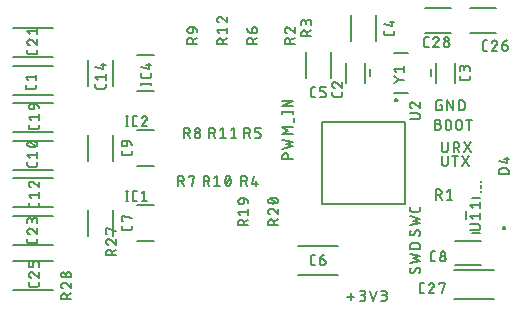
<source format=gbr>
G04 EAGLE Gerber RS-274X export*
G75*
%MOMM*%
%FSLAX34Y34*%
%LPD*%
%INSilkscreen Top*%
%IPPOS*%
%AMOC8*
5,1,8,0,0,1.08239X$1,22.5*%
G01*
%ADD10C,0.127000*%
%ADD11C,0.152400*%
%ADD12R,0.250000X0.300000*%
%ADD13R,0.250000X0.200000*%
%ADD14C,0.200000*%
%ADD15C,0.203200*%


D10*
X105900Y945667D02*
X71900Y945667D01*
X71900Y921233D02*
X105900Y921233D01*
D11*
X91161Y927871D02*
X91161Y929790D01*
X91161Y927871D02*
X91159Y927785D01*
X91153Y927699D01*
X91144Y927613D01*
X91130Y927528D01*
X91113Y927444D01*
X91092Y927360D01*
X91067Y927278D01*
X91039Y927197D01*
X91007Y927117D01*
X90971Y927038D01*
X90932Y926962D01*
X90889Y926887D01*
X90844Y926814D01*
X90795Y926743D01*
X90742Y926675D01*
X90687Y926608D01*
X90629Y926545D01*
X90568Y926484D01*
X90505Y926426D01*
X90438Y926371D01*
X90370Y926319D01*
X90299Y926269D01*
X90226Y926224D01*
X90151Y926181D01*
X90075Y926142D01*
X89996Y926106D01*
X89916Y926074D01*
X89835Y926046D01*
X89753Y926021D01*
X89669Y926000D01*
X89585Y925983D01*
X89500Y925969D01*
X89414Y925960D01*
X89328Y925954D01*
X89242Y925952D01*
X84444Y925952D01*
X84358Y925954D01*
X84272Y925960D01*
X84186Y925969D01*
X84101Y925983D01*
X84017Y926000D01*
X83933Y926021D01*
X83851Y926046D01*
X83770Y926074D01*
X83690Y926106D01*
X83611Y926142D01*
X83535Y926181D01*
X83460Y926224D01*
X83387Y926269D01*
X83316Y926318D01*
X83248Y926371D01*
X83181Y926426D01*
X83118Y926484D01*
X83057Y926545D01*
X82999Y926608D01*
X82944Y926675D01*
X82892Y926743D01*
X82842Y926814D01*
X82797Y926887D01*
X82754Y926962D01*
X82715Y927038D01*
X82679Y927117D01*
X82647Y927197D01*
X82619Y927278D01*
X82594Y927360D01*
X82573Y927444D01*
X82556Y927528D01*
X82542Y927613D01*
X82533Y927699D01*
X82527Y927785D01*
X82525Y927871D01*
X82525Y929790D01*
X84444Y933610D02*
X82525Y936009D01*
X91161Y936009D01*
X91161Y933610D02*
X91161Y938408D01*
D10*
X105900Y882167D02*
X71900Y882167D01*
X71900Y857733D02*
X105900Y857733D01*
D11*
X92431Y862339D02*
X92431Y864258D01*
X92431Y862339D02*
X92429Y862253D01*
X92423Y862167D01*
X92414Y862081D01*
X92400Y861996D01*
X92383Y861912D01*
X92362Y861828D01*
X92337Y861746D01*
X92309Y861665D01*
X92277Y861585D01*
X92241Y861506D01*
X92202Y861430D01*
X92159Y861355D01*
X92114Y861282D01*
X92065Y861211D01*
X92012Y861143D01*
X91957Y861076D01*
X91899Y861013D01*
X91838Y860952D01*
X91775Y860894D01*
X91708Y860839D01*
X91640Y860787D01*
X91569Y860737D01*
X91496Y860692D01*
X91421Y860649D01*
X91345Y860610D01*
X91266Y860574D01*
X91186Y860542D01*
X91105Y860514D01*
X91023Y860489D01*
X90939Y860468D01*
X90855Y860451D01*
X90770Y860437D01*
X90684Y860428D01*
X90598Y860422D01*
X90512Y860420D01*
X85714Y860420D01*
X85628Y860422D01*
X85542Y860428D01*
X85456Y860437D01*
X85371Y860451D01*
X85287Y860468D01*
X85203Y860489D01*
X85121Y860514D01*
X85040Y860542D01*
X84960Y860574D01*
X84881Y860610D01*
X84805Y860649D01*
X84730Y860692D01*
X84657Y860737D01*
X84586Y860786D01*
X84518Y860839D01*
X84451Y860894D01*
X84388Y860952D01*
X84327Y861013D01*
X84269Y861076D01*
X84214Y861143D01*
X84162Y861211D01*
X84112Y861282D01*
X84067Y861355D01*
X84024Y861430D01*
X83985Y861506D01*
X83949Y861585D01*
X83917Y861665D01*
X83889Y861746D01*
X83864Y861828D01*
X83843Y861912D01*
X83826Y861996D01*
X83812Y862081D01*
X83803Y862167D01*
X83797Y862253D01*
X83795Y862339D01*
X83795Y864258D01*
X85714Y868078D02*
X83795Y870477D01*
X92431Y870477D01*
X92431Y868078D02*
X92431Y872876D01*
X88113Y877222D02*
X87943Y877224D01*
X87773Y877230D01*
X87604Y877240D01*
X87434Y877254D01*
X87265Y877273D01*
X87097Y877295D01*
X86929Y877321D01*
X86762Y877351D01*
X86596Y877386D01*
X86430Y877424D01*
X86265Y877466D01*
X86102Y877512D01*
X85940Y877562D01*
X85778Y877616D01*
X85619Y877673D01*
X85460Y877735D01*
X85303Y877800D01*
X85148Y877869D01*
X84994Y877942D01*
X84918Y877970D01*
X84843Y878002D01*
X84769Y878037D01*
X84697Y878075D01*
X84627Y878117D01*
X84559Y878162D01*
X84493Y878210D01*
X84429Y878261D01*
X84368Y878315D01*
X84309Y878371D01*
X84253Y878431D01*
X84200Y878492D01*
X84150Y878556D01*
X84102Y878623D01*
X84058Y878691D01*
X84017Y878762D01*
X83979Y878834D01*
X83945Y878908D01*
X83914Y878983D01*
X83886Y879060D01*
X83862Y879138D01*
X83842Y879217D01*
X83825Y879297D01*
X83812Y879377D01*
X83802Y879458D01*
X83797Y879539D01*
X83795Y879621D01*
X83797Y879703D01*
X83802Y879784D01*
X83812Y879865D01*
X83825Y879945D01*
X83842Y880025D01*
X83862Y880104D01*
X83886Y880182D01*
X83914Y880259D01*
X83945Y880334D01*
X83979Y880408D01*
X84017Y880480D01*
X84058Y880551D01*
X84102Y880619D01*
X84150Y880686D01*
X84200Y880750D01*
X84253Y880811D01*
X84309Y880871D01*
X84368Y880927D01*
X84429Y880981D01*
X84493Y881032D01*
X84559Y881080D01*
X84627Y881125D01*
X84697Y881167D01*
X84769Y881205D01*
X84843Y881240D01*
X84918Y881272D01*
X84994Y881300D01*
X85148Y881373D01*
X85303Y881442D01*
X85460Y881507D01*
X85619Y881569D01*
X85778Y881626D01*
X85940Y881680D01*
X86102Y881730D01*
X86265Y881776D01*
X86430Y881818D01*
X86596Y881856D01*
X86762Y881891D01*
X86929Y881921D01*
X87097Y881947D01*
X87265Y881969D01*
X87434Y881988D01*
X87604Y882002D01*
X87773Y882012D01*
X87943Y882018D01*
X88113Y882020D01*
X88113Y877222D02*
X88283Y877224D01*
X88453Y877230D01*
X88622Y877240D01*
X88792Y877254D01*
X88961Y877273D01*
X89129Y877295D01*
X89297Y877321D01*
X89464Y877351D01*
X89630Y877386D01*
X89796Y877424D01*
X89961Y877466D01*
X90124Y877512D01*
X90286Y877562D01*
X90448Y877616D01*
X90607Y877673D01*
X90766Y877735D01*
X90923Y877800D01*
X91078Y877869D01*
X91232Y877942D01*
X91308Y877970D01*
X91383Y878002D01*
X91457Y878037D01*
X91529Y878075D01*
X91599Y878117D01*
X91667Y878162D01*
X91733Y878210D01*
X91797Y878261D01*
X91858Y878315D01*
X91917Y878371D01*
X91973Y878431D01*
X92026Y878492D01*
X92076Y878556D01*
X92124Y878623D01*
X92168Y878691D01*
X92209Y878762D01*
X92247Y878834D01*
X92281Y878908D01*
X92312Y878983D01*
X92340Y879060D01*
X92364Y879138D01*
X92384Y879217D01*
X92401Y879297D01*
X92414Y879377D01*
X92424Y879458D01*
X92429Y879539D01*
X92431Y879621D01*
X91232Y881300D02*
X91078Y881373D01*
X90923Y881442D01*
X90766Y881507D01*
X90607Y881569D01*
X90448Y881626D01*
X90286Y881680D01*
X90124Y881730D01*
X89961Y881776D01*
X89796Y881818D01*
X89630Y881856D01*
X89464Y881891D01*
X89297Y881921D01*
X89129Y881947D01*
X88961Y881969D01*
X88792Y881988D01*
X88622Y882002D01*
X88453Y882012D01*
X88283Y882018D01*
X88113Y882020D01*
X91232Y881300D02*
X91308Y881272D01*
X91383Y881240D01*
X91457Y881205D01*
X91529Y881167D01*
X91599Y881125D01*
X91667Y881080D01*
X91733Y881032D01*
X91797Y880981D01*
X91858Y880927D01*
X91917Y880871D01*
X91973Y880811D01*
X92026Y880750D01*
X92076Y880686D01*
X92124Y880619D01*
X92168Y880551D01*
X92209Y880480D01*
X92247Y880408D01*
X92281Y880334D01*
X92312Y880259D01*
X92340Y880182D01*
X92364Y880104D01*
X92384Y880025D01*
X92401Y879945D01*
X92414Y879865D01*
X92424Y879784D01*
X92429Y879703D01*
X92431Y879621D01*
X90512Y877702D02*
X85714Y881540D01*
D10*
X71900Y850417D02*
X105900Y850417D01*
X105900Y825983D02*
X71900Y825983D01*
D11*
X93701Y828049D02*
X93701Y829968D01*
X93701Y828049D02*
X93699Y827963D01*
X93693Y827877D01*
X93684Y827791D01*
X93670Y827706D01*
X93653Y827622D01*
X93632Y827538D01*
X93607Y827456D01*
X93579Y827375D01*
X93547Y827295D01*
X93511Y827216D01*
X93472Y827140D01*
X93429Y827065D01*
X93384Y826992D01*
X93335Y826921D01*
X93282Y826853D01*
X93227Y826786D01*
X93169Y826723D01*
X93108Y826662D01*
X93045Y826604D01*
X92978Y826549D01*
X92910Y826497D01*
X92839Y826447D01*
X92766Y826402D01*
X92691Y826359D01*
X92615Y826320D01*
X92536Y826284D01*
X92456Y826252D01*
X92375Y826224D01*
X92293Y826199D01*
X92209Y826178D01*
X92125Y826161D01*
X92040Y826147D01*
X91954Y826138D01*
X91868Y826132D01*
X91782Y826130D01*
X86984Y826130D01*
X86898Y826132D01*
X86812Y826138D01*
X86726Y826147D01*
X86641Y826161D01*
X86557Y826178D01*
X86473Y826199D01*
X86391Y826224D01*
X86310Y826252D01*
X86230Y826284D01*
X86151Y826320D01*
X86075Y826359D01*
X86000Y826402D01*
X85927Y826447D01*
X85856Y826496D01*
X85788Y826549D01*
X85721Y826604D01*
X85658Y826662D01*
X85597Y826723D01*
X85539Y826786D01*
X85484Y826853D01*
X85432Y826921D01*
X85382Y826992D01*
X85337Y827065D01*
X85294Y827140D01*
X85255Y827216D01*
X85219Y827295D01*
X85187Y827375D01*
X85159Y827456D01*
X85134Y827538D01*
X85113Y827622D01*
X85096Y827706D01*
X85082Y827791D01*
X85073Y827877D01*
X85067Y827963D01*
X85065Y828049D01*
X85065Y829968D01*
X86984Y833788D02*
X85065Y836187D01*
X93701Y836187D01*
X93701Y833788D02*
X93701Y838586D01*
X85065Y845571D02*
X85067Y845663D01*
X85073Y845754D01*
X85082Y845845D01*
X85096Y845936D01*
X85113Y846026D01*
X85135Y846115D01*
X85160Y846203D01*
X85188Y846290D01*
X85221Y846376D01*
X85257Y846460D01*
X85296Y846543D01*
X85339Y846624D01*
X85386Y846703D01*
X85435Y846780D01*
X85488Y846855D01*
X85544Y846927D01*
X85603Y846997D01*
X85665Y847065D01*
X85730Y847130D01*
X85798Y847192D01*
X85868Y847251D01*
X85940Y847307D01*
X86015Y847360D01*
X86092Y847409D01*
X86171Y847456D01*
X86252Y847499D01*
X86335Y847538D01*
X86419Y847574D01*
X86505Y847607D01*
X86592Y847635D01*
X86680Y847660D01*
X86769Y847682D01*
X86859Y847699D01*
X86950Y847713D01*
X87041Y847722D01*
X87132Y847728D01*
X87224Y847730D01*
X85065Y845571D02*
X85067Y845468D01*
X85073Y845366D01*
X85082Y845264D01*
X85095Y845162D01*
X85112Y845061D01*
X85133Y844960D01*
X85157Y844861D01*
X85186Y844762D01*
X85217Y844665D01*
X85253Y844568D01*
X85291Y844473D01*
X85334Y844380D01*
X85380Y844288D01*
X85429Y844198D01*
X85481Y844110D01*
X85537Y844023D01*
X85596Y843939D01*
X85657Y843858D01*
X85722Y843778D01*
X85790Y843701D01*
X85861Y843626D01*
X85934Y843555D01*
X86010Y843486D01*
X86088Y843419D01*
X86169Y843356D01*
X86252Y843296D01*
X86337Y843239D01*
X86424Y843185D01*
X86514Y843134D01*
X86605Y843087D01*
X86697Y843043D01*
X86792Y843002D01*
X86887Y842965D01*
X86984Y842932D01*
X88903Y847010D02*
X88837Y847077D01*
X88768Y847141D01*
X88697Y847202D01*
X88623Y847260D01*
X88547Y847315D01*
X88469Y847367D01*
X88389Y847416D01*
X88307Y847462D01*
X88223Y847504D01*
X88137Y847543D01*
X88050Y847578D01*
X87962Y847609D01*
X87872Y847637D01*
X87782Y847662D01*
X87690Y847683D01*
X87598Y847700D01*
X87505Y847713D01*
X87412Y847722D01*
X87318Y847728D01*
X87224Y847730D01*
X88903Y847010D02*
X93701Y842932D01*
X93701Y847730D01*
D10*
X105900Y913917D02*
X71900Y913917D01*
X71900Y889483D02*
X105900Y889483D01*
D11*
X93701Y894089D02*
X93701Y896008D01*
X93701Y894089D02*
X93699Y894003D01*
X93693Y893917D01*
X93684Y893831D01*
X93670Y893746D01*
X93653Y893662D01*
X93632Y893578D01*
X93607Y893496D01*
X93579Y893415D01*
X93547Y893335D01*
X93511Y893256D01*
X93472Y893180D01*
X93429Y893105D01*
X93384Y893032D01*
X93335Y892961D01*
X93282Y892893D01*
X93227Y892826D01*
X93169Y892763D01*
X93108Y892702D01*
X93045Y892644D01*
X92978Y892589D01*
X92910Y892537D01*
X92839Y892487D01*
X92766Y892442D01*
X92691Y892399D01*
X92615Y892360D01*
X92536Y892324D01*
X92456Y892292D01*
X92375Y892264D01*
X92293Y892239D01*
X92209Y892218D01*
X92125Y892201D01*
X92040Y892187D01*
X91954Y892178D01*
X91868Y892172D01*
X91782Y892170D01*
X86984Y892170D01*
X86898Y892172D01*
X86812Y892178D01*
X86726Y892187D01*
X86641Y892201D01*
X86557Y892218D01*
X86473Y892239D01*
X86391Y892264D01*
X86310Y892292D01*
X86230Y892324D01*
X86151Y892360D01*
X86075Y892399D01*
X86000Y892442D01*
X85927Y892487D01*
X85856Y892536D01*
X85788Y892589D01*
X85721Y892644D01*
X85658Y892702D01*
X85597Y892763D01*
X85539Y892826D01*
X85484Y892893D01*
X85432Y892961D01*
X85382Y893032D01*
X85337Y893105D01*
X85294Y893180D01*
X85255Y893256D01*
X85219Y893335D01*
X85187Y893415D01*
X85159Y893496D01*
X85134Y893578D01*
X85113Y893662D01*
X85096Y893746D01*
X85082Y893831D01*
X85073Y893917D01*
X85067Y894003D01*
X85065Y894089D01*
X85065Y896008D01*
X86984Y899828D02*
X85065Y902227D01*
X93701Y902227D01*
X93701Y899828D02*
X93701Y904626D01*
X89863Y910891D02*
X89863Y913770D01*
X89863Y910891D02*
X89861Y910805D01*
X89855Y910719D01*
X89846Y910633D01*
X89832Y910548D01*
X89815Y910464D01*
X89794Y910380D01*
X89769Y910298D01*
X89741Y910217D01*
X89709Y910137D01*
X89673Y910058D01*
X89634Y909982D01*
X89591Y909907D01*
X89546Y909834D01*
X89497Y909763D01*
X89444Y909695D01*
X89389Y909628D01*
X89331Y909565D01*
X89270Y909504D01*
X89207Y909446D01*
X89140Y909391D01*
X89072Y909339D01*
X89001Y909289D01*
X88928Y909244D01*
X88853Y909201D01*
X88777Y909162D01*
X88698Y909126D01*
X88618Y909094D01*
X88537Y909066D01*
X88455Y909041D01*
X88371Y909020D01*
X88287Y909003D01*
X88202Y908989D01*
X88116Y908980D01*
X88030Y908974D01*
X87944Y908972D01*
X87464Y908972D01*
X87367Y908974D01*
X87271Y908980D01*
X87175Y908989D01*
X87079Y909003D01*
X86984Y909020D01*
X86890Y909042D01*
X86797Y909067D01*
X86704Y909095D01*
X86613Y909128D01*
X86524Y909164D01*
X86436Y909204D01*
X86349Y909247D01*
X86264Y909293D01*
X86182Y909343D01*
X86101Y909397D01*
X86023Y909453D01*
X85947Y909513D01*
X85873Y909575D01*
X85802Y909641D01*
X85734Y909709D01*
X85668Y909780D01*
X85606Y909854D01*
X85546Y909930D01*
X85490Y910008D01*
X85436Y910089D01*
X85386Y910172D01*
X85340Y910256D01*
X85297Y910343D01*
X85257Y910431D01*
X85221Y910520D01*
X85188Y910611D01*
X85160Y910704D01*
X85135Y910797D01*
X85113Y910891D01*
X85096Y910986D01*
X85082Y911082D01*
X85073Y911178D01*
X85067Y911274D01*
X85065Y911371D01*
X85067Y911468D01*
X85073Y911564D01*
X85082Y911660D01*
X85096Y911756D01*
X85113Y911851D01*
X85135Y911945D01*
X85160Y912038D01*
X85188Y912131D01*
X85221Y912222D01*
X85257Y912311D01*
X85297Y912399D01*
X85340Y912486D01*
X85386Y912571D01*
X85436Y912653D01*
X85490Y912734D01*
X85546Y912812D01*
X85606Y912888D01*
X85668Y912962D01*
X85734Y913033D01*
X85802Y913101D01*
X85873Y913167D01*
X85947Y913229D01*
X86023Y913289D01*
X86101Y913345D01*
X86182Y913399D01*
X86265Y913449D01*
X86349Y913495D01*
X86436Y913538D01*
X86524Y913578D01*
X86613Y913614D01*
X86704Y913647D01*
X86797Y913675D01*
X86890Y913700D01*
X86984Y913722D01*
X87079Y913739D01*
X87175Y913753D01*
X87271Y913762D01*
X87367Y913768D01*
X87464Y913770D01*
X89863Y913770D01*
X89986Y913768D01*
X90109Y913762D01*
X90232Y913752D01*
X90354Y913738D01*
X90476Y913721D01*
X90597Y913699D01*
X90717Y913674D01*
X90837Y913644D01*
X90955Y913611D01*
X91072Y913574D01*
X91189Y913534D01*
X91303Y913490D01*
X91417Y913442D01*
X91528Y913390D01*
X91638Y913335D01*
X91746Y913276D01*
X91853Y913214D01*
X91957Y913149D01*
X92059Y913080D01*
X92159Y913008D01*
X92256Y912933D01*
X92351Y912854D01*
X92443Y912773D01*
X92533Y912689D01*
X92620Y912602D01*
X92704Y912512D01*
X92785Y912420D01*
X92864Y912325D01*
X92939Y912228D01*
X93011Y912128D01*
X93080Y912026D01*
X93145Y911922D01*
X93207Y911815D01*
X93266Y911707D01*
X93321Y911597D01*
X93373Y911486D01*
X93421Y911372D01*
X93465Y911258D01*
X93505Y911141D01*
X93542Y911024D01*
X93575Y910906D01*
X93605Y910786D01*
X93630Y910666D01*
X93652Y910545D01*
X93669Y910423D01*
X93683Y910301D01*
X93693Y910178D01*
X93699Y910055D01*
X93701Y909932D01*
D10*
X369941Y931050D02*
X369941Y948550D01*
X353959Y948550D02*
X353959Y931050D01*
D11*
X350657Y923440D02*
X350657Y921521D01*
X350655Y921435D01*
X350649Y921349D01*
X350640Y921263D01*
X350626Y921178D01*
X350609Y921094D01*
X350588Y921010D01*
X350563Y920928D01*
X350535Y920847D01*
X350503Y920767D01*
X350467Y920688D01*
X350428Y920612D01*
X350385Y920537D01*
X350340Y920464D01*
X350291Y920393D01*
X350238Y920325D01*
X350183Y920258D01*
X350125Y920195D01*
X350064Y920134D01*
X350001Y920076D01*
X349934Y920021D01*
X349866Y919969D01*
X349795Y919919D01*
X349722Y919874D01*
X349647Y919831D01*
X349571Y919792D01*
X349492Y919756D01*
X349412Y919724D01*
X349331Y919696D01*
X349249Y919671D01*
X349165Y919650D01*
X349081Y919633D01*
X348996Y919619D01*
X348910Y919610D01*
X348824Y919604D01*
X348738Y919602D01*
X343940Y919602D01*
X343854Y919604D01*
X343768Y919610D01*
X343682Y919619D01*
X343597Y919633D01*
X343513Y919650D01*
X343429Y919671D01*
X343347Y919696D01*
X343266Y919724D01*
X343186Y919756D01*
X343107Y919792D01*
X343031Y919831D01*
X342956Y919874D01*
X342883Y919919D01*
X342812Y919968D01*
X342744Y920021D01*
X342677Y920076D01*
X342614Y920134D01*
X342553Y920195D01*
X342495Y920258D01*
X342440Y920325D01*
X342388Y920393D01*
X342338Y920464D01*
X342293Y920537D01*
X342250Y920612D01*
X342211Y920688D01*
X342175Y920767D01*
X342143Y920847D01*
X342115Y920928D01*
X342090Y921010D01*
X342069Y921094D01*
X342052Y921178D01*
X342038Y921263D01*
X342029Y921349D01*
X342023Y921435D01*
X342021Y921521D01*
X342021Y923440D01*
X342021Y929899D02*
X342023Y929991D01*
X342029Y930082D01*
X342038Y930173D01*
X342052Y930264D01*
X342069Y930354D01*
X342091Y930443D01*
X342116Y930531D01*
X342144Y930618D01*
X342177Y930704D01*
X342213Y930788D01*
X342252Y930871D01*
X342295Y930952D01*
X342342Y931031D01*
X342391Y931108D01*
X342444Y931183D01*
X342500Y931255D01*
X342559Y931325D01*
X342621Y931393D01*
X342686Y931458D01*
X342754Y931520D01*
X342824Y931579D01*
X342896Y931635D01*
X342971Y931688D01*
X343048Y931737D01*
X343127Y931784D01*
X343208Y931827D01*
X343291Y931866D01*
X343375Y931902D01*
X343461Y931935D01*
X343548Y931963D01*
X343636Y931988D01*
X343725Y932010D01*
X343815Y932027D01*
X343906Y932041D01*
X343997Y932050D01*
X344088Y932056D01*
X344180Y932058D01*
X342021Y929899D02*
X342023Y929796D01*
X342029Y929694D01*
X342038Y929592D01*
X342051Y929490D01*
X342068Y929389D01*
X342089Y929288D01*
X342113Y929189D01*
X342142Y929090D01*
X342173Y928993D01*
X342209Y928896D01*
X342247Y928801D01*
X342290Y928708D01*
X342336Y928616D01*
X342385Y928526D01*
X342437Y928438D01*
X342493Y928351D01*
X342552Y928267D01*
X342613Y928186D01*
X342678Y928106D01*
X342746Y928029D01*
X342817Y927954D01*
X342890Y927883D01*
X342966Y927814D01*
X343044Y927747D01*
X343125Y927684D01*
X343208Y927624D01*
X343293Y927567D01*
X343380Y927513D01*
X343470Y927462D01*
X343561Y927415D01*
X343653Y927371D01*
X343748Y927330D01*
X343843Y927293D01*
X343940Y927260D01*
X345859Y931338D02*
X345793Y931405D01*
X345724Y931469D01*
X345653Y931530D01*
X345579Y931588D01*
X345503Y931643D01*
X345425Y931695D01*
X345345Y931744D01*
X345263Y931790D01*
X345179Y931832D01*
X345093Y931871D01*
X345006Y931906D01*
X344918Y931937D01*
X344828Y931965D01*
X344738Y931990D01*
X344646Y932011D01*
X344554Y932028D01*
X344461Y932041D01*
X344368Y932050D01*
X344274Y932056D01*
X344180Y932058D01*
X345859Y931338D02*
X350657Y927260D01*
X350657Y932058D01*
D10*
X105900Y977417D02*
X71900Y977417D01*
X71900Y952983D02*
X105900Y952983D01*
D11*
X92431Y957589D02*
X92431Y959508D01*
X92431Y957589D02*
X92429Y957503D01*
X92423Y957417D01*
X92414Y957331D01*
X92400Y957246D01*
X92383Y957162D01*
X92362Y957078D01*
X92337Y956996D01*
X92309Y956915D01*
X92277Y956835D01*
X92241Y956756D01*
X92202Y956680D01*
X92159Y956605D01*
X92114Y956532D01*
X92065Y956461D01*
X92012Y956393D01*
X91957Y956326D01*
X91899Y956263D01*
X91838Y956202D01*
X91775Y956144D01*
X91708Y956089D01*
X91640Y956037D01*
X91569Y955987D01*
X91496Y955942D01*
X91421Y955899D01*
X91345Y955860D01*
X91266Y955824D01*
X91186Y955792D01*
X91105Y955764D01*
X91023Y955739D01*
X90939Y955718D01*
X90855Y955701D01*
X90770Y955687D01*
X90684Y955678D01*
X90598Y955672D01*
X90512Y955670D01*
X85714Y955670D01*
X85628Y955672D01*
X85542Y955678D01*
X85456Y955687D01*
X85371Y955701D01*
X85287Y955718D01*
X85203Y955739D01*
X85121Y955764D01*
X85040Y955792D01*
X84960Y955824D01*
X84881Y955860D01*
X84805Y955899D01*
X84730Y955942D01*
X84657Y955987D01*
X84586Y956036D01*
X84518Y956089D01*
X84451Y956144D01*
X84388Y956202D01*
X84327Y956263D01*
X84269Y956326D01*
X84214Y956393D01*
X84162Y956461D01*
X84112Y956532D01*
X84067Y956605D01*
X84024Y956680D01*
X83985Y956756D01*
X83949Y956835D01*
X83917Y956915D01*
X83889Y956996D01*
X83864Y957078D01*
X83843Y957162D01*
X83826Y957246D01*
X83812Y957331D01*
X83803Y957417D01*
X83797Y957503D01*
X83795Y957589D01*
X83795Y959508D01*
X83795Y965967D02*
X83797Y966059D01*
X83803Y966150D01*
X83812Y966241D01*
X83826Y966332D01*
X83843Y966422D01*
X83865Y966511D01*
X83890Y966599D01*
X83918Y966686D01*
X83951Y966772D01*
X83987Y966856D01*
X84026Y966939D01*
X84069Y967020D01*
X84116Y967099D01*
X84165Y967176D01*
X84218Y967251D01*
X84274Y967323D01*
X84333Y967393D01*
X84395Y967461D01*
X84460Y967526D01*
X84528Y967588D01*
X84598Y967647D01*
X84670Y967703D01*
X84745Y967756D01*
X84822Y967805D01*
X84901Y967852D01*
X84982Y967895D01*
X85065Y967934D01*
X85149Y967970D01*
X85235Y968003D01*
X85322Y968031D01*
X85410Y968056D01*
X85499Y968078D01*
X85589Y968095D01*
X85680Y968109D01*
X85771Y968118D01*
X85862Y968124D01*
X85954Y968126D01*
X83795Y965967D02*
X83797Y965864D01*
X83803Y965762D01*
X83812Y965660D01*
X83825Y965558D01*
X83842Y965457D01*
X83863Y965356D01*
X83887Y965257D01*
X83916Y965158D01*
X83947Y965061D01*
X83983Y964964D01*
X84021Y964869D01*
X84064Y964776D01*
X84110Y964684D01*
X84159Y964594D01*
X84211Y964506D01*
X84267Y964419D01*
X84326Y964335D01*
X84387Y964254D01*
X84452Y964174D01*
X84520Y964097D01*
X84591Y964022D01*
X84664Y963951D01*
X84740Y963882D01*
X84818Y963815D01*
X84899Y963752D01*
X84982Y963692D01*
X85067Y963635D01*
X85154Y963581D01*
X85244Y963530D01*
X85335Y963483D01*
X85427Y963439D01*
X85522Y963398D01*
X85617Y963361D01*
X85714Y963328D01*
X87633Y967406D02*
X87567Y967473D01*
X87498Y967537D01*
X87427Y967598D01*
X87353Y967656D01*
X87277Y967711D01*
X87199Y967763D01*
X87119Y967812D01*
X87037Y967858D01*
X86953Y967900D01*
X86867Y967939D01*
X86780Y967974D01*
X86692Y968005D01*
X86602Y968033D01*
X86512Y968058D01*
X86420Y968079D01*
X86328Y968096D01*
X86235Y968109D01*
X86142Y968118D01*
X86048Y968124D01*
X85954Y968126D01*
X87633Y967406D02*
X92431Y963328D01*
X92431Y968126D01*
X85714Y972472D02*
X83795Y974871D01*
X92431Y974871D01*
X92431Y972472D02*
X92431Y977270D01*
D10*
X105900Y818667D02*
X71900Y818667D01*
X71900Y794233D02*
X105900Y794233D01*
D11*
X92431Y797569D02*
X92431Y799488D01*
X92431Y797569D02*
X92429Y797483D01*
X92423Y797397D01*
X92414Y797311D01*
X92400Y797226D01*
X92383Y797142D01*
X92362Y797058D01*
X92337Y796976D01*
X92309Y796895D01*
X92277Y796815D01*
X92241Y796736D01*
X92202Y796660D01*
X92159Y796585D01*
X92114Y796512D01*
X92065Y796441D01*
X92012Y796373D01*
X91957Y796306D01*
X91899Y796243D01*
X91838Y796182D01*
X91775Y796124D01*
X91708Y796069D01*
X91640Y796017D01*
X91569Y795967D01*
X91496Y795922D01*
X91421Y795879D01*
X91345Y795840D01*
X91266Y795804D01*
X91186Y795772D01*
X91105Y795744D01*
X91023Y795719D01*
X90939Y795698D01*
X90855Y795681D01*
X90770Y795667D01*
X90684Y795658D01*
X90598Y795652D01*
X90512Y795650D01*
X85714Y795650D01*
X85628Y795652D01*
X85542Y795658D01*
X85456Y795667D01*
X85371Y795681D01*
X85287Y795698D01*
X85203Y795719D01*
X85121Y795744D01*
X85040Y795772D01*
X84960Y795804D01*
X84881Y795840D01*
X84805Y795879D01*
X84730Y795922D01*
X84657Y795967D01*
X84586Y796016D01*
X84518Y796069D01*
X84451Y796124D01*
X84388Y796182D01*
X84327Y796243D01*
X84269Y796306D01*
X84214Y796373D01*
X84162Y796441D01*
X84112Y796512D01*
X84067Y796585D01*
X84024Y796660D01*
X83985Y796736D01*
X83949Y796815D01*
X83917Y796895D01*
X83889Y796976D01*
X83864Y797058D01*
X83843Y797142D01*
X83826Y797226D01*
X83812Y797311D01*
X83803Y797397D01*
X83797Y797483D01*
X83795Y797569D01*
X83795Y799488D01*
X83795Y805947D02*
X83797Y806039D01*
X83803Y806130D01*
X83812Y806221D01*
X83826Y806312D01*
X83843Y806402D01*
X83865Y806491D01*
X83890Y806579D01*
X83918Y806666D01*
X83951Y806752D01*
X83987Y806836D01*
X84026Y806919D01*
X84069Y807000D01*
X84116Y807079D01*
X84165Y807156D01*
X84218Y807231D01*
X84274Y807303D01*
X84333Y807373D01*
X84395Y807441D01*
X84460Y807506D01*
X84528Y807568D01*
X84598Y807627D01*
X84670Y807683D01*
X84745Y807736D01*
X84822Y807785D01*
X84901Y807832D01*
X84982Y807875D01*
X85065Y807914D01*
X85149Y807950D01*
X85235Y807983D01*
X85322Y808011D01*
X85410Y808036D01*
X85499Y808058D01*
X85589Y808075D01*
X85680Y808089D01*
X85771Y808098D01*
X85862Y808104D01*
X85954Y808106D01*
X83795Y805947D02*
X83797Y805844D01*
X83803Y805742D01*
X83812Y805640D01*
X83825Y805538D01*
X83842Y805437D01*
X83863Y805336D01*
X83887Y805237D01*
X83916Y805138D01*
X83947Y805041D01*
X83983Y804944D01*
X84021Y804849D01*
X84064Y804756D01*
X84110Y804664D01*
X84159Y804574D01*
X84211Y804486D01*
X84267Y804399D01*
X84326Y804315D01*
X84387Y804234D01*
X84452Y804154D01*
X84520Y804077D01*
X84591Y804002D01*
X84664Y803931D01*
X84740Y803862D01*
X84818Y803795D01*
X84899Y803732D01*
X84982Y803672D01*
X85067Y803615D01*
X85154Y803561D01*
X85244Y803510D01*
X85335Y803463D01*
X85427Y803419D01*
X85522Y803378D01*
X85617Y803341D01*
X85714Y803308D01*
X87633Y807386D02*
X87567Y807453D01*
X87498Y807517D01*
X87427Y807578D01*
X87353Y807636D01*
X87277Y807691D01*
X87199Y807743D01*
X87119Y807792D01*
X87037Y807838D01*
X86953Y807880D01*
X86867Y807919D01*
X86780Y807954D01*
X86692Y807985D01*
X86602Y808013D01*
X86512Y808038D01*
X86420Y808059D01*
X86328Y808076D01*
X86235Y808089D01*
X86142Y808098D01*
X86048Y808104D01*
X85954Y808106D01*
X87633Y807386D02*
X92431Y803308D01*
X92431Y808106D01*
X92431Y812452D02*
X92431Y814851D01*
X92429Y814948D01*
X92423Y815044D01*
X92414Y815140D01*
X92400Y815236D01*
X92383Y815331D01*
X92361Y815425D01*
X92336Y815518D01*
X92308Y815611D01*
X92275Y815702D01*
X92239Y815791D01*
X92199Y815879D01*
X92156Y815966D01*
X92110Y816051D01*
X92060Y816133D01*
X92006Y816214D01*
X91950Y816292D01*
X91890Y816368D01*
X91828Y816442D01*
X91762Y816513D01*
X91694Y816581D01*
X91623Y816647D01*
X91549Y816709D01*
X91473Y816769D01*
X91395Y816825D01*
X91314Y816879D01*
X91232Y816929D01*
X91147Y816975D01*
X91060Y817018D01*
X90972Y817058D01*
X90883Y817094D01*
X90792Y817127D01*
X90699Y817155D01*
X90606Y817180D01*
X90512Y817202D01*
X90417Y817219D01*
X90321Y817233D01*
X90225Y817242D01*
X90129Y817248D01*
X90032Y817250D01*
X89935Y817248D01*
X89839Y817242D01*
X89743Y817233D01*
X89647Y817219D01*
X89552Y817202D01*
X89458Y817180D01*
X89365Y817155D01*
X89272Y817127D01*
X89181Y817094D01*
X89092Y817058D01*
X89004Y817018D01*
X88917Y816975D01*
X88833Y816929D01*
X88750Y816879D01*
X88669Y816825D01*
X88591Y816769D01*
X88515Y816709D01*
X88441Y816647D01*
X88370Y816581D01*
X88302Y816513D01*
X88236Y816442D01*
X88174Y816368D01*
X88114Y816292D01*
X88058Y816214D01*
X88004Y816133D01*
X87954Y816051D01*
X87908Y815966D01*
X87865Y815879D01*
X87825Y815791D01*
X87789Y815702D01*
X87756Y815611D01*
X87728Y815518D01*
X87703Y815425D01*
X87681Y815331D01*
X87664Y815236D01*
X87650Y815140D01*
X87641Y815044D01*
X87635Y814948D01*
X87633Y814851D01*
X83795Y815331D02*
X83795Y812452D01*
X83795Y815331D02*
X83797Y815417D01*
X83803Y815503D01*
X83812Y815589D01*
X83826Y815674D01*
X83843Y815758D01*
X83864Y815842D01*
X83889Y815924D01*
X83917Y816005D01*
X83949Y816085D01*
X83985Y816164D01*
X84024Y816240D01*
X84067Y816315D01*
X84112Y816388D01*
X84161Y816459D01*
X84214Y816527D01*
X84269Y816594D01*
X84327Y816657D01*
X84388Y816718D01*
X84451Y816776D01*
X84518Y816831D01*
X84586Y816884D01*
X84657Y816933D01*
X84730Y816978D01*
X84805Y817021D01*
X84881Y817060D01*
X84960Y817096D01*
X85040Y817128D01*
X85121Y817156D01*
X85203Y817181D01*
X85287Y817202D01*
X85371Y817219D01*
X85456Y817233D01*
X85542Y817242D01*
X85628Y817248D01*
X85714Y817250D01*
X85800Y817248D01*
X85886Y817242D01*
X85972Y817233D01*
X86057Y817219D01*
X86141Y817202D01*
X86225Y817181D01*
X86307Y817156D01*
X86388Y817128D01*
X86468Y817096D01*
X86547Y817060D01*
X86623Y817021D01*
X86698Y816978D01*
X86771Y816933D01*
X86842Y816884D01*
X86910Y816831D01*
X86977Y816776D01*
X87040Y816718D01*
X87101Y816657D01*
X87159Y816594D01*
X87214Y816527D01*
X87267Y816459D01*
X87316Y816388D01*
X87361Y816315D01*
X87404Y816240D01*
X87443Y816164D01*
X87479Y816085D01*
X87511Y816005D01*
X87539Y815924D01*
X87564Y815842D01*
X87585Y815758D01*
X87602Y815674D01*
X87616Y815589D01*
X87625Y815503D01*
X87631Y815417D01*
X87633Y815331D01*
X87633Y813412D01*
D10*
X71900Y780567D02*
X105900Y780567D01*
X105900Y756133D02*
X71900Y756133D01*
D11*
X93701Y760739D02*
X93701Y762658D01*
X93701Y760739D02*
X93699Y760653D01*
X93693Y760567D01*
X93684Y760481D01*
X93670Y760396D01*
X93653Y760312D01*
X93632Y760228D01*
X93607Y760146D01*
X93579Y760065D01*
X93547Y759985D01*
X93511Y759906D01*
X93472Y759830D01*
X93429Y759755D01*
X93384Y759682D01*
X93335Y759611D01*
X93282Y759543D01*
X93227Y759476D01*
X93169Y759413D01*
X93108Y759352D01*
X93045Y759294D01*
X92978Y759239D01*
X92910Y759187D01*
X92839Y759137D01*
X92766Y759092D01*
X92691Y759049D01*
X92615Y759010D01*
X92536Y758974D01*
X92456Y758942D01*
X92375Y758914D01*
X92293Y758889D01*
X92209Y758868D01*
X92125Y758851D01*
X92040Y758837D01*
X91954Y758828D01*
X91868Y758822D01*
X91782Y758820D01*
X86984Y758820D01*
X86898Y758822D01*
X86812Y758828D01*
X86726Y758837D01*
X86641Y758851D01*
X86557Y758868D01*
X86473Y758889D01*
X86391Y758914D01*
X86310Y758942D01*
X86230Y758974D01*
X86151Y759010D01*
X86075Y759049D01*
X86000Y759092D01*
X85927Y759137D01*
X85856Y759186D01*
X85788Y759239D01*
X85721Y759294D01*
X85658Y759352D01*
X85597Y759413D01*
X85539Y759476D01*
X85484Y759543D01*
X85432Y759611D01*
X85382Y759682D01*
X85337Y759755D01*
X85294Y759830D01*
X85255Y759906D01*
X85219Y759985D01*
X85187Y760065D01*
X85159Y760146D01*
X85134Y760228D01*
X85113Y760312D01*
X85096Y760396D01*
X85082Y760481D01*
X85073Y760567D01*
X85067Y760653D01*
X85065Y760739D01*
X85065Y762658D01*
X85065Y769117D02*
X85067Y769209D01*
X85073Y769300D01*
X85082Y769391D01*
X85096Y769482D01*
X85113Y769572D01*
X85135Y769661D01*
X85160Y769749D01*
X85188Y769836D01*
X85221Y769922D01*
X85257Y770006D01*
X85296Y770089D01*
X85339Y770170D01*
X85386Y770249D01*
X85435Y770326D01*
X85488Y770401D01*
X85544Y770473D01*
X85603Y770543D01*
X85665Y770611D01*
X85730Y770676D01*
X85798Y770738D01*
X85868Y770797D01*
X85940Y770853D01*
X86015Y770906D01*
X86092Y770955D01*
X86171Y771002D01*
X86252Y771045D01*
X86335Y771084D01*
X86419Y771120D01*
X86505Y771153D01*
X86592Y771181D01*
X86680Y771206D01*
X86769Y771228D01*
X86859Y771245D01*
X86950Y771259D01*
X87041Y771268D01*
X87132Y771274D01*
X87224Y771276D01*
X85065Y769117D02*
X85067Y769014D01*
X85073Y768912D01*
X85082Y768810D01*
X85095Y768708D01*
X85112Y768607D01*
X85133Y768506D01*
X85157Y768407D01*
X85186Y768308D01*
X85217Y768211D01*
X85253Y768114D01*
X85291Y768019D01*
X85334Y767926D01*
X85380Y767834D01*
X85429Y767744D01*
X85481Y767656D01*
X85537Y767569D01*
X85596Y767485D01*
X85657Y767404D01*
X85722Y767324D01*
X85790Y767247D01*
X85861Y767172D01*
X85934Y767101D01*
X86010Y767032D01*
X86088Y766965D01*
X86169Y766902D01*
X86252Y766842D01*
X86337Y766785D01*
X86424Y766731D01*
X86514Y766680D01*
X86605Y766633D01*
X86697Y766589D01*
X86792Y766548D01*
X86887Y766511D01*
X86984Y766478D01*
X88903Y770556D02*
X88837Y770623D01*
X88768Y770687D01*
X88697Y770748D01*
X88623Y770806D01*
X88547Y770861D01*
X88469Y770913D01*
X88389Y770962D01*
X88307Y771008D01*
X88223Y771050D01*
X88137Y771089D01*
X88050Y771124D01*
X87962Y771155D01*
X87872Y771183D01*
X87782Y771208D01*
X87690Y771229D01*
X87598Y771246D01*
X87505Y771259D01*
X87412Y771268D01*
X87318Y771274D01*
X87224Y771276D01*
X88903Y770556D02*
X93701Y766478D01*
X93701Y771276D01*
X93701Y775622D02*
X93701Y778501D01*
X93699Y778587D01*
X93693Y778673D01*
X93684Y778759D01*
X93670Y778844D01*
X93653Y778928D01*
X93632Y779012D01*
X93607Y779094D01*
X93579Y779175D01*
X93547Y779255D01*
X93511Y779334D01*
X93472Y779410D01*
X93429Y779485D01*
X93384Y779558D01*
X93335Y779629D01*
X93282Y779697D01*
X93227Y779764D01*
X93169Y779827D01*
X93108Y779888D01*
X93045Y779946D01*
X92978Y780001D01*
X92910Y780054D01*
X92839Y780103D01*
X92766Y780148D01*
X92691Y780191D01*
X92615Y780230D01*
X92536Y780266D01*
X92456Y780298D01*
X92375Y780326D01*
X92293Y780351D01*
X92209Y780372D01*
X92125Y780389D01*
X92040Y780403D01*
X91954Y780412D01*
X91868Y780418D01*
X91782Y780420D01*
X90822Y780420D01*
X90736Y780418D01*
X90650Y780412D01*
X90564Y780403D01*
X90479Y780389D01*
X90395Y780372D01*
X90311Y780351D01*
X90229Y780326D01*
X90148Y780298D01*
X90068Y780266D01*
X89989Y780230D01*
X89913Y780191D01*
X89838Y780148D01*
X89765Y780103D01*
X89694Y780054D01*
X89626Y780001D01*
X89559Y779946D01*
X89496Y779888D01*
X89435Y779827D01*
X89377Y779764D01*
X89322Y779697D01*
X89270Y779629D01*
X89220Y779558D01*
X89175Y779485D01*
X89132Y779410D01*
X89093Y779334D01*
X89057Y779255D01*
X89025Y779175D01*
X88997Y779094D01*
X88972Y779012D01*
X88951Y778928D01*
X88934Y778844D01*
X88920Y778759D01*
X88911Y778673D01*
X88905Y778587D01*
X88903Y778501D01*
X88903Y775622D01*
X85065Y775622D01*
X85065Y780420D01*
D10*
X458900Y994717D02*
X480900Y994717D01*
X480900Y973783D02*
X458900Y973783D01*
D11*
X471179Y958649D02*
X473098Y958649D01*
X471179Y958649D02*
X471093Y958651D01*
X471007Y958657D01*
X470921Y958666D01*
X470836Y958680D01*
X470752Y958697D01*
X470668Y958718D01*
X470586Y958743D01*
X470505Y958771D01*
X470425Y958803D01*
X470346Y958839D01*
X470270Y958878D01*
X470195Y958921D01*
X470122Y958966D01*
X470051Y959015D01*
X469983Y959068D01*
X469916Y959123D01*
X469853Y959181D01*
X469792Y959242D01*
X469734Y959305D01*
X469679Y959372D01*
X469626Y959440D01*
X469577Y959511D01*
X469532Y959584D01*
X469489Y959659D01*
X469450Y959735D01*
X469414Y959814D01*
X469382Y959894D01*
X469354Y959975D01*
X469329Y960057D01*
X469308Y960141D01*
X469291Y960225D01*
X469277Y960310D01*
X469268Y960396D01*
X469262Y960482D01*
X469260Y960568D01*
X469260Y965366D01*
X469262Y965452D01*
X469268Y965538D01*
X469277Y965624D01*
X469291Y965709D01*
X469308Y965793D01*
X469329Y965877D01*
X469354Y965959D01*
X469382Y966040D01*
X469414Y966120D01*
X469450Y966199D01*
X469489Y966275D01*
X469532Y966350D01*
X469577Y966423D01*
X469626Y966494D01*
X469679Y966562D01*
X469734Y966629D01*
X469792Y966692D01*
X469853Y966753D01*
X469916Y966811D01*
X469983Y966866D01*
X470051Y966918D01*
X470122Y966968D01*
X470195Y967013D01*
X470270Y967056D01*
X470346Y967095D01*
X470425Y967131D01*
X470505Y967163D01*
X470586Y967191D01*
X470668Y967216D01*
X470752Y967237D01*
X470836Y967254D01*
X470921Y967268D01*
X471007Y967277D01*
X471093Y967283D01*
X471179Y967285D01*
X473098Y967285D01*
X479557Y967285D02*
X479649Y967283D01*
X479740Y967277D01*
X479831Y967268D01*
X479922Y967254D01*
X480012Y967237D01*
X480101Y967215D01*
X480189Y967190D01*
X480276Y967162D01*
X480362Y967129D01*
X480446Y967093D01*
X480529Y967054D01*
X480610Y967011D01*
X480689Y966964D01*
X480766Y966915D01*
X480841Y966862D01*
X480913Y966806D01*
X480983Y966747D01*
X481051Y966685D01*
X481116Y966620D01*
X481178Y966552D01*
X481237Y966482D01*
X481293Y966410D01*
X481346Y966335D01*
X481395Y966258D01*
X481442Y966179D01*
X481485Y966098D01*
X481524Y966015D01*
X481560Y965931D01*
X481593Y965845D01*
X481621Y965758D01*
X481646Y965670D01*
X481668Y965581D01*
X481685Y965491D01*
X481699Y965400D01*
X481708Y965309D01*
X481714Y965218D01*
X481716Y965126D01*
X479557Y967285D02*
X479454Y967283D01*
X479352Y967277D01*
X479250Y967268D01*
X479148Y967255D01*
X479047Y967238D01*
X478946Y967217D01*
X478847Y967193D01*
X478748Y967164D01*
X478651Y967133D01*
X478554Y967097D01*
X478459Y967059D01*
X478366Y967016D01*
X478274Y966970D01*
X478184Y966921D01*
X478096Y966869D01*
X478009Y966813D01*
X477925Y966754D01*
X477844Y966693D01*
X477764Y966628D01*
X477687Y966560D01*
X477612Y966489D01*
X477541Y966416D01*
X477472Y966340D01*
X477405Y966262D01*
X477342Y966181D01*
X477282Y966098D01*
X477225Y966013D01*
X477171Y965926D01*
X477120Y965836D01*
X477073Y965745D01*
X477029Y965653D01*
X476988Y965558D01*
X476951Y965463D01*
X476918Y965366D01*
X480996Y963447D02*
X481063Y963513D01*
X481127Y963582D01*
X481188Y963653D01*
X481246Y963727D01*
X481301Y963803D01*
X481353Y963881D01*
X481402Y963961D01*
X481448Y964043D01*
X481490Y964127D01*
X481529Y964213D01*
X481564Y964300D01*
X481595Y964388D01*
X481623Y964478D01*
X481648Y964568D01*
X481669Y964660D01*
X481686Y964752D01*
X481699Y964845D01*
X481708Y964938D01*
X481714Y965032D01*
X481716Y965126D01*
X480996Y963447D02*
X476918Y958649D01*
X481716Y958649D01*
X486062Y963447D02*
X488941Y963447D01*
X489027Y963445D01*
X489113Y963439D01*
X489199Y963430D01*
X489284Y963416D01*
X489368Y963399D01*
X489452Y963378D01*
X489534Y963353D01*
X489615Y963325D01*
X489695Y963293D01*
X489774Y963257D01*
X489850Y963218D01*
X489925Y963175D01*
X489998Y963130D01*
X490069Y963081D01*
X490137Y963028D01*
X490204Y962973D01*
X490267Y962915D01*
X490328Y962854D01*
X490386Y962791D01*
X490441Y962724D01*
X490494Y962656D01*
X490543Y962585D01*
X490588Y962512D01*
X490631Y962437D01*
X490670Y962361D01*
X490706Y962282D01*
X490738Y962202D01*
X490766Y962121D01*
X490791Y962039D01*
X490812Y961955D01*
X490829Y961871D01*
X490843Y961786D01*
X490852Y961700D01*
X490858Y961614D01*
X490860Y961528D01*
X490860Y961048D01*
X490858Y960951D01*
X490852Y960855D01*
X490843Y960759D01*
X490829Y960663D01*
X490812Y960568D01*
X490790Y960474D01*
X490765Y960381D01*
X490737Y960288D01*
X490704Y960197D01*
X490668Y960108D01*
X490628Y960020D01*
X490585Y959933D01*
X490539Y959849D01*
X490489Y959766D01*
X490435Y959685D01*
X490379Y959607D01*
X490319Y959531D01*
X490257Y959457D01*
X490191Y959386D01*
X490123Y959318D01*
X490052Y959252D01*
X489978Y959190D01*
X489902Y959130D01*
X489824Y959074D01*
X489743Y959020D01*
X489661Y958970D01*
X489576Y958924D01*
X489489Y958881D01*
X489401Y958841D01*
X489312Y958805D01*
X489221Y958772D01*
X489128Y958744D01*
X489035Y958719D01*
X488941Y958697D01*
X488846Y958680D01*
X488750Y958666D01*
X488654Y958657D01*
X488558Y958651D01*
X488461Y958649D01*
X488364Y958651D01*
X488268Y958657D01*
X488172Y958666D01*
X488076Y958680D01*
X487981Y958697D01*
X487887Y958719D01*
X487794Y958744D01*
X487701Y958772D01*
X487610Y958805D01*
X487521Y958841D01*
X487433Y958881D01*
X487346Y958924D01*
X487262Y958970D01*
X487179Y959020D01*
X487098Y959074D01*
X487020Y959130D01*
X486944Y959190D01*
X486870Y959252D01*
X486799Y959318D01*
X486731Y959386D01*
X486665Y959457D01*
X486603Y959531D01*
X486543Y959607D01*
X486487Y959685D01*
X486433Y959766D01*
X486383Y959849D01*
X486337Y959933D01*
X486294Y960020D01*
X486254Y960108D01*
X486218Y960197D01*
X486185Y960288D01*
X486157Y960381D01*
X486132Y960474D01*
X486110Y960568D01*
X486093Y960663D01*
X486079Y960759D01*
X486070Y960855D01*
X486064Y960951D01*
X486062Y961048D01*
X486062Y963447D01*
X486064Y963570D01*
X486070Y963693D01*
X486080Y963816D01*
X486094Y963938D01*
X486111Y964060D01*
X486133Y964181D01*
X486158Y964301D01*
X486188Y964421D01*
X486221Y964539D01*
X486258Y964656D01*
X486298Y964773D01*
X486342Y964887D01*
X486390Y965001D01*
X486442Y965112D01*
X486497Y965222D01*
X486556Y965330D01*
X486618Y965437D01*
X486683Y965541D01*
X486752Y965643D01*
X486824Y965743D01*
X486899Y965840D01*
X486978Y965935D01*
X487059Y966027D01*
X487143Y966117D01*
X487230Y966204D01*
X487320Y966288D01*
X487412Y966369D01*
X487507Y966448D01*
X487604Y966523D01*
X487704Y966595D01*
X487806Y966664D01*
X487910Y966729D01*
X488017Y966791D01*
X488125Y966850D01*
X488235Y966905D01*
X488346Y966957D01*
X488460Y967004D01*
X488574Y967049D01*
X488691Y967089D01*
X488808Y967126D01*
X488926Y967159D01*
X489046Y967189D01*
X489166Y967214D01*
X489287Y967236D01*
X489409Y967253D01*
X489531Y967267D01*
X489654Y967277D01*
X489777Y967283D01*
X489900Y967285D01*
D10*
X479280Y748513D02*
X445280Y748513D01*
X445280Y772947D02*
X479280Y772947D01*
D11*
X419758Y753389D02*
X417839Y753389D01*
X417753Y753391D01*
X417667Y753397D01*
X417581Y753406D01*
X417496Y753420D01*
X417412Y753437D01*
X417328Y753458D01*
X417246Y753483D01*
X417165Y753511D01*
X417085Y753543D01*
X417006Y753579D01*
X416930Y753618D01*
X416855Y753661D01*
X416782Y753706D01*
X416711Y753755D01*
X416643Y753808D01*
X416576Y753863D01*
X416513Y753921D01*
X416452Y753982D01*
X416394Y754045D01*
X416339Y754112D01*
X416286Y754180D01*
X416237Y754251D01*
X416192Y754324D01*
X416149Y754399D01*
X416110Y754475D01*
X416074Y754554D01*
X416042Y754634D01*
X416014Y754715D01*
X415989Y754797D01*
X415968Y754881D01*
X415951Y754965D01*
X415937Y755050D01*
X415928Y755136D01*
X415922Y755222D01*
X415920Y755308D01*
X415920Y760106D01*
X415922Y760192D01*
X415928Y760278D01*
X415937Y760364D01*
X415951Y760449D01*
X415968Y760533D01*
X415989Y760617D01*
X416014Y760699D01*
X416042Y760780D01*
X416074Y760860D01*
X416110Y760939D01*
X416149Y761015D01*
X416192Y761090D01*
X416237Y761163D01*
X416286Y761234D01*
X416339Y761302D01*
X416394Y761369D01*
X416452Y761432D01*
X416513Y761493D01*
X416576Y761551D01*
X416643Y761606D01*
X416711Y761658D01*
X416782Y761708D01*
X416855Y761753D01*
X416930Y761796D01*
X417006Y761835D01*
X417085Y761871D01*
X417165Y761903D01*
X417246Y761931D01*
X417328Y761956D01*
X417412Y761977D01*
X417496Y761994D01*
X417581Y762008D01*
X417667Y762017D01*
X417753Y762023D01*
X417839Y762025D01*
X419758Y762025D01*
X426217Y762025D02*
X426309Y762023D01*
X426400Y762017D01*
X426491Y762008D01*
X426582Y761994D01*
X426672Y761977D01*
X426761Y761955D01*
X426849Y761930D01*
X426936Y761902D01*
X427022Y761869D01*
X427106Y761833D01*
X427189Y761794D01*
X427270Y761751D01*
X427349Y761704D01*
X427426Y761655D01*
X427501Y761602D01*
X427573Y761546D01*
X427643Y761487D01*
X427711Y761425D01*
X427776Y761360D01*
X427838Y761292D01*
X427897Y761222D01*
X427953Y761150D01*
X428006Y761075D01*
X428055Y760998D01*
X428102Y760919D01*
X428145Y760838D01*
X428184Y760755D01*
X428220Y760671D01*
X428253Y760585D01*
X428281Y760498D01*
X428306Y760410D01*
X428328Y760321D01*
X428345Y760231D01*
X428359Y760140D01*
X428368Y760049D01*
X428374Y759958D01*
X428376Y759866D01*
X426217Y762025D02*
X426114Y762023D01*
X426012Y762017D01*
X425910Y762008D01*
X425808Y761995D01*
X425707Y761978D01*
X425606Y761957D01*
X425507Y761933D01*
X425408Y761904D01*
X425311Y761873D01*
X425214Y761837D01*
X425119Y761799D01*
X425026Y761756D01*
X424934Y761710D01*
X424844Y761661D01*
X424756Y761609D01*
X424669Y761553D01*
X424585Y761494D01*
X424504Y761433D01*
X424424Y761368D01*
X424347Y761300D01*
X424272Y761229D01*
X424201Y761156D01*
X424132Y761080D01*
X424065Y761002D01*
X424002Y760921D01*
X423942Y760838D01*
X423885Y760753D01*
X423831Y760666D01*
X423780Y760576D01*
X423733Y760485D01*
X423689Y760393D01*
X423648Y760298D01*
X423611Y760203D01*
X423578Y760106D01*
X427656Y758187D02*
X427723Y758253D01*
X427787Y758322D01*
X427848Y758393D01*
X427906Y758467D01*
X427961Y758543D01*
X428013Y758621D01*
X428062Y758701D01*
X428108Y758783D01*
X428150Y758867D01*
X428189Y758953D01*
X428224Y759040D01*
X428255Y759128D01*
X428283Y759218D01*
X428308Y759308D01*
X428329Y759400D01*
X428346Y759492D01*
X428359Y759585D01*
X428368Y759678D01*
X428374Y759772D01*
X428376Y759866D01*
X427656Y758187D02*
X423578Y753389D01*
X428376Y753389D01*
X432722Y761065D02*
X432722Y762025D01*
X437520Y762025D01*
X435121Y753389D01*
D10*
X442800Y973783D02*
X420800Y973783D01*
X420800Y994717D02*
X442800Y994717D01*
D11*
X423568Y961845D02*
X421649Y961845D01*
X421563Y961847D01*
X421477Y961853D01*
X421391Y961862D01*
X421306Y961876D01*
X421222Y961893D01*
X421138Y961914D01*
X421056Y961939D01*
X420975Y961967D01*
X420895Y961999D01*
X420816Y962035D01*
X420740Y962074D01*
X420665Y962117D01*
X420592Y962162D01*
X420521Y962211D01*
X420453Y962264D01*
X420386Y962319D01*
X420323Y962377D01*
X420262Y962438D01*
X420204Y962501D01*
X420149Y962568D01*
X420096Y962636D01*
X420047Y962707D01*
X420002Y962780D01*
X419959Y962855D01*
X419920Y962931D01*
X419884Y963010D01*
X419852Y963090D01*
X419824Y963171D01*
X419799Y963253D01*
X419778Y963337D01*
X419761Y963421D01*
X419747Y963506D01*
X419738Y963592D01*
X419732Y963678D01*
X419730Y963764D01*
X419730Y968562D01*
X419732Y968648D01*
X419738Y968734D01*
X419747Y968820D01*
X419761Y968905D01*
X419778Y968989D01*
X419799Y969073D01*
X419824Y969155D01*
X419852Y969236D01*
X419884Y969316D01*
X419920Y969395D01*
X419959Y969471D01*
X420002Y969546D01*
X420047Y969619D01*
X420096Y969690D01*
X420149Y969758D01*
X420204Y969825D01*
X420262Y969888D01*
X420323Y969949D01*
X420386Y970007D01*
X420453Y970062D01*
X420521Y970114D01*
X420592Y970164D01*
X420665Y970209D01*
X420740Y970252D01*
X420816Y970291D01*
X420895Y970327D01*
X420975Y970359D01*
X421056Y970387D01*
X421138Y970412D01*
X421222Y970433D01*
X421306Y970450D01*
X421391Y970464D01*
X421477Y970473D01*
X421563Y970479D01*
X421649Y970481D01*
X423568Y970481D01*
X430027Y970481D02*
X430119Y970479D01*
X430210Y970473D01*
X430301Y970464D01*
X430392Y970450D01*
X430482Y970433D01*
X430571Y970411D01*
X430659Y970386D01*
X430746Y970358D01*
X430832Y970325D01*
X430916Y970289D01*
X430999Y970250D01*
X431080Y970207D01*
X431159Y970160D01*
X431236Y970111D01*
X431311Y970058D01*
X431383Y970002D01*
X431453Y969943D01*
X431521Y969881D01*
X431586Y969816D01*
X431648Y969748D01*
X431707Y969678D01*
X431763Y969606D01*
X431816Y969531D01*
X431865Y969454D01*
X431912Y969375D01*
X431955Y969294D01*
X431994Y969211D01*
X432030Y969127D01*
X432063Y969041D01*
X432091Y968954D01*
X432116Y968866D01*
X432138Y968777D01*
X432155Y968687D01*
X432169Y968596D01*
X432178Y968505D01*
X432184Y968414D01*
X432186Y968322D01*
X430027Y970481D02*
X429924Y970479D01*
X429822Y970473D01*
X429720Y970464D01*
X429618Y970451D01*
X429517Y970434D01*
X429416Y970413D01*
X429317Y970389D01*
X429218Y970360D01*
X429121Y970329D01*
X429024Y970293D01*
X428929Y970255D01*
X428836Y970212D01*
X428744Y970166D01*
X428654Y970117D01*
X428566Y970065D01*
X428479Y970009D01*
X428395Y969950D01*
X428314Y969889D01*
X428234Y969824D01*
X428157Y969756D01*
X428082Y969685D01*
X428011Y969612D01*
X427942Y969536D01*
X427875Y969458D01*
X427812Y969377D01*
X427752Y969294D01*
X427695Y969209D01*
X427641Y969122D01*
X427590Y969032D01*
X427543Y968941D01*
X427499Y968849D01*
X427458Y968754D01*
X427421Y968659D01*
X427388Y968562D01*
X431466Y966643D02*
X431533Y966709D01*
X431597Y966778D01*
X431658Y966849D01*
X431716Y966923D01*
X431771Y966999D01*
X431823Y967077D01*
X431872Y967157D01*
X431918Y967239D01*
X431960Y967323D01*
X431999Y967409D01*
X432034Y967496D01*
X432065Y967584D01*
X432093Y967674D01*
X432118Y967764D01*
X432139Y967856D01*
X432156Y967948D01*
X432169Y968041D01*
X432178Y968134D01*
X432184Y968228D01*
X432186Y968322D01*
X431466Y966643D02*
X427388Y961845D01*
X432186Y961845D01*
X436532Y964244D02*
X436534Y964341D01*
X436540Y964437D01*
X436549Y964533D01*
X436563Y964629D01*
X436580Y964724D01*
X436602Y964818D01*
X436627Y964911D01*
X436655Y965004D01*
X436688Y965095D01*
X436724Y965184D01*
X436764Y965272D01*
X436807Y965359D01*
X436853Y965444D01*
X436903Y965526D01*
X436957Y965607D01*
X437013Y965685D01*
X437073Y965761D01*
X437135Y965835D01*
X437201Y965906D01*
X437269Y965974D01*
X437340Y966040D01*
X437414Y966102D01*
X437490Y966162D01*
X437568Y966218D01*
X437649Y966272D01*
X437732Y966322D01*
X437816Y966368D01*
X437903Y966411D01*
X437991Y966451D01*
X438080Y966487D01*
X438171Y966520D01*
X438264Y966548D01*
X438357Y966573D01*
X438451Y966595D01*
X438546Y966612D01*
X438642Y966626D01*
X438738Y966635D01*
X438834Y966641D01*
X438931Y966643D01*
X439028Y966641D01*
X439124Y966635D01*
X439220Y966626D01*
X439316Y966612D01*
X439411Y966595D01*
X439505Y966573D01*
X439598Y966548D01*
X439691Y966520D01*
X439782Y966487D01*
X439871Y966451D01*
X439959Y966411D01*
X440046Y966368D01*
X440131Y966322D01*
X440213Y966272D01*
X440294Y966218D01*
X440372Y966162D01*
X440448Y966102D01*
X440522Y966040D01*
X440593Y965974D01*
X440661Y965906D01*
X440727Y965835D01*
X440789Y965761D01*
X440849Y965685D01*
X440905Y965607D01*
X440959Y965526D01*
X441009Y965444D01*
X441055Y965359D01*
X441098Y965272D01*
X441138Y965184D01*
X441174Y965095D01*
X441207Y965004D01*
X441235Y964911D01*
X441260Y964818D01*
X441282Y964724D01*
X441299Y964629D01*
X441313Y964533D01*
X441322Y964437D01*
X441328Y964341D01*
X441330Y964244D01*
X441328Y964147D01*
X441322Y964051D01*
X441313Y963955D01*
X441299Y963859D01*
X441282Y963764D01*
X441260Y963670D01*
X441235Y963577D01*
X441207Y963484D01*
X441174Y963393D01*
X441138Y963304D01*
X441098Y963216D01*
X441055Y963129D01*
X441009Y963045D01*
X440959Y962962D01*
X440905Y962881D01*
X440849Y962803D01*
X440789Y962727D01*
X440727Y962653D01*
X440661Y962582D01*
X440593Y962514D01*
X440522Y962448D01*
X440448Y962386D01*
X440372Y962326D01*
X440294Y962270D01*
X440213Y962216D01*
X440131Y962166D01*
X440046Y962120D01*
X439959Y962077D01*
X439871Y962037D01*
X439782Y962001D01*
X439691Y961968D01*
X439598Y961940D01*
X439505Y961915D01*
X439411Y961893D01*
X439316Y961876D01*
X439220Y961862D01*
X439124Y961853D01*
X439028Y961847D01*
X438931Y961845D01*
X438834Y961847D01*
X438738Y961853D01*
X438642Y961862D01*
X438546Y961876D01*
X438451Y961893D01*
X438357Y961915D01*
X438264Y961940D01*
X438171Y961968D01*
X438080Y962001D01*
X437991Y962037D01*
X437903Y962077D01*
X437816Y962120D01*
X437732Y962166D01*
X437649Y962216D01*
X437568Y962270D01*
X437490Y962326D01*
X437414Y962386D01*
X437340Y962448D01*
X437269Y962514D01*
X437201Y962582D01*
X437135Y962653D01*
X437073Y962727D01*
X437013Y962803D01*
X436957Y962881D01*
X436903Y962962D01*
X436853Y963045D01*
X436807Y963129D01*
X436764Y963216D01*
X436724Y963304D01*
X436688Y963393D01*
X436655Y963484D01*
X436627Y963577D01*
X436602Y963670D01*
X436580Y963764D01*
X436563Y963859D01*
X436549Y963955D01*
X436540Y964051D01*
X436534Y964147D01*
X436532Y964244D01*
X437012Y968562D02*
X437014Y968648D01*
X437020Y968734D01*
X437029Y968820D01*
X437043Y968905D01*
X437060Y968989D01*
X437081Y969073D01*
X437106Y969155D01*
X437134Y969236D01*
X437166Y969316D01*
X437202Y969395D01*
X437241Y969471D01*
X437284Y969546D01*
X437329Y969619D01*
X437378Y969690D01*
X437431Y969758D01*
X437486Y969825D01*
X437544Y969888D01*
X437605Y969949D01*
X437668Y970007D01*
X437735Y970062D01*
X437803Y970115D01*
X437874Y970164D01*
X437947Y970209D01*
X438022Y970252D01*
X438098Y970291D01*
X438177Y970327D01*
X438257Y970359D01*
X438338Y970387D01*
X438420Y970412D01*
X438504Y970433D01*
X438588Y970450D01*
X438673Y970464D01*
X438759Y970473D01*
X438845Y970479D01*
X438931Y970481D01*
X439017Y970479D01*
X439103Y970473D01*
X439189Y970464D01*
X439274Y970450D01*
X439358Y970433D01*
X439442Y970412D01*
X439524Y970387D01*
X439605Y970359D01*
X439685Y970327D01*
X439764Y970291D01*
X439840Y970252D01*
X439915Y970209D01*
X439988Y970164D01*
X440059Y970115D01*
X440127Y970062D01*
X440194Y970007D01*
X440257Y969949D01*
X440318Y969888D01*
X440376Y969825D01*
X440431Y969758D01*
X440484Y969690D01*
X440533Y969619D01*
X440578Y969546D01*
X440621Y969471D01*
X440660Y969395D01*
X440696Y969316D01*
X440728Y969236D01*
X440756Y969155D01*
X440781Y969073D01*
X440802Y968989D01*
X440819Y968905D01*
X440833Y968820D01*
X440842Y968734D01*
X440848Y968648D01*
X440850Y968562D01*
X440848Y968476D01*
X440842Y968390D01*
X440833Y968304D01*
X440819Y968219D01*
X440802Y968135D01*
X440781Y968051D01*
X440756Y967969D01*
X440728Y967888D01*
X440696Y967808D01*
X440660Y967729D01*
X440621Y967653D01*
X440578Y967578D01*
X440533Y967505D01*
X440484Y967434D01*
X440431Y967366D01*
X440376Y967299D01*
X440318Y967236D01*
X440257Y967175D01*
X440194Y967117D01*
X440127Y967062D01*
X440059Y967009D01*
X439988Y966960D01*
X439915Y966915D01*
X439840Y966872D01*
X439764Y966833D01*
X439685Y966797D01*
X439605Y966765D01*
X439524Y966737D01*
X439442Y966712D01*
X439358Y966691D01*
X439274Y966674D01*
X439189Y966660D01*
X439103Y966651D01*
X439017Y966645D01*
X438931Y966643D01*
X438845Y966645D01*
X438759Y966651D01*
X438673Y966660D01*
X438588Y966674D01*
X438504Y966691D01*
X438420Y966712D01*
X438338Y966737D01*
X438257Y966765D01*
X438177Y966797D01*
X438098Y966833D01*
X438022Y966872D01*
X437947Y966915D01*
X437874Y966960D01*
X437803Y967009D01*
X437735Y967062D01*
X437668Y967117D01*
X437605Y967175D01*
X437544Y967236D01*
X437486Y967299D01*
X437431Y967366D01*
X437378Y967434D01*
X437329Y967505D01*
X437284Y967578D01*
X437241Y967653D01*
X437202Y967729D01*
X437166Y967808D01*
X437134Y967888D01*
X437106Y967969D01*
X437081Y968051D01*
X437060Y968135D01*
X437043Y968219D01*
X437029Y968304D01*
X437020Y968390D01*
X437014Y968476D01*
X437012Y968562D01*
D10*
X430159Y948550D02*
X430159Y931050D01*
X446141Y931050D02*
X446141Y948550D01*
D11*
X458607Y937410D02*
X458607Y935491D01*
X458605Y935405D01*
X458599Y935319D01*
X458590Y935233D01*
X458576Y935148D01*
X458559Y935064D01*
X458538Y934980D01*
X458513Y934898D01*
X458485Y934817D01*
X458453Y934737D01*
X458417Y934658D01*
X458378Y934582D01*
X458335Y934507D01*
X458290Y934434D01*
X458241Y934363D01*
X458188Y934295D01*
X458133Y934228D01*
X458075Y934165D01*
X458014Y934104D01*
X457951Y934046D01*
X457884Y933991D01*
X457816Y933939D01*
X457745Y933889D01*
X457672Y933844D01*
X457597Y933801D01*
X457521Y933762D01*
X457442Y933726D01*
X457362Y933694D01*
X457281Y933666D01*
X457199Y933641D01*
X457115Y933620D01*
X457031Y933603D01*
X456946Y933589D01*
X456860Y933580D01*
X456774Y933574D01*
X456688Y933572D01*
X451890Y933572D01*
X451804Y933574D01*
X451718Y933580D01*
X451632Y933589D01*
X451547Y933603D01*
X451463Y933620D01*
X451379Y933641D01*
X451297Y933666D01*
X451216Y933694D01*
X451136Y933726D01*
X451057Y933762D01*
X450981Y933801D01*
X450906Y933844D01*
X450833Y933889D01*
X450762Y933938D01*
X450694Y933991D01*
X450627Y934046D01*
X450564Y934104D01*
X450503Y934165D01*
X450445Y934228D01*
X450390Y934295D01*
X450338Y934363D01*
X450288Y934434D01*
X450243Y934507D01*
X450200Y934582D01*
X450161Y934658D01*
X450125Y934737D01*
X450093Y934817D01*
X450065Y934898D01*
X450040Y934980D01*
X450019Y935064D01*
X450002Y935148D01*
X449988Y935233D01*
X449979Y935319D01*
X449973Y935405D01*
X449971Y935491D01*
X449971Y937410D01*
X458607Y941230D02*
X458607Y943629D01*
X458605Y943726D01*
X458599Y943822D01*
X458590Y943918D01*
X458576Y944014D01*
X458559Y944109D01*
X458537Y944203D01*
X458512Y944296D01*
X458484Y944389D01*
X458451Y944480D01*
X458415Y944569D01*
X458375Y944657D01*
X458332Y944744D01*
X458286Y944829D01*
X458236Y944911D01*
X458182Y944992D01*
X458126Y945070D01*
X458066Y945146D01*
X458004Y945220D01*
X457938Y945291D01*
X457870Y945359D01*
X457799Y945425D01*
X457725Y945487D01*
X457649Y945547D01*
X457571Y945603D01*
X457490Y945657D01*
X457408Y945707D01*
X457323Y945753D01*
X457236Y945796D01*
X457148Y945836D01*
X457059Y945872D01*
X456968Y945905D01*
X456875Y945933D01*
X456782Y945958D01*
X456688Y945980D01*
X456593Y945997D01*
X456497Y946011D01*
X456401Y946020D01*
X456305Y946026D01*
X456208Y946028D01*
X456111Y946026D01*
X456015Y946020D01*
X455919Y946011D01*
X455823Y945997D01*
X455728Y945980D01*
X455634Y945958D01*
X455541Y945933D01*
X455448Y945905D01*
X455357Y945872D01*
X455268Y945836D01*
X455180Y945796D01*
X455093Y945753D01*
X455009Y945707D01*
X454926Y945657D01*
X454845Y945603D01*
X454767Y945547D01*
X454691Y945487D01*
X454617Y945425D01*
X454546Y945359D01*
X454478Y945291D01*
X454412Y945220D01*
X454350Y945146D01*
X454290Y945070D01*
X454234Y944992D01*
X454180Y944911D01*
X454130Y944829D01*
X454084Y944744D01*
X454041Y944657D01*
X454001Y944569D01*
X453965Y944480D01*
X453932Y944389D01*
X453904Y944296D01*
X453879Y944203D01*
X453857Y944109D01*
X453840Y944014D01*
X453826Y943918D01*
X453817Y943822D01*
X453811Y943726D01*
X453809Y943629D01*
X449971Y944109D02*
X449971Y941230D01*
X449971Y944109D02*
X449973Y944195D01*
X449979Y944281D01*
X449988Y944367D01*
X450002Y944452D01*
X450019Y944536D01*
X450040Y944620D01*
X450065Y944702D01*
X450093Y944783D01*
X450125Y944863D01*
X450161Y944942D01*
X450200Y945018D01*
X450243Y945093D01*
X450288Y945166D01*
X450337Y945237D01*
X450390Y945305D01*
X450445Y945372D01*
X450503Y945435D01*
X450564Y945496D01*
X450627Y945554D01*
X450694Y945609D01*
X450762Y945662D01*
X450833Y945711D01*
X450906Y945756D01*
X450981Y945799D01*
X451057Y945838D01*
X451136Y945874D01*
X451216Y945906D01*
X451297Y945934D01*
X451379Y945959D01*
X451463Y945980D01*
X451547Y945997D01*
X451632Y946011D01*
X451718Y946020D01*
X451804Y946026D01*
X451890Y946028D01*
X451976Y946026D01*
X452062Y946020D01*
X452148Y946011D01*
X452233Y945997D01*
X452317Y945980D01*
X452401Y945959D01*
X452483Y945934D01*
X452564Y945906D01*
X452644Y945874D01*
X452723Y945838D01*
X452799Y945799D01*
X452874Y945756D01*
X452947Y945711D01*
X453018Y945662D01*
X453086Y945609D01*
X453153Y945554D01*
X453216Y945496D01*
X453277Y945435D01*
X453335Y945372D01*
X453390Y945305D01*
X453443Y945237D01*
X453492Y945166D01*
X453537Y945093D01*
X453580Y945018D01*
X453619Y944942D01*
X453655Y944863D01*
X453687Y944783D01*
X453715Y944702D01*
X453740Y944620D01*
X453761Y944536D01*
X453778Y944452D01*
X453792Y944367D01*
X453801Y944281D01*
X453807Y944195D01*
X453809Y944109D01*
X453809Y942190D01*
D10*
X378767Y966900D02*
X378767Y988900D01*
X357833Y988900D02*
X357833Y966900D01*
D11*
X394515Y973591D02*
X394515Y975510D01*
X394515Y973591D02*
X394513Y973505D01*
X394507Y973419D01*
X394498Y973333D01*
X394484Y973248D01*
X394467Y973164D01*
X394446Y973080D01*
X394421Y972998D01*
X394393Y972917D01*
X394361Y972837D01*
X394325Y972758D01*
X394286Y972682D01*
X394243Y972607D01*
X394198Y972534D01*
X394149Y972463D01*
X394096Y972395D01*
X394041Y972328D01*
X393983Y972265D01*
X393922Y972204D01*
X393859Y972146D01*
X393792Y972091D01*
X393724Y972039D01*
X393653Y971989D01*
X393580Y971944D01*
X393505Y971901D01*
X393429Y971862D01*
X393350Y971826D01*
X393270Y971794D01*
X393189Y971766D01*
X393107Y971741D01*
X393023Y971720D01*
X392939Y971703D01*
X392854Y971689D01*
X392768Y971680D01*
X392682Y971674D01*
X392596Y971672D01*
X387798Y971672D01*
X387712Y971674D01*
X387626Y971680D01*
X387540Y971689D01*
X387455Y971703D01*
X387371Y971720D01*
X387287Y971741D01*
X387205Y971766D01*
X387124Y971794D01*
X387044Y971826D01*
X386965Y971862D01*
X386889Y971901D01*
X386814Y971944D01*
X386741Y971989D01*
X386670Y972038D01*
X386602Y972091D01*
X386535Y972146D01*
X386472Y972204D01*
X386411Y972265D01*
X386353Y972328D01*
X386298Y972395D01*
X386246Y972463D01*
X386196Y972534D01*
X386151Y972607D01*
X386108Y972682D01*
X386069Y972758D01*
X386033Y972837D01*
X386001Y972917D01*
X385973Y972998D01*
X385948Y973080D01*
X385927Y973164D01*
X385910Y973248D01*
X385896Y973333D01*
X385887Y973419D01*
X385881Y973505D01*
X385879Y973591D01*
X385879Y975510D01*
X385879Y981249D02*
X392596Y979330D01*
X392596Y984128D01*
X390677Y982689D02*
X394515Y982689D01*
D10*
X340667Y957150D02*
X340667Y935150D01*
X319733Y935150D02*
X319733Y957150D01*
D11*
X325891Y919279D02*
X327810Y919279D01*
X325891Y919279D02*
X325805Y919281D01*
X325719Y919287D01*
X325633Y919296D01*
X325548Y919310D01*
X325464Y919327D01*
X325380Y919348D01*
X325298Y919373D01*
X325217Y919401D01*
X325137Y919433D01*
X325058Y919469D01*
X324982Y919508D01*
X324907Y919551D01*
X324834Y919596D01*
X324763Y919645D01*
X324695Y919698D01*
X324628Y919753D01*
X324565Y919811D01*
X324504Y919872D01*
X324446Y919935D01*
X324391Y920002D01*
X324338Y920070D01*
X324289Y920141D01*
X324244Y920214D01*
X324201Y920289D01*
X324162Y920365D01*
X324126Y920444D01*
X324094Y920524D01*
X324066Y920605D01*
X324041Y920687D01*
X324020Y920771D01*
X324003Y920855D01*
X323989Y920940D01*
X323980Y921026D01*
X323974Y921112D01*
X323972Y921198D01*
X323972Y925996D01*
X323974Y926082D01*
X323980Y926168D01*
X323989Y926254D01*
X324003Y926339D01*
X324020Y926423D01*
X324041Y926507D01*
X324066Y926589D01*
X324094Y926670D01*
X324126Y926750D01*
X324162Y926829D01*
X324201Y926905D01*
X324244Y926980D01*
X324289Y927053D01*
X324338Y927124D01*
X324391Y927192D01*
X324446Y927259D01*
X324504Y927322D01*
X324565Y927383D01*
X324628Y927441D01*
X324695Y927496D01*
X324763Y927548D01*
X324834Y927598D01*
X324907Y927643D01*
X324982Y927686D01*
X325058Y927725D01*
X325137Y927761D01*
X325217Y927793D01*
X325298Y927821D01*
X325380Y927846D01*
X325464Y927867D01*
X325548Y927884D01*
X325633Y927898D01*
X325719Y927907D01*
X325805Y927913D01*
X325891Y927915D01*
X327810Y927915D01*
X331630Y919279D02*
X334509Y919279D01*
X334595Y919281D01*
X334681Y919287D01*
X334767Y919296D01*
X334852Y919310D01*
X334936Y919327D01*
X335020Y919348D01*
X335102Y919373D01*
X335183Y919401D01*
X335263Y919433D01*
X335342Y919469D01*
X335418Y919508D01*
X335493Y919551D01*
X335566Y919596D01*
X335637Y919646D01*
X335705Y919698D01*
X335772Y919753D01*
X335835Y919811D01*
X335896Y919872D01*
X335954Y919935D01*
X336009Y920002D01*
X336062Y920070D01*
X336111Y920141D01*
X336156Y920214D01*
X336199Y920289D01*
X336238Y920365D01*
X336274Y920444D01*
X336306Y920524D01*
X336334Y920605D01*
X336359Y920688D01*
X336380Y920771D01*
X336397Y920855D01*
X336411Y920940D01*
X336420Y921026D01*
X336426Y921112D01*
X336428Y921198D01*
X336428Y922158D01*
X336426Y922244D01*
X336420Y922330D01*
X336411Y922416D01*
X336397Y922501D01*
X336380Y922585D01*
X336359Y922669D01*
X336334Y922751D01*
X336306Y922832D01*
X336274Y922912D01*
X336238Y922991D01*
X336199Y923067D01*
X336156Y923142D01*
X336111Y923215D01*
X336062Y923286D01*
X336009Y923354D01*
X335954Y923421D01*
X335896Y923484D01*
X335835Y923545D01*
X335772Y923603D01*
X335705Y923658D01*
X335637Y923711D01*
X335566Y923760D01*
X335493Y923805D01*
X335418Y923848D01*
X335342Y923887D01*
X335263Y923923D01*
X335183Y923955D01*
X335102Y923983D01*
X335020Y924008D01*
X334936Y924029D01*
X334852Y924046D01*
X334767Y924060D01*
X334681Y924069D01*
X334595Y924075D01*
X334509Y924077D01*
X331630Y924077D01*
X331630Y927915D01*
X336428Y927915D01*
D10*
X347200Y768833D02*
X313200Y768833D01*
X313200Y793267D02*
X347200Y793267D01*
D11*
X327810Y777215D02*
X325891Y777215D01*
X325805Y777217D01*
X325719Y777223D01*
X325633Y777232D01*
X325548Y777246D01*
X325464Y777263D01*
X325380Y777284D01*
X325298Y777309D01*
X325217Y777337D01*
X325137Y777369D01*
X325058Y777405D01*
X324982Y777444D01*
X324907Y777487D01*
X324834Y777532D01*
X324763Y777581D01*
X324695Y777634D01*
X324628Y777689D01*
X324565Y777747D01*
X324504Y777808D01*
X324446Y777871D01*
X324391Y777938D01*
X324338Y778006D01*
X324289Y778077D01*
X324244Y778150D01*
X324201Y778225D01*
X324162Y778301D01*
X324126Y778380D01*
X324094Y778460D01*
X324066Y778541D01*
X324041Y778623D01*
X324020Y778707D01*
X324003Y778791D01*
X323989Y778876D01*
X323980Y778962D01*
X323974Y779048D01*
X323972Y779134D01*
X323972Y783932D01*
X323974Y784018D01*
X323980Y784104D01*
X323989Y784190D01*
X324003Y784275D01*
X324020Y784359D01*
X324041Y784443D01*
X324066Y784525D01*
X324094Y784606D01*
X324126Y784686D01*
X324162Y784765D01*
X324201Y784841D01*
X324244Y784916D01*
X324289Y784989D01*
X324338Y785060D01*
X324391Y785128D01*
X324446Y785195D01*
X324504Y785258D01*
X324565Y785319D01*
X324628Y785377D01*
X324695Y785432D01*
X324763Y785484D01*
X324834Y785534D01*
X324907Y785579D01*
X324982Y785622D01*
X325058Y785661D01*
X325137Y785697D01*
X325217Y785729D01*
X325298Y785757D01*
X325380Y785782D01*
X325464Y785803D01*
X325548Y785820D01*
X325633Y785834D01*
X325719Y785843D01*
X325805Y785849D01*
X325891Y785851D01*
X327810Y785851D01*
X331630Y782013D02*
X334509Y782013D01*
X334595Y782011D01*
X334681Y782005D01*
X334767Y781996D01*
X334852Y781982D01*
X334936Y781965D01*
X335020Y781944D01*
X335102Y781919D01*
X335183Y781891D01*
X335263Y781859D01*
X335342Y781823D01*
X335418Y781784D01*
X335493Y781741D01*
X335566Y781696D01*
X335637Y781647D01*
X335705Y781594D01*
X335772Y781539D01*
X335835Y781481D01*
X335896Y781420D01*
X335954Y781357D01*
X336009Y781290D01*
X336062Y781222D01*
X336111Y781151D01*
X336156Y781078D01*
X336199Y781003D01*
X336238Y780927D01*
X336274Y780848D01*
X336306Y780768D01*
X336334Y780687D01*
X336359Y780605D01*
X336380Y780521D01*
X336397Y780437D01*
X336411Y780352D01*
X336420Y780266D01*
X336426Y780180D01*
X336428Y780094D01*
X336428Y779614D01*
X336426Y779517D01*
X336420Y779421D01*
X336411Y779325D01*
X336397Y779229D01*
X336380Y779134D01*
X336358Y779040D01*
X336333Y778947D01*
X336305Y778854D01*
X336272Y778763D01*
X336236Y778674D01*
X336196Y778586D01*
X336153Y778499D01*
X336107Y778415D01*
X336057Y778332D01*
X336003Y778251D01*
X335947Y778173D01*
X335887Y778097D01*
X335825Y778023D01*
X335759Y777952D01*
X335691Y777884D01*
X335620Y777818D01*
X335546Y777756D01*
X335470Y777696D01*
X335392Y777640D01*
X335311Y777586D01*
X335229Y777536D01*
X335144Y777490D01*
X335057Y777447D01*
X334969Y777407D01*
X334880Y777371D01*
X334789Y777338D01*
X334696Y777310D01*
X334603Y777285D01*
X334509Y777263D01*
X334414Y777246D01*
X334318Y777232D01*
X334222Y777223D01*
X334126Y777217D01*
X334029Y777215D01*
X333932Y777217D01*
X333836Y777223D01*
X333740Y777232D01*
X333644Y777246D01*
X333549Y777263D01*
X333455Y777285D01*
X333362Y777310D01*
X333269Y777338D01*
X333178Y777371D01*
X333089Y777407D01*
X333001Y777447D01*
X332914Y777490D01*
X332830Y777536D01*
X332747Y777586D01*
X332666Y777640D01*
X332588Y777696D01*
X332512Y777756D01*
X332438Y777818D01*
X332367Y777884D01*
X332299Y777952D01*
X332233Y778023D01*
X332171Y778097D01*
X332111Y778173D01*
X332055Y778251D01*
X332001Y778332D01*
X331951Y778415D01*
X331905Y778499D01*
X331862Y778586D01*
X331822Y778674D01*
X331786Y778763D01*
X331753Y778854D01*
X331725Y778947D01*
X331700Y779040D01*
X331678Y779134D01*
X331661Y779229D01*
X331647Y779325D01*
X331638Y779421D01*
X331632Y779517D01*
X331630Y779614D01*
X331630Y782013D01*
X331632Y782136D01*
X331638Y782259D01*
X331648Y782382D01*
X331662Y782504D01*
X331679Y782626D01*
X331701Y782747D01*
X331726Y782867D01*
X331756Y782987D01*
X331789Y783105D01*
X331826Y783222D01*
X331866Y783339D01*
X331910Y783453D01*
X331958Y783567D01*
X332010Y783678D01*
X332065Y783788D01*
X332124Y783896D01*
X332186Y784003D01*
X332251Y784107D01*
X332320Y784209D01*
X332392Y784309D01*
X332467Y784406D01*
X332546Y784501D01*
X332627Y784593D01*
X332711Y784683D01*
X332798Y784770D01*
X332888Y784854D01*
X332980Y784935D01*
X333075Y785014D01*
X333172Y785089D01*
X333272Y785161D01*
X333374Y785230D01*
X333478Y785295D01*
X333585Y785357D01*
X333693Y785416D01*
X333803Y785471D01*
X333914Y785523D01*
X334028Y785570D01*
X334142Y785615D01*
X334259Y785655D01*
X334376Y785692D01*
X334494Y785725D01*
X334614Y785755D01*
X334734Y785780D01*
X334855Y785802D01*
X334977Y785819D01*
X335099Y785833D01*
X335222Y785843D01*
X335345Y785849D01*
X335468Y785851D01*
D10*
X446200Y797867D02*
X468200Y797867D01*
X468200Y776933D02*
X446200Y776933D01*
D11*
X429410Y780235D02*
X427491Y780235D01*
X427405Y780237D01*
X427319Y780243D01*
X427233Y780252D01*
X427148Y780266D01*
X427064Y780283D01*
X426980Y780304D01*
X426898Y780329D01*
X426817Y780357D01*
X426737Y780389D01*
X426658Y780425D01*
X426582Y780464D01*
X426507Y780507D01*
X426434Y780552D01*
X426363Y780601D01*
X426295Y780654D01*
X426228Y780709D01*
X426165Y780767D01*
X426104Y780828D01*
X426046Y780891D01*
X425991Y780958D01*
X425938Y781026D01*
X425889Y781097D01*
X425844Y781170D01*
X425801Y781245D01*
X425762Y781321D01*
X425726Y781400D01*
X425694Y781480D01*
X425666Y781561D01*
X425641Y781643D01*
X425620Y781727D01*
X425603Y781811D01*
X425589Y781896D01*
X425580Y781982D01*
X425574Y782068D01*
X425572Y782154D01*
X425572Y786952D01*
X425574Y787038D01*
X425580Y787124D01*
X425589Y787210D01*
X425603Y787295D01*
X425620Y787379D01*
X425641Y787463D01*
X425666Y787545D01*
X425694Y787626D01*
X425726Y787706D01*
X425762Y787785D01*
X425801Y787861D01*
X425844Y787936D01*
X425889Y788009D01*
X425938Y788080D01*
X425991Y788148D01*
X426046Y788215D01*
X426104Y788278D01*
X426165Y788339D01*
X426228Y788397D01*
X426295Y788452D01*
X426363Y788504D01*
X426434Y788554D01*
X426507Y788599D01*
X426582Y788642D01*
X426658Y788681D01*
X426737Y788717D01*
X426817Y788749D01*
X426898Y788777D01*
X426980Y788802D01*
X427064Y788823D01*
X427148Y788840D01*
X427233Y788854D01*
X427319Y788863D01*
X427405Y788869D01*
X427491Y788871D01*
X429410Y788871D01*
X433230Y782634D02*
X433232Y782731D01*
X433238Y782827D01*
X433247Y782923D01*
X433261Y783019D01*
X433278Y783114D01*
X433300Y783208D01*
X433325Y783301D01*
X433353Y783394D01*
X433386Y783485D01*
X433422Y783574D01*
X433462Y783662D01*
X433505Y783749D01*
X433551Y783834D01*
X433601Y783916D01*
X433655Y783997D01*
X433711Y784075D01*
X433771Y784151D01*
X433833Y784225D01*
X433899Y784296D01*
X433967Y784364D01*
X434038Y784430D01*
X434112Y784492D01*
X434188Y784552D01*
X434266Y784608D01*
X434347Y784662D01*
X434430Y784712D01*
X434514Y784758D01*
X434601Y784801D01*
X434689Y784841D01*
X434778Y784877D01*
X434869Y784910D01*
X434962Y784938D01*
X435055Y784963D01*
X435149Y784985D01*
X435244Y785002D01*
X435340Y785016D01*
X435436Y785025D01*
X435532Y785031D01*
X435629Y785033D01*
X435726Y785031D01*
X435822Y785025D01*
X435918Y785016D01*
X436014Y785002D01*
X436109Y784985D01*
X436203Y784963D01*
X436296Y784938D01*
X436389Y784910D01*
X436480Y784877D01*
X436569Y784841D01*
X436657Y784801D01*
X436744Y784758D01*
X436829Y784712D01*
X436911Y784662D01*
X436992Y784608D01*
X437070Y784552D01*
X437146Y784492D01*
X437220Y784430D01*
X437291Y784364D01*
X437359Y784296D01*
X437425Y784225D01*
X437487Y784151D01*
X437547Y784075D01*
X437603Y783997D01*
X437657Y783916D01*
X437707Y783834D01*
X437753Y783749D01*
X437796Y783662D01*
X437836Y783574D01*
X437872Y783485D01*
X437905Y783394D01*
X437933Y783301D01*
X437958Y783208D01*
X437980Y783114D01*
X437997Y783019D01*
X438011Y782923D01*
X438020Y782827D01*
X438026Y782731D01*
X438028Y782634D01*
X438026Y782537D01*
X438020Y782441D01*
X438011Y782345D01*
X437997Y782249D01*
X437980Y782154D01*
X437958Y782060D01*
X437933Y781967D01*
X437905Y781874D01*
X437872Y781783D01*
X437836Y781694D01*
X437796Y781606D01*
X437753Y781519D01*
X437707Y781435D01*
X437657Y781352D01*
X437603Y781271D01*
X437547Y781193D01*
X437487Y781117D01*
X437425Y781043D01*
X437359Y780972D01*
X437291Y780904D01*
X437220Y780838D01*
X437146Y780776D01*
X437070Y780716D01*
X436992Y780660D01*
X436911Y780606D01*
X436829Y780556D01*
X436744Y780510D01*
X436657Y780467D01*
X436569Y780427D01*
X436480Y780391D01*
X436389Y780358D01*
X436296Y780330D01*
X436203Y780305D01*
X436109Y780283D01*
X436014Y780266D01*
X435918Y780252D01*
X435822Y780243D01*
X435726Y780237D01*
X435629Y780235D01*
X435532Y780237D01*
X435436Y780243D01*
X435340Y780252D01*
X435244Y780266D01*
X435149Y780283D01*
X435055Y780305D01*
X434962Y780330D01*
X434869Y780358D01*
X434778Y780391D01*
X434689Y780427D01*
X434601Y780467D01*
X434514Y780510D01*
X434430Y780556D01*
X434347Y780606D01*
X434266Y780660D01*
X434188Y780716D01*
X434112Y780776D01*
X434038Y780838D01*
X433967Y780904D01*
X433899Y780972D01*
X433833Y781043D01*
X433771Y781117D01*
X433711Y781193D01*
X433655Y781271D01*
X433601Y781352D01*
X433551Y781435D01*
X433505Y781519D01*
X433462Y781606D01*
X433422Y781694D01*
X433386Y781783D01*
X433353Y781874D01*
X433325Y781967D01*
X433300Y782060D01*
X433278Y782154D01*
X433261Y782249D01*
X433247Y782345D01*
X433238Y782441D01*
X433232Y782537D01*
X433230Y782634D01*
X433710Y786952D02*
X433712Y787038D01*
X433718Y787124D01*
X433727Y787210D01*
X433741Y787295D01*
X433758Y787379D01*
X433779Y787463D01*
X433804Y787545D01*
X433832Y787626D01*
X433864Y787706D01*
X433900Y787785D01*
X433939Y787861D01*
X433982Y787936D01*
X434027Y788009D01*
X434076Y788080D01*
X434129Y788148D01*
X434184Y788215D01*
X434242Y788278D01*
X434303Y788339D01*
X434366Y788397D01*
X434433Y788452D01*
X434501Y788505D01*
X434572Y788554D01*
X434645Y788599D01*
X434720Y788642D01*
X434796Y788681D01*
X434875Y788717D01*
X434955Y788749D01*
X435036Y788777D01*
X435118Y788802D01*
X435202Y788823D01*
X435286Y788840D01*
X435371Y788854D01*
X435457Y788863D01*
X435543Y788869D01*
X435629Y788871D01*
X435715Y788869D01*
X435801Y788863D01*
X435887Y788854D01*
X435972Y788840D01*
X436056Y788823D01*
X436140Y788802D01*
X436222Y788777D01*
X436303Y788749D01*
X436383Y788717D01*
X436462Y788681D01*
X436538Y788642D01*
X436613Y788599D01*
X436686Y788554D01*
X436757Y788505D01*
X436825Y788452D01*
X436892Y788397D01*
X436955Y788339D01*
X437016Y788278D01*
X437074Y788215D01*
X437129Y788148D01*
X437182Y788080D01*
X437231Y788009D01*
X437276Y787936D01*
X437319Y787861D01*
X437358Y787785D01*
X437394Y787706D01*
X437426Y787626D01*
X437454Y787545D01*
X437479Y787463D01*
X437500Y787379D01*
X437517Y787295D01*
X437531Y787210D01*
X437540Y787124D01*
X437546Y787038D01*
X437548Y786952D01*
X437546Y786866D01*
X437540Y786780D01*
X437531Y786694D01*
X437517Y786609D01*
X437500Y786525D01*
X437479Y786441D01*
X437454Y786359D01*
X437426Y786278D01*
X437394Y786198D01*
X437358Y786119D01*
X437319Y786043D01*
X437276Y785968D01*
X437231Y785895D01*
X437182Y785824D01*
X437129Y785756D01*
X437074Y785689D01*
X437016Y785626D01*
X436955Y785565D01*
X436892Y785507D01*
X436825Y785452D01*
X436757Y785399D01*
X436686Y785350D01*
X436613Y785305D01*
X436538Y785262D01*
X436462Y785223D01*
X436383Y785187D01*
X436303Y785155D01*
X436222Y785127D01*
X436140Y785102D01*
X436056Y785081D01*
X435972Y785064D01*
X435887Y785050D01*
X435801Y785041D01*
X435715Y785035D01*
X435629Y785033D01*
X435543Y785035D01*
X435457Y785041D01*
X435371Y785050D01*
X435286Y785064D01*
X435202Y785081D01*
X435118Y785102D01*
X435036Y785127D01*
X434955Y785155D01*
X434875Y785187D01*
X434796Y785223D01*
X434720Y785262D01*
X434645Y785305D01*
X434572Y785350D01*
X434501Y785399D01*
X434433Y785452D01*
X434366Y785507D01*
X434303Y785565D01*
X434242Y785626D01*
X434184Y785689D01*
X434129Y785756D01*
X434076Y785824D01*
X434027Y785895D01*
X433982Y785968D01*
X433939Y786043D01*
X433900Y786119D01*
X433864Y786198D01*
X433832Y786278D01*
X433804Y786359D01*
X433779Y786441D01*
X433758Y786525D01*
X433741Y786609D01*
X433727Y786694D01*
X433718Y786780D01*
X433712Y786866D01*
X433710Y786952D01*
D12*
X468102Y843280D03*
D13*
X468102Y847280D03*
X468102Y839280D03*
D11*
X483044Y854202D02*
X491680Y854202D01*
X483044Y854202D02*
X483044Y856601D01*
X483046Y856698D01*
X483052Y856794D01*
X483061Y856890D01*
X483075Y856986D01*
X483092Y857081D01*
X483114Y857175D01*
X483139Y857268D01*
X483167Y857361D01*
X483200Y857452D01*
X483236Y857541D01*
X483276Y857629D01*
X483319Y857716D01*
X483365Y857801D01*
X483415Y857883D01*
X483469Y857964D01*
X483525Y858042D01*
X483585Y858118D01*
X483647Y858192D01*
X483713Y858263D01*
X483781Y858331D01*
X483852Y858397D01*
X483926Y858459D01*
X484002Y858519D01*
X484080Y858575D01*
X484161Y858629D01*
X484244Y858679D01*
X484328Y858725D01*
X484415Y858768D01*
X484503Y858808D01*
X484592Y858844D01*
X484683Y858877D01*
X484776Y858905D01*
X484869Y858930D01*
X484963Y858952D01*
X485058Y858969D01*
X485154Y858983D01*
X485250Y858992D01*
X485346Y858998D01*
X485443Y859000D01*
X489281Y859000D01*
X489378Y858998D01*
X489474Y858992D01*
X489570Y858983D01*
X489666Y858969D01*
X489761Y858952D01*
X489855Y858930D01*
X489948Y858905D01*
X490041Y858877D01*
X490132Y858844D01*
X490221Y858808D01*
X490309Y858768D01*
X490396Y858725D01*
X490481Y858679D01*
X490563Y858629D01*
X490644Y858575D01*
X490722Y858519D01*
X490798Y858459D01*
X490872Y858397D01*
X490943Y858331D01*
X491011Y858263D01*
X491077Y858192D01*
X491139Y858118D01*
X491199Y858042D01*
X491255Y857964D01*
X491309Y857883D01*
X491359Y857801D01*
X491405Y857716D01*
X491448Y857629D01*
X491488Y857541D01*
X491524Y857452D01*
X491557Y857361D01*
X491585Y857268D01*
X491610Y857175D01*
X491632Y857081D01*
X491649Y856986D01*
X491663Y856890D01*
X491672Y856794D01*
X491678Y856698D01*
X491680Y856601D01*
X491680Y854202D01*
X489761Y863651D02*
X483044Y865570D01*
X489761Y863651D02*
X489761Y868449D01*
X487842Y867009D02*
X491680Y867009D01*
X434541Y912960D02*
X433102Y912960D01*
X434541Y912960D02*
X434541Y908162D01*
X431662Y908162D01*
X431576Y908164D01*
X431490Y908170D01*
X431404Y908179D01*
X431319Y908193D01*
X431235Y908210D01*
X431151Y908231D01*
X431069Y908256D01*
X430988Y908284D01*
X430908Y908316D01*
X430829Y908352D01*
X430753Y908391D01*
X430678Y908434D01*
X430605Y908479D01*
X430534Y908528D01*
X430466Y908581D01*
X430399Y908636D01*
X430336Y908694D01*
X430275Y908755D01*
X430217Y908818D01*
X430162Y908885D01*
X430109Y908953D01*
X430060Y909024D01*
X430015Y909097D01*
X429972Y909172D01*
X429933Y909248D01*
X429897Y909327D01*
X429865Y909407D01*
X429837Y909488D01*
X429812Y909570D01*
X429791Y909654D01*
X429774Y909738D01*
X429760Y909823D01*
X429751Y909909D01*
X429745Y909995D01*
X429743Y910081D01*
X429743Y914879D01*
X429745Y914965D01*
X429751Y915051D01*
X429760Y915137D01*
X429774Y915222D01*
X429791Y915306D01*
X429812Y915390D01*
X429837Y915472D01*
X429865Y915553D01*
X429897Y915633D01*
X429933Y915712D01*
X429972Y915788D01*
X430015Y915863D01*
X430060Y915936D01*
X430109Y916007D01*
X430162Y916075D01*
X430217Y916142D01*
X430275Y916205D01*
X430336Y916266D01*
X430399Y916324D01*
X430466Y916379D01*
X430534Y916431D01*
X430605Y916481D01*
X430678Y916526D01*
X430753Y916569D01*
X430829Y916608D01*
X430908Y916644D01*
X430988Y916676D01*
X431069Y916704D01*
X431151Y916729D01*
X431235Y916750D01*
X431319Y916767D01*
X431404Y916781D01*
X431490Y916790D01*
X431576Y916796D01*
X431662Y916798D01*
X434541Y916798D01*
X439497Y916798D02*
X439497Y908162D01*
X444294Y908162D02*
X439497Y916798D01*
X444294Y916798D02*
X444294Y908162D01*
X449250Y908162D02*
X449250Y916798D01*
X451649Y916798D01*
X451746Y916796D01*
X451842Y916790D01*
X451938Y916781D01*
X452034Y916767D01*
X452129Y916750D01*
X452223Y916728D01*
X452316Y916703D01*
X452409Y916675D01*
X452500Y916642D01*
X452589Y916606D01*
X452677Y916566D01*
X452764Y916523D01*
X452849Y916477D01*
X452931Y916427D01*
X453012Y916373D01*
X453090Y916317D01*
X453166Y916257D01*
X453240Y916195D01*
X453311Y916129D01*
X453379Y916061D01*
X453445Y915990D01*
X453507Y915916D01*
X453567Y915840D01*
X453623Y915762D01*
X453677Y915681D01*
X453727Y915599D01*
X453773Y915514D01*
X453816Y915427D01*
X453856Y915339D01*
X453892Y915250D01*
X453925Y915159D01*
X453953Y915066D01*
X453978Y914973D01*
X454000Y914879D01*
X454017Y914784D01*
X454031Y914688D01*
X454040Y914592D01*
X454046Y914496D01*
X454048Y914399D01*
X454048Y910561D01*
X454046Y910464D01*
X454040Y910368D01*
X454031Y910272D01*
X454017Y910176D01*
X454000Y910081D01*
X453978Y909987D01*
X453953Y909894D01*
X453925Y909801D01*
X453892Y909710D01*
X453856Y909621D01*
X453816Y909533D01*
X453773Y909446D01*
X453727Y909362D01*
X453677Y909279D01*
X453623Y909198D01*
X453567Y909120D01*
X453507Y909044D01*
X453445Y908970D01*
X453379Y908899D01*
X453311Y908831D01*
X453240Y908765D01*
X453166Y908703D01*
X453090Y908643D01*
X453012Y908587D01*
X452931Y908533D01*
X452849Y908483D01*
X452764Y908437D01*
X452677Y908394D01*
X452589Y908354D01*
X452500Y908318D01*
X452409Y908285D01*
X452316Y908257D01*
X452223Y908232D01*
X452129Y908210D01*
X452034Y908193D01*
X451938Y908179D01*
X451842Y908170D01*
X451746Y908164D01*
X451649Y908162D01*
X449250Y908162D01*
X191280Y797360D02*
X177030Y797360D01*
X177030Y828240D02*
X191280Y828240D01*
X168092Y831342D02*
X168092Y839978D01*
X167132Y831342D02*
X169051Y831342D01*
X169051Y839978D02*
X167132Y839978D01*
X174889Y831342D02*
X176808Y831342D01*
X174889Y831342D02*
X174803Y831344D01*
X174717Y831350D01*
X174631Y831359D01*
X174546Y831373D01*
X174462Y831390D01*
X174378Y831411D01*
X174296Y831436D01*
X174215Y831464D01*
X174135Y831496D01*
X174056Y831532D01*
X173980Y831571D01*
X173905Y831614D01*
X173832Y831659D01*
X173761Y831708D01*
X173693Y831761D01*
X173626Y831816D01*
X173563Y831874D01*
X173502Y831935D01*
X173444Y831998D01*
X173389Y832065D01*
X173336Y832133D01*
X173287Y832204D01*
X173242Y832277D01*
X173199Y832352D01*
X173160Y832428D01*
X173124Y832507D01*
X173092Y832587D01*
X173064Y832668D01*
X173039Y832750D01*
X173018Y832834D01*
X173001Y832918D01*
X172987Y833003D01*
X172978Y833089D01*
X172972Y833175D01*
X172970Y833261D01*
X172970Y838059D01*
X172972Y838145D01*
X172978Y838231D01*
X172987Y838317D01*
X173001Y838402D01*
X173018Y838486D01*
X173039Y838570D01*
X173064Y838652D01*
X173092Y838733D01*
X173124Y838813D01*
X173160Y838892D01*
X173199Y838968D01*
X173242Y839043D01*
X173287Y839116D01*
X173336Y839187D01*
X173389Y839255D01*
X173444Y839322D01*
X173502Y839385D01*
X173563Y839446D01*
X173626Y839504D01*
X173693Y839559D01*
X173761Y839611D01*
X173832Y839661D01*
X173905Y839706D01*
X173980Y839749D01*
X174056Y839788D01*
X174135Y839824D01*
X174215Y839856D01*
X174296Y839884D01*
X174378Y839909D01*
X174462Y839930D01*
X174546Y839947D01*
X174631Y839961D01*
X174717Y839970D01*
X174803Y839976D01*
X174889Y839978D01*
X176808Y839978D01*
X180628Y838059D02*
X183027Y839978D01*
X183027Y831342D01*
X180628Y831342D02*
X185426Y831342D01*
X191280Y860860D02*
X177030Y860860D01*
X177030Y891740D02*
X191280Y891740D01*
X168092Y894842D02*
X168092Y903478D01*
X167132Y894842D02*
X169051Y894842D01*
X169051Y903478D02*
X167132Y903478D01*
X174889Y894842D02*
X176808Y894842D01*
X174889Y894842D02*
X174803Y894844D01*
X174717Y894850D01*
X174631Y894859D01*
X174546Y894873D01*
X174462Y894890D01*
X174378Y894911D01*
X174296Y894936D01*
X174215Y894964D01*
X174135Y894996D01*
X174056Y895032D01*
X173980Y895071D01*
X173905Y895114D01*
X173832Y895159D01*
X173761Y895208D01*
X173693Y895261D01*
X173626Y895316D01*
X173563Y895374D01*
X173502Y895435D01*
X173444Y895498D01*
X173389Y895565D01*
X173336Y895633D01*
X173287Y895704D01*
X173242Y895777D01*
X173199Y895852D01*
X173160Y895928D01*
X173124Y896007D01*
X173092Y896087D01*
X173064Y896168D01*
X173039Y896250D01*
X173018Y896334D01*
X173001Y896418D01*
X172987Y896503D01*
X172978Y896589D01*
X172972Y896675D01*
X172970Y896761D01*
X172970Y901559D01*
X172972Y901645D01*
X172978Y901731D01*
X172987Y901817D01*
X173001Y901902D01*
X173018Y901986D01*
X173039Y902070D01*
X173064Y902152D01*
X173092Y902233D01*
X173124Y902313D01*
X173160Y902392D01*
X173199Y902468D01*
X173242Y902543D01*
X173287Y902616D01*
X173336Y902687D01*
X173389Y902755D01*
X173444Y902822D01*
X173502Y902885D01*
X173563Y902946D01*
X173626Y903004D01*
X173693Y903059D01*
X173761Y903111D01*
X173832Y903161D01*
X173905Y903206D01*
X173980Y903249D01*
X174056Y903288D01*
X174135Y903324D01*
X174215Y903356D01*
X174296Y903384D01*
X174378Y903409D01*
X174462Y903430D01*
X174546Y903447D01*
X174631Y903461D01*
X174717Y903470D01*
X174803Y903476D01*
X174889Y903478D01*
X176808Y903478D01*
X183267Y903478D02*
X183359Y903476D01*
X183450Y903470D01*
X183541Y903461D01*
X183632Y903447D01*
X183722Y903430D01*
X183811Y903408D01*
X183899Y903383D01*
X183986Y903355D01*
X184072Y903322D01*
X184156Y903286D01*
X184239Y903247D01*
X184320Y903204D01*
X184399Y903157D01*
X184476Y903108D01*
X184551Y903055D01*
X184623Y902999D01*
X184693Y902940D01*
X184761Y902878D01*
X184826Y902813D01*
X184888Y902745D01*
X184947Y902675D01*
X185003Y902603D01*
X185056Y902528D01*
X185105Y902451D01*
X185152Y902372D01*
X185195Y902291D01*
X185234Y902208D01*
X185270Y902124D01*
X185303Y902038D01*
X185331Y901951D01*
X185356Y901863D01*
X185378Y901774D01*
X185395Y901684D01*
X185409Y901593D01*
X185418Y901502D01*
X185424Y901411D01*
X185426Y901319D01*
X183267Y903478D02*
X183164Y903476D01*
X183062Y903470D01*
X182960Y903461D01*
X182858Y903448D01*
X182757Y903431D01*
X182656Y903410D01*
X182557Y903386D01*
X182458Y903357D01*
X182361Y903326D01*
X182264Y903290D01*
X182169Y903252D01*
X182076Y903209D01*
X181984Y903163D01*
X181894Y903114D01*
X181806Y903062D01*
X181719Y903006D01*
X181635Y902947D01*
X181554Y902886D01*
X181474Y902821D01*
X181397Y902753D01*
X181322Y902682D01*
X181251Y902609D01*
X181182Y902533D01*
X181115Y902455D01*
X181052Y902374D01*
X180992Y902291D01*
X180935Y902206D01*
X180881Y902119D01*
X180830Y902029D01*
X180783Y901938D01*
X180739Y901846D01*
X180698Y901751D01*
X180661Y901656D01*
X180628Y901559D01*
X184706Y899640D02*
X184773Y899706D01*
X184837Y899775D01*
X184898Y899846D01*
X184956Y899920D01*
X185011Y899996D01*
X185063Y900074D01*
X185112Y900154D01*
X185158Y900236D01*
X185200Y900320D01*
X185239Y900406D01*
X185274Y900493D01*
X185305Y900581D01*
X185333Y900671D01*
X185358Y900761D01*
X185379Y900853D01*
X185396Y900945D01*
X185409Y901038D01*
X185418Y901131D01*
X185424Y901225D01*
X185426Y901319D01*
X184706Y899640D02*
X180628Y894842D01*
X185426Y894842D01*
X191280Y924360D02*
X177030Y924360D01*
X177030Y955240D02*
X191280Y955240D01*
X188468Y930594D02*
X179832Y930594D01*
X188468Y929634D02*
X188468Y931554D01*
X179832Y931554D02*
X179832Y929634D01*
X188468Y937391D02*
X188468Y939310D01*
X188468Y937391D02*
X188466Y937305D01*
X188460Y937219D01*
X188451Y937133D01*
X188437Y937048D01*
X188420Y936964D01*
X188399Y936880D01*
X188374Y936798D01*
X188346Y936717D01*
X188314Y936637D01*
X188278Y936558D01*
X188239Y936482D01*
X188196Y936407D01*
X188151Y936334D01*
X188102Y936263D01*
X188049Y936195D01*
X187994Y936128D01*
X187936Y936065D01*
X187875Y936004D01*
X187812Y935946D01*
X187745Y935891D01*
X187677Y935839D01*
X187606Y935789D01*
X187533Y935744D01*
X187458Y935701D01*
X187382Y935662D01*
X187303Y935626D01*
X187223Y935594D01*
X187142Y935566D01*
X187060Y935541D01*
X186976Y935520D01*
X186892Y935503D01*
X186807Y935489D01*
X186721Y935480D01*
X186635Y935474D01*
X186549Y935472D01*
X181751Y935472D01*
X181665Y935474D01*
X181579Y935480D01*
X181493Y935489D01*
X181408Y935503D01*
X181324Y935520D01*
X181240Y935541D01*
X181158Y935566D01*
X181077Y935594D01*
X180997Y935626D01*
X180918Y935662D01*
X180842Y935701D01*
X180767Y935744D01*
X180694Y935789D01*
X180623Y935838D01*
X180555Y935891D01*
X180488Y935946D01*
X180425Y936004D01*
X180364Y936065D01*
X180306Y936128D01*
X180251Y936195D01*
X180199Y936263D01*
X180149Y936334D01*
X180104Y936407D01*
X180061Y936482D01*
X180022Y936558D01*
X179986Y936637D01*
X179954Y936717D01*
X179926Y936798D01*
X179901Y936880D01*
X179880Y936964D01*
X179863Y937048D01*
X179849Y937133D01*
X179840Y937219D01*
X179834Y937305D01*
X179832Y937391D01*
X179832Y939310D01*
X179832Y945049D02*
X186549Y943130D01*
X186549Y947928D01*
X184630Y946489D02*
X188468Y946489D01*
X299862Y867224D02*
X308498Y867224D01*
X299862Y867224D02*
X299862Y869623D01*
X299864Y869720D01*
X299870Y869816D01*
X299879Y869912D01*
X299893Y870008D01*
X299910Y870103D01*
X299932Y870197D01*
X299957Y870290D01*
X299985Y870383D01*
X300018Y870474D01*
X300054Y870563D01*
X300094Y870651D01*
X300137Y870738D01*
X300183Y870823D01*
X300233Y870905D01*
X300287Y870986D01*
X300343Y871064D01*
X300403Y871140D01*
X300465Y871214D01*
X300531Y871285D01*
X300599Y871353D01*
X300670Y871419D01*
X300744Y871481D01*
X300820Y871541D01*
X300898Y871597D01*
X300979Y871651D01*
X301062Y871701D01*
X301146Y871747D01*
X301233Y871790D01*
X301321Y871830D01*
X301410Y871866D01*
X301501Y871899D01*
X301594Y871927D01*
X301687Y871952D01*
X301781Y871974D01*
X301876Y871991D01*
X301972Y872005D01*
X302068Y872014D01*
X302164Y872020D01*
X302261Y872022D01*
X302358Y872020D01*
X302454Y872014D01*
X302550Y872005D01*
X302646Y871991D01*
X302741Y871974D01*
X302835Y871952D01*
X302928Y871927D01*
X303021Y871899D01*
X303112Y871866D01*
X303201Y871830D01*
X303289Y871790D01*
X303376Y871747D01*
X303461Y871701D01*
X303543Y871651D01*
X303624Y871597D01*
X303702Y871541D01*
X303778Y871481D01*
X303852Y871419D01*
X303923Y871353D01*
X303991Y871285D01*
X304057Y871214D01*
X304119Y871140D01*
X304179Y871064D01*
X304235Y870986D01*
X304289Y870905D01*
X304339Y870823D01*
X304385Y870738D01*
X304428Y870651D01*
X304468Y870563D01*
X304504Y870474D01*
X304537Y870383D01*
X304565Y870290D01*
X304590Y870197D01*
X304612Y870103D01*
X304629Y870008D01*
X304643Y869912D01*
X304652Y869816D01*
X304658Y869720D01*
X304660Y869623D01*
X304660Y867224D01*
X299862Y875649D02*
X308498Y877568D01*
X302741Y879487D01*
X308498Y881406D01*
X299862Y883325D01*
X299862Y887886D02*
X308498Y887886D01*
X304660Y890764D02*
X299862Y887886D01*
X304660Y890764D02*
X299862Y893643D01*
X308498Y893643D01*
X309458Y897989D02*
X309458Y901828D01*
X308498Y906309D02*
X299862Y906309D01*
X308498Y905350D02*
X308498Y907269D01*
X299862Y907269D02*
X299862Y905350D01*
X299862Y911530D02*
X308498Y911530D01*
X308498Y916328D02*
X299862Y911530D01*
X299862Y916328D02*
X308498Y916328D01*
X429881Y841248D02*
X429881Y832612D01*
X429881Y841248D02*
X432280Y841248D01*
X432377Y841246D01*
X432473Y841240D01*
X432569Y841231D01*
X432665Y841217D01*
X432760Y841200D01*
X432854Y841178D01*
X432947Y841153D01*
X433040Y841125D01*
X433131Y841092D01*
X433220Y841056D01*
X433308Y841016D01*
X433395Y840973D01*
X433480Y840927D01*
X433562Y840877D01*
X433643Y840823D01*
X433721Y840767D01*
X433797Y840707D01*
X433871Y840645D01*
X433942Y840579D01*
X434010Y840511D01*
X434076Y840440D01*
X434138Y840366D01*
X434198Y840290D01*
X434254Y840212D01*
X434308Y840131D01*
X434358Y840049D01*
X434404Y839964D01*
X434447Y839877D01*
X434487Y839789D01*
X434523Y839700D01*
X434556Y839609D01*
X434584Y839516D01*
X434609Y839423D01*
X434631Y839329D01*
X434648Y839234D01*
X434662Y839138D01*
X434671Y839042D01*
X434677Y838946D01*
X434679Y838849D01*
X434677Y838752D01*
X434671Y838656D01*
X434662Y838560D01*
X434648Y838464D01*
X434631Y838369D01*
X434609Y838275D01*
X434584Y838182D01*
X434556Y838089D01*
X434523Y837998D01*
X434487Y837909D01*
X434447Y837821D01*
X434404Y837734D01*
X434358Y837650D01*
X434308Y837567D01*
X434254Y837486D01*
X434198Y837408D01*
X434138Y837332D01*
X434076Y837258D01*
X434010Y837187D01*
X433942Y837119D01*
X433871Y837053D01*
X433797Y836991D01*
X433721Y836931D01*
X433643Y836875D01*
X433562Y836821D01*
X433480Y836771D01*
X433395Y836725D01*
X433308Y836682D01*
X433220Y836642D01*
X433131Y836606D01*
X433040Y836573D01*
X432947Y836545D01*
X432854Y836520D01*
X432760Y836498D01*
X432665Y836481D01*
X432569Y836467D01*
X432473Y836458D01*
X432377Y836452D01*
X432280Y836450D01*
X429881Y836450D01*
X432760Y836450D02*
X434679Y832612D01*
X438940Y839329D02*
X441339Y841248D01*
X441339Y832612D01*
X438940Y832612D02*
X443738Y832612D01*
X233172Y844042D02*
X233172Y852678D01*
X235571Y852678D01*
X235668Y852676D01*
X235764Y852670D01*
X235860Y852661D01*
X235956Y852647D01*
X236051Y852630D01*
X236145Y852608D01*
X236238Y852583D01*
X236331Y852555D01*
X236422Y852522D01*
X236511Y852486D01*
X236599Y852446D01*
X236686Y852403D01*
X236771Y852357D01*
X236853Y852307D01*
X236934Y852253D01*
X237012Y852197D01*
X237088Y852137D01*
X237162Y852075D01*
X237233Y852009D01*
X237301Y851941D01*
X237367Y851870D01*
X237429Y851796D01*
X237489Y851720D01*
X237545Y851642D01*
X237599Y851561D01*
X237649Y851479D01*
X237695Y851394D01*
X237738Y851307D01*
X237778Y851219D01*
X237814Y851130D01*
X237847Y851039D01*
X237875Y850946D01*
X237900Y850853D01*
X237922Y850759D01*
X237939Y850664D01*
X237953Y850568D01*
X237962Y850472D01*
X237968Y850376D01*
X237970Y850279D01*
X237968Y850182D01*
X237962Y850086D01*
X237953Y849990D01*
X237939Y849894D01*
X237922Y849799D01*
X237900Y849705D01*
X237875Y849612D01*
X237847Y849519D01*
X237814Y849428D01*
X237778Y849339D01*
X237738Y849251D01*
X237695Y849164D01*
X237649Y849080D01*
X237599Y848997D01*
X237545Y848916D01*
X237489Y848838D01*
X237429Y848762D01*
X237367Y848688D01*
X237301Y848617D01*
X237233Y848549D01*
X237162Y848483D01*
X237088Y848421D01*
X237012Y848361D01*
X236934Y848305D01*
X236853Y848251D01*
X236771Y848201D01*
X236686Y848155D01*
X236599Y848112D01*
X236511Y848072D01*
X236422Y848036D01*
X236331Y848003D01*
X236238Y847975D01*
X236145Y847950D01*
X236051Y847928D01*
X235956Y847911D01*
X235860Y847897D01*
X235764Y847888D01*
X235668Y847882D01*
X235571Y847880D01*
X233172Y847880D01*
X236051Y847880D02*
X237970Y844042D01*
X242231Y850759D02*
X244630Y852678D01*
X244630Y844042D01*
X242231Y844042D02*
X247029Y844042D01*
X251375Y848360D02*
X251377Y848530D01*
X251383Y848700D01*
X251393Y848869D01*
X251407Y849039D01*
X251426Y849208D01*
X251448Y849376D01*
X251474Y849544D01*
X251504Y849711D01*
X251539Y849877D01*
X251577Y850043D01*
X251619Y850208D01*
X251665Y850371D01*
X251715Y850534D01*
X251769Y850695D01*
X251826Y850855D01*
X251888Y851013D01*
X251953Y851170D01*
X252022Y851325D01*
X252095Y851479D01*
X252123Y851555D01*
X252155Y851630D01*
X252190Y851704D01*
X252228Y851776D01*
X252270Y851846D01*
X252315Y851914D01*
X252363Y851980D01*
X252414Y852044D01*
X252468Y852105D01*
X252524Y852164D01*
X252584Y852220D01*
X252645Y852273D01*
X252709Y852323D01*
X252776Y852371D01*
X252844Y852415D01*
X252915Y852456D01*
X252987Y852494D01*
X253061Y852528D01*
X253136Y852559D01*
X253213Y852587D01*
X253291Y852611D01*
X253370Y852631D01*
X253450Y852648D01*
X253530Y852661D01*
X253611Y852671D01*
X253692Y852676D01*
X253774Y852678D01*
X253856Y852676D01*
X253937Y852671D01*
X254018Y852661D01*
X254098Y852648D01*
X254178Y852631D01*
X254257Y852611D01*
X254335Y852587D01*
X254412Y852559D01*
X254487Y852528D01*
X254561Y852494D01*
X254633Y852456D01*
X254704Y852415D01*
X254772Y852371D01*
X254839Y852323D01*
X254903Y852273D01*
X254964Y852220D01*
X255024Y852164D01*
X255080Y852105D01*
X255134Y852044D01*
X255185Y851980D01*
X255233Y851914D01*
X255278Y851846D01*
X255320Y851776D01*
X255358Y851704D01*
X255393Y851630D01*
X255425Y851555D01*
X255453Y851479D01*
X255526Y851325D01*
X255595Y851170D01*
X255660Y851013D01*
X255722Y850855D01*
X255779Y850695D01*
X255833Y850534D01*
X255883Y850371D01*
X255929Y850208D01*
X255971Y850043D01*
X256009Y849877D01*
X256044Y849711D01*
X256074Y849544D01*
X256100Y849376D01*
X256122Y849208D01*
X256141Y849039D01*
X256155Y848869D01*
X256165Y848700D01*
X256171Y848530D01*
X256173Y848360D01*
X251375Y848360D02*
X251377Y848190D01*
X251383Y848020D01*
X251393Y847851D01*
X251407Y847681D01*
X251426Y847512D01*
X251448Y847344D01*
X251474Y847176D01*
X251504Y847009D01*
X251539Y846843D01*
X251577Y846677D01*
X251619Y846512D01*
X251665Y846349D01*
X251715Y846187D01*
X251769Y846025D01*
X251826Y845866D01*
X251888Y845707D01*
X251953Y845550D01*
X252022Y845395D01*
X252095Y845241D01*
X252123Y845165D01*
X252155Y845090D01*
X252190Y845016D01*
X252228Y844944D01*
X252270Y844874D01*
X252315Y844806D01*
X252363Y844740D01*
X252414Y844676D01*
X252468Y844615D01*
X252524Y844556D01*
X252584Y844500D01*
X252645Y844447D01*
X252709Y844397D01*
X252776Y844349D01*
X252844Y844305D01*
X252915Y844264D01*
X252987Y844226D01*
X253061Y844192D01*
X253136Y844161D01*
X253213Y844133D01*
X253291Y844109D01*
X253370Y844089D01*
X253450Y844072D01*
X253530Y844059D01*
X253611Y844049D01*
X253692Y844044D01*
X253774Y844042D01*
X255453Y845241D02*
X255526Y845395D01*
X255595Y845550D01*
X255660Y845707D01*
X255722Y845866D01*
X255779Y846025D01*
X255833Y846187D01*
X255883Y846349D01*
X255929Y846512D01*
X255971Y846677D01*
X256009Y846843D01*
X256044Y847009D01*
X256074Y847176D01*
X256100Y847344D01*
X256122Y847512D01*
X256141Y847681D01*
X256155Y847851D01*
X256165Y848020D01*
X256171Y848190D01*
X256173Y848360D01*
X255453Y845241D02*
X255425Y845165D01*
X255393Y845090D01*
X255358Y845016D01*
X255320Y844944D01*
X255278Y844874D01*
X255233Y844806D01*
X255185Y844740D01*
X255134Y844676D01*
X255080Y844615D01*
X255024Y844556D01*
X254964Y844500D01*
X254903Y844447D01*
X254839Y844397D01*
X254772Y844349D01*
X254704Y844305D01*
X254633Y844264D01*
X254561Y844226D01*
X254487Y844192D01*
X254412Y844161D01*
X254335Y844133D01*
X254257Y844109D01*
X254178Y844089D01*
X254098Y844072D01*
X254018Y844059D01*
X253937Y844049D01*
X253856Y844044D01*
X253774Y844042D01*
X251855Y845961D02*
X255693Y850759D01*
X237857Y884682D02*
X237857Y893318D01*
X240256Y893318D01*
X240353Y893316D01*
X240449Y893310D01*
X240545Y893301D01*
X240641Y893287D01*
X240736Y893270D01*
X240830Y893248D01*
X240923Y893223D01*
X241016Y893195D01*
X241107Y893162D01*
X241196Y893126D01*
X241284Y893086D01*
X241371Y893043D01*
X241456Y892997D01*
X241538Y892947D01*
X241619Y892893D01*
X241697Y892837D01*
X241773Y892777D01*
X241847Y892715D01*
X241918Y892649D01*
X241986Y892581D01*
X242052Y892510D01*
X242114Y892436D01*
X242174Y892360D01*
X242230Y892282D01*
X242284Y892201D01*
X242334Y892119D01*
X242380Y892034D01*
X242423Y891947D01*
X242463Y891859D01*
X242499Y891770D01*
X242532Y891679D01*
X242560Y891586D01*
X242585Y891493D01*
X242607Y891399D01*
X242624Y891304D01*
X242638Y891208D01*
X242647Y891112D01*
X242653Y891016D01*
X242655Y890919D01*
X242653Y890822D01*
X242647Y890726D01*
X242638Y890630D01*
X242624Y890534D01*
X242607Y890439D01*
X242585Y890345D01*
X242560Y890252D01*
X242532Y890159D01*
X242499Y890068D01*
X242463Y889979D01*
X242423Y889891D01*
X242380Y889804D01*
X242334Y889720D01*
X242284Y889637D01*
X242230Y889556D01*
X242174Y889478D01*
X242114Y889402D01*
X242052Y889328D01*
X241986Y889257D01*
X241918Y889189D01*
X241847Y889123D01*
X241773Y889061D01*
X241697Y889001D01*
X241619Y888945D01*
X241538Y888891D01*
X241456Y888841D01*
X241371Y888795D01*
X241284Y888752D01*
X241196Y888712D01*
X241107Y888676D01*
X241016Y888643D01*
X240923Y888615D01*
X240830Y888590D01*
X240736Y888568D01*
X240641Y888551D01*
X240545Y888537D01*
X240449Y888528D01*
X240353Y888522D01*
X240256Y888520D01*
X237857Y888520D01*
X240736Y888520D02*
X242655Y884682D01*
X246916Y891399D02*
X249315Y893318D01*
X249315Y884682D01*
X246916Y884682D02*
X251714Y884682D01*
X256060Y891399D02*
X258459Y893318D01*
X258459Y884682D01*
X256060Y884682D02*
X260858Y884682D01*
X253238Y964297D02*
X244602Y964297D01*
X244602Y966696D01*
X244604Y966793D01*
X244610Y966889D01*
X244619Y966985D01*
X244633Y967081D01*
X244650Y967176D01*
X244672Y967270D01*
X244697Y967363D01*
X244725Y967456D01*
X244758Y967547D01*
X244794Y967636D01*
X244834Y967724D01*
X244877Y967811D01*
X244923Y967896D01*
X244973Y967978D01*
X245027Y968059D01*
X245083Y968137D01*
X245143Y968213D01*
X245205Y968287D01*
X245271Y968358D01*
X245339Y968426D01*
X245410Y968492D01*
X245484Y968554D01*
X245560Y968614D01*
X245638Y968670D01*
X245719Y968724D01*
X245802Y968774D01*
X245886Y968820D01*
X245973Y968863D01*
X246061Y968903D01*
X246150Y968939D01*
X246241Y968972D01*
X246334Y969000D01*
X246427Y969025D01*
X246521Y969047D01*
X246616Y969064D01*
X246712Y969078D01*
X246808Y969087D01*
X246904Y969093D01*
X247001Y969095D01*
X247098Y969093D01*
X247194Y969087D01*
X247290Y969078D01*
X247386Y969064D01*
X247481Y969047D01*
X247575Y969025D01*
X247668Y969000D01*
X247761Y968972D01*
X247852Y968939D01*
X247941Y968903D01*
X248029Y968863D01*
X248116Y968820D01*
X248201Y968774D01*
X248283Y968724D01*
X248364Y968670D01*
X248442Y968614D01*
X248518Y968554D01*
X248592Y968492D01*
X248663Y968426D01*
X248731Y968358D01*
X248797Y968287D01*
X248859Y968213D01*
X248919Y968137D01*
X248975Y968059D01*
X249029Y967978D01*
X249079Y967896D01*
X249125Y967811D01*
X249168Y967724D01*
X249208Y967636D01*
X249244Y967547D01*
X249277Y967456D01*
X249305Y967363D01*
X249330Y967270D01*
X249352Y967176D01*
X249369Y967081D01*
X249383Y966985D01*
X249392Y966889D01*
X249398Y966793D01*
X249400Y966696D01*
X249400Y964297D01*
X249400Y967176D02*
X253238Y969095D01*
X246521Y973356D02*
X244602Y975755D01*
X253238Y975755D01*
X253238Y973356D02*
X253238Y978154D01*
X244602Y985139D02*
X244604Y985231D01*
X244610Y985322D01*
X244619Y985413D01*
X244633Y985504D01*
X244650Y985594D01*
X244672Y985683D01*
X244697Y985771D01*
X244725Y985858D01*
X244758Y985944D01*
X244794Y986028D01*
X244833Y986111D01*
X244876Y986192D01*
X244923Y986271D01*
X244972Y986348D01*
X245025Y986423D01*
X245081Y986495D01*
X245140Y986565D01*
X245202Y986633D01*
X245267Y986698D01*
X245335Y986760D01*
X245405Y986819D01*
X245477Y986875D01*
X245552Y986928D01*
X245629Y986977D01*
X245708Y987024D01*
X245789Y987067D01*
X245872Y987106D01*
X245956Y987142D01*
X246042Y987175D01*
X246129Y987203D01*
X246217Y987228D01*
X246306Y987250D01*
X246396Y987267D01*
X246487Y987281D01*
X246578Y987290D01*
X246669Y987296D01*
X246761Y987298D01*
X244602Y985139D02*
X244604Y985036D01*
X244610Y984934D01*
X244619Y984832D01*
X244632Y984730D01*
X244649Y984629D01*
X244670Y984528D01*
X244694Y984429D01*
X244723Y984330D01*
X244754Y984233D01*
X244790Y984136D01*
X244828Y984041D01*
X244871Y983948D01*
X244917Y983856D01*
X244966Y983766D01*
X245018Y983678D01*
X245074Y983591D01*
X245133Y983507D01*
X245194Y983426D01*
X245259Y983346D01*
X245327Y983269D01*
X245398Y983194D01*
X245471Y983123D01*
X245547Y983054D01*
X245625Y982987D01*
X245706Y982924D01*
X245789Y982864D01*
X245874Y982807D01*
X245961Y982753D01*
X246051Y982702D01*
X246142Y982655D01*
X246234Y982611D01*
X246329Y982570D01*
X246424Y982533D01*
X246521Y982500D01*
X248440Y986578D02*
X248374Y986645D01*
X248305Y986709D01*
X248234Y986770D01*
X248160Y986828D01*
X248084Y986883D01*
X248006Y986935D01*
X247926Y986984D01*
X247844Y987030D01*
X247760Y987072D01*
X247674Y987111D01*
X247587Y987146D01*
X247499Y987177D01*
X247409Y987205D01*
X247319Y987230D01*
X247227Y987251D01*
X247135Y987268D01*
X247042Y987281D01*
X246949Y987290D01*
X246855Y987296D01*
X246761Y987298D01*
X248440Y986578D02*
X253238Y982500D01*
X253238Y987298D01*
X262382Y810627D02*
X271018Y810627D01*
X262382Y810627D02*
X262382Y813026D01*
X262384Y813123D01*
X262390Y813219D01*
X262399Y813315D01*
X262413Y813411D01*
X262430Y813506D01*
X262452Y813600D01*
X262477Y813693D01*
X262505Y813786D01*
X262538Y813877D01*
X262574Y813966D01*
X262614Y814054D01*
X262657Y814141D01*
X262703Y814226D01*
X262753Y814308D01*
X262807Y814389D01*
X262863Y814467D01*
X262923Y814543D01*
X262985Y814617D01*
X263051Y814688D01*
X263119Y814756D01*
X263190Y814822D01*
X263264Y814884D01*
X263340Y814944D01*
X263418Y815000D01*
X263499Y815054D01*
X263582Y815104D01*
X263666Y815150D01*
X263753Y815193D01*
X263841Y815233D01*
X263930Y815269D01*
X264021Y815302D01*
X264114Y815330D01*
X264207Y815355D01*
X264301Y815377D01*
X264396Y815394D01*
X264492Y815408D01*
X264588Y815417D01*
X264684Y815423D01*
X264781Y815425D01*
X264878Y815423D01*
X264974Y815417D01*
X265070Y815408D01*
X265166Y815394D01*
X265261Y815377D01*
X265355Y815355D01*
X265448Y815330D01*
X265541Y815302D01*
X265632Y815269D01*
X265721Y815233D01*
X265809Y815193D01*
X265896Y815150D01*
X265981Y815104D01*
X266063Y815054D01*
X266144Y815000D01*
X266222Y814944D01*
X266298Y814884D01*
X266372Y814822D01*
X266443Y814756D01*
X266511Y814688D01*
X266577Y814617D01*
X266639Y814543D01*
X266699Y814467D01*
X266755Y814389D01*
X266809Y814308D01*
X266859Y814226D01*
X266905Y814141D01*
X266948Y814054D01*
X266988Y813966D01*
X267024Y813877D01*
X267057Y813786D01*
X267085Y813693D01*
X267110Y813600D01*
X267132Y813506D01*
X267149Y813411D01*
X267163Y813315D01*
X267172Y813219D01*
X267178Y813123D01*
X267180Y813026D01*
X267180Y810627D01*
X267180Y813506D02*
X271018Y815425D01*
X264301Y819686D02*
X262382Y822085D01*
X271018Y822085D01*
X271018Y819686D02*
X271018Y824484D01*
X267180Y830749D02*
X267180Y833628D01*
X267180Y830749D02*
X267178Y830663D01*
X267172Y830577D01*
X267163Y830491D01*
X267149Y830406D01*
X267132Y830322D01*
X267111Y830238D01*
X267086Y830156D01*
X267058Y830075D01*
X267026Y829995D01*
X266990Y829916D01*
X266951Y829840D01*
X266908Y829765D01*
X266863Y829692D01*
X266814Y829621D01*
X266761Y829553D01*
X266706Y829486D01*
X266648Y829423D01*
X266587Y829362D01*
X266524Y829304D01*
X266457Y829249D01*
X266389Y829197D01*
X266318Y829147D01*
X266245Y829102D01*
X266170Y829059D01*
X266094Y829020D01*
X266015Y828984D01*
X265935Y828952D01*
X265854Y828924D01*
X265772Y828899D01*
X265688Y828878D01*
X265604Y828861D01*
X265519Y828847D01*
X265433Y828838D01*
X265347Y828832D01*
X265261Y828830D01*
X264781Y828830D01*
X264684Y828832D01*
X264588Y828838D01*
X264492Y828847D01*
X264396Y828861D01*
X264301Y828878D01*
X264207Y828900D01*
X264114Y828925D01*
X264021Y828953D01*
X263930Y828986D01*
X263841Y829022D01*
X263753Y829062D01*
X263666Y829105D01*
X263582Y829151D01*
X263499Y829201D01*
X263418Y829255D01*
X263340Y829311D01*
X263264Y829371D01*
X263190Y829433D01*
X263119Y829499D01*
X263051Y829567D01*
X262985Y829638D01*
X262923Y829712D01*
X262863Y829788D01*
X262807Y829866D01*
X262753Y829947D01*
X262703Y830030D01*
X262657Y830114D01*
X262614Y830201D01*
X262574Y830289D01*
X262538Y830378D01*
X262505Y830469D01*
X262477Y830562D01*
X262452Y830655D01*
X262430Y830749D01*
X262413Y830844D01*
X262399Y830940D01*
X262390Y831036D01*
X262384Y831132D01*
X262382Y831229D01*
X262384Y831326D01*
X262390Y831422D01*
X262399Y831518D01*
X262413Y831614D01*
X262430Y831709D01*
X262452Y831803D01*
X262477Y831896D01*
X262505Y831989D01*
X262538Y832080D01*
X262574Y832169D01*
X262614Y832257D01*
X262657Y832344D01*
X262703Y832429D01*
X262753Y832511D01*
X262807Y832592D01*
X262863Y832670D01*
X262923Y832746D01*
X262985Y832820D01*
X263051Y832891D01*
X263119Y832959D01*
X263190Y833025D01*
X263264Y833087D01*
X263340Y833147D01*
X263418Y833203D01*
X263499Y833257D01*
X263582Y833307D01*
X263666Y833353D01*
X263753Y833396D01*
X263841Y833436D01*
X263930Y833472D01*
X264021Y833505D01*
X264114Y833533D01*
X264207Y833558D01*
X264301Y833580D01*
X264396Y833597D01*
X264492Y833611D01*
X264588Y833620D01*
X264684Y833626D01*
X264781Y833628D01*
X267180Y833628D01*
X267303Y833626D01*
X267426Y833620D01*
X267549Y833610D01*
X267671Y833596D01*
X267793Y833579D01*
X267914Y833557D01*
X268034Y833532D01*
X268154Y833502D01*
X268272Y833469D01*
X268389Y833432D01*
X268506Y833392D01*
X268620Y833348D01*
X268734Y833300D01*
X268845Y833248D01*
X268955Y833193D01*
X269063Y833134D01*
X269170Y833072D01*
X269274Y833007D01*
X269376Y832938D01*
X269476Y832866D01*
X269573Y832791D01*
X269668Y832712D01*
X269760Y832631D01*
X269850Y832547D01*
X269937Y832460D01*
X270021Y832370D01*
X270102Y832278D01*
X270181Y832183D01*
X270256Y832086D01*
X270328Y831986D01*
X270397Y831884D01*
X270462Y831780D01*
X270524Y831673D01*
X270583Y831565D01*
X270638Y831455D01*
X270690Y831344D01*
X270738Y831230D01*
X270782Y831116D01*
X270822Y830999D01*
X270859Y830882D01*
X270892Y830764D01*
X270922Y830644D01*
X270947Y830524D01*
X270969Y830403D01*
X270986Y830281D01*
X271000Y830159D01*
X271010Y830036D01*
X271016Y829913D01*
X271018Y829790D01*
X301752Y964551D02*
X310388Y964551D01*
X301752Y964551D02*
X301752Y966950D01*
X301754Y967047D01*
X301760Y967143D01*
X301769Y967239D01*
X301783Y967335D01*
X301800Y967430D01*
X301822Y967524D01*
X301847Y967617D01*
X301875Y967710D01*
X301908Y967801D01*
X301944Y967890D01*
X301984Y967978D01*
X302027Y968065D01*
X302073Y968150D01*
X302123Y968232D01*
X302177Y968313D01*
X302233Y968391D01*
X302293Y968467D01*
X302355Y968541D01*
X302421Y968612D01*
X302489Y968680D01*
X302560Y968746D01*
X302634Y968808D01*
X302710Y968868D01*
X302788Y968924D01*
X302869Y968978D01*
X302952Y969028D01*
X303036Y969074D01*
X303123Y969117D01*
X303211Y969157D01*
X303300Y969193D01*
X303391Y969226D01*
X303484Y969254D01*
X303577Y969279D01*
X303671Y969301D01*
X303766Y969318D01*
X303862Y969332D01*
X303958Y969341D01*
X304054Y969347D01*
X304151Y969349D01*
X304248Y969347D01*
X304344Y969341D01*
X304440Y969332D01*
X304536Y969318D01*
X304631Y969301D01*
X304725Y969279D01*
X304818Y969254D01*
X304911Y969226D01*
X305002Y969193D01*
X305091Y969157D01*
X305179Y969117D01*
X305266Y969074D01*
X305351Y969028D01*
X305433Y968978D01*
X305514Y968924D01*
X305592Y968868D01*
X305668Y968808D01*
X305742Y968746D01*
X305813Y968680D01*
X305881Y968612D01*
X305947Y968541D01*
X306009Y968467D01*
X306069Y968391D01*
X306125Y968313D01*
X306179Y968232D01*
X306229Y968150D01*
X306275Y968065D01*
X306318Y967978D01*
X306358Y967890D01*
X306394Y967801D01*
X306427Y967710D01*
X306455Y967617D01*
X306480Y967524D01*
X306502Y967430D01*
X306519Y967335D01*
X306533Y967239D01*
X306542Y967143D01*
X306548Y967047D01*
X306550Y966950D01*
X306550Y964551D01*
X306550Y967430D02*
X310388Y969349D01*
X301752Y976249D02*
X301754Y976341D01*
X301760Y976432D01*
X301769Y976523D01*
X301783Y976614D01*
X301800Y976704D01*
X301822Y976793D01*
X301847Y976881D01*
X301875Y976968D01*
X301908Y977054D01*
X301944Y977138D01*
X301983Y977221D01*
X302026Y977302D01*
X302073Y977381D01*
X302122Y977458D01*
X302175Y977533D01*
X302231Y977605D01*
X302290Y977675D01*
X302352Y977743D01*
X302417Y977808D01*
X302485Y977870D01*
X302555Y977929D01*
X302627Y977985D01*
X302702Y978038D01*
X302779Y978087D01*
X302858Y978134D01*
X302939Y978177D01*
X303022Y978216D01*
X303106Y978252D01*
X303192Y978285D01*
X303279Y978313D01*
X303367Y978338D01*
X303456Y978360D01*
X303546Y978377D01*
X303637Y978391D01*
X303728Y978400D01*
X303819Y978406D01*
X303911Y978408D01*
X301752Y976249D02*
X301754Y976146D01*
X301760Y976044D01*
X301769Y975942D01*
X301782Y975840D01*
X301799Y975739D01*
X301820Y975638D01*
X301844Y975539D01*
X301873Y975440D01*
X301904Y975343D01*
X301940Y975246D01*
X301978Y975151D01*
X302021Y975058D01*
X302067Y974966D01*
X302116Y974876D01*
X302168Y974788D01*
X302224Y974701D01*
X302283Y974617D01*
X302344Y974536D01*
X302409Y974456D01*
X302477Y974379D01*
X302548Y974304D01*
X302621Y974233D01*
X302697Y974164D01*
X302775Y974097D01*
X302856Y974034D01*
X302939Y973974D01*
X303024Y973917D01*
X303111Y973863D01*
X303201Y973812D01*
X303292Y973765D01*
X303384Y973721D01*
X303479Y973680D01*
X303574Y973643D01*
X303671Y973610D01*
X305590Y977688D02*
X305524Y977755D01*
X305455Y977819D01*
X305384Y977880D01*
X305310Y977938D01*
X305234Y977993D01*
X305156Y978045D01*
X305076Y978094D01*
X304994Y978140D01*
X304910Y978182D01*
X304824Y978221D01*
X304737Y978256D01*
X304649Y978287D01*
X304559Y978315D01*
X304469Y978340D01*
X304377Y978361D01*
X304285Y978378D01*
X304192Y978391D01*
X304099Y978400D01*
X304005Y978406D01*
X303911Y978408D01*
X305590Y977688D02*
X310388Y973610D01*
X310388Y978408D01*
X296418Y811022D02*
X287782Y811022D01*
X287782Y813421D01*
X287784Y813518D01*
X287790Y813614D01*
X287799Y813710D01*
X287813Y813806D01*
X287830Y813901D01*
X287852Y813995D01*
X287877Y814088D01*
X287905Y814181D01*
X287938Y814272D01*
X287974Y814361D01*
X288014Y814449D01*
X288057Y814536D01*
X288103Y814621D01*
X288153Y814703D01*
X288207Y814784D01*
X288263Y814862D01*
X288323Y814938D01*
X288385Y815012D01*
X288451Y815083D01*
X288519Y815151D01*
X288590Y815217D01*
X288664Y815279D01*
X288740Y815339D01*
X288818Y815395D01*
X288899Y815449D01*
X288982Y815499D01*
X289066Y815545D01*
X289153Y815588D01*
X289241Y815628D01*
X289330Y815664D01*
X289421Y815697D01*
X289514Y815725D01*
X289607Y815750D01*
X289701Y815772D01*
X289796Y815789D01*
X289892Y815803D01*
X289988Y815812D01*
X290084Y815818D01*
X290181Y815820D01*
X290278Y815818D01*
X290374Y815812D01*
X290470Y815803D01*
X290566Y815789D01*
X290661Y815772D01*
X290755Y815750D01*
X290848Y815725D01*
X290941Y815697D01*
X291032Y815664D01*
X291121Y815628D01*
X291209Y815588D01*
X291296Y815545D01*
X291381Y815499D01*
X291463Y815449D01*
X291544Y815395D01*
X291622Y815339D01*
X291698Y815279D01*
X291772Y815217D01*
X291843Y815151D01*
X291911Y815083D01*
X291977Y815012D01*
X292039Y814938D01*
X292099Y814862D01*
X292155Y814784D01*
X292209Y814703D01*
X292259Y814621D01*
X292305Y814536D01*
X292348Y814449D01*
X292388Y814361D01*
X292424Y814272D01*
X292457Y814181D01*
X292485Y814088D01*
X292510Y813995D01*
X292532Y813901D01*
X292549Y813806D01*
X292563Y813710D01*
X292572Y813614D01*
X292578Y813518D01*
X292580Y813421D01*
X292580Y811022D01*
X292580Y813901D02*
X296418Y815820D01*
X287782Y822720D02*
X287784Y822812D01*
X287790Y822903D01*
X287799Y822994D01*
X287813Y823085D01*
X287830Y823175D01*
X287852Y823264D01*
X287877Y823352D01*
X287905Y823439D01*
X287938Y823525D01*
X287974Y823609D01*
X288013Y823692D01*
X288056Y823773D01*
X288103Y823852D01*
X288152Y823929D01*
X288205Y824004D01*
X288261Y824076D01*
X288320Y824146D01*
X288382Y824214D01*
X288447Y824279D01*
X288515Y824341D01*
X288585Y824400D01*
X288657Y824456D01*
X288732Y824509D01*
X288809Y824558D01*
X288888Y824605D01*
X288969Y824648D01*
X289052Y824687D01*
X289136Y824723D01*
X289222Y824756D01*
X289309Y824784D01*
X289397Y824809D01*
X289486Y824831D01*
X289576Y824848D01*
X289667Y824862D01*
X289758Y824871D01*
X289849Y824877D01*
X289941Y824879D01*
X287782Y822720D02*
X287784Y822617D01*
X287790Y822515D01*
X287799Y822413D01*
X287812Y822311D01*
X287829Y822210D01*
X287850Y822109D01*
X287874Y822010D01*
X287903Y821911D01*
X287934Y821814D01*
X287970Y821717D01*
X288008Y821622D01*
X288051Y821529D01*
X288097Y821437D01*
X288146Y821347D01*
X288198Y821259D01*
X288254Y821172D01*
X288313Y821088D01*
X288374Y821007D01*
X288439Y820927D01*
X288507Y820850D01*
X288578Y820775D01*
X288651Y820704D01*
X288727Y820635D01*
X288805Y820568D01*
X288886Y820505D01*
X288969Y820445D01*
X289054Y820388D01*
X289141Y820334D01*
X289231Y820283D01*
X289322Y820236D01*
X289414Y820192D01*
X289509Y820151D01*
X289604Y820114D01*
X289701Y820081D01*
X291620Y824159D02*
X291554Y824226D01*
X291485Y824290D01*
X291414Y824351D01*
X291340Y824409D01*
X291264Y824464D01*
X291186Y824516D01*
X291106Y824565D01*
X291024Y824611D01*
X290940Y824653D01*
X290854Y824692D01*
X290767Y824727D01*
X290679Y824758D01*
X290589Y824786D01*
X290499Y824811D01*
X290407Y824832D01*
X290315Y824849D01*
X290222Y824862D01*
X290129Y824871D01*
X290035Y824877D01*
X289941Y824879D01*
X291620Y824159D02*
X296418Y820081D01*
X296418Y824879D01*
X292100Y829225D02*
X291930Y829227D01*
X291760Y829233D01*
X291591Y829243D01*
X291421Y829257D01*
X291252Y829276D01*
X291084Y829298D01*
X290916Y829324D01*
X290749Y829354D01*
X290583Y829389D01*
X290417Y829427D01*
X290252Y829469D01*
X290089Y829515D01*
X289927Y829565D01*
X289765Y829619D01*
X289606Y829676D01*
X289447Y829738D01*
X289290Y829803D01*
X289135Y829872D01*
X288981Y829945D01*
X288905Y829973D01*
X288830Y830005D01*
X288756Y830040D01*
X288684Y830078D01*
X288614Y830120D01*
X288546Y830165D01*
X288480Y830213D01*
X288416Y830264D01*
X288355Y830318D01*
X288296Y830374D01*
X288240Y830434D01*
X288187Y830495D01*
X288137Y830559D01*
X288089Y830626D01*
X288045Y830694D01*
X288004Y830765D01*
X287966Y830837D01*
X287932Y830911D01*
X287901Y830986D01*
X287873Y831063D01*
X287849Y831141D01*
X287829Y831220D01*
X287812Y831300D01*
X287799Y831380D01*
X287789Y831461D01*
X287784Y831542D01*
X287782Y831624D01*
X287784Y831706D01*
X287789Y831787D01*
X287799Y831868D01*
X287812Y831948D01*
X287829Y832028D01*
X287849Y832107D01*
X287873Y832185D01*
X287901Y832262D01*
X287932Y832337D01*
X287966Y832411D01*
X288004Y832483D01*
X288045Y832554D01*
X288089Y832622D01*
X288137Y832689D01*
X288187Y832753D01*
X288240Y832814D01*
X288296Y832874D01*
X288355Y832930D01*
X288416Y832984D01*
X288480Y833035D01*
X288546Y833083D01*
X288614Y833128D01*
X288684Y833170D01*
X288756Y833208D01*
X288830Y833243D01*
X288905Y833275D01*
X288981Y833303D01*
X289135Y833376D01*
X289290Y833445D01*
X289447Y833510D01*
X289606Y833572D01*
X289765Y833629D01*
X289927Y833683D01*
X290089Y833733D01*
X290252Y833779D01*
X290417Y833821D01*
X290583Y833859D01*
X290749Y833894D01*
X290916Y833924D01*
X291084Y833950D01*
X291252Y833972D01*
X291421Y833991D01*
X291591Y834005D01*
X291760Y834015D01*
X291930Y834021D01*
X292100Y834023D01*
X292100Y829225D02*
X292270Y829227D01*
X292440Y829233D01*
X292609Y829243D01*
X292779Y829257D01*
X292948Y829276D01*
X293116Y829298D01*
X293284Y829324D01*
X293451Y829354D01*
X293617Y829389D01*
X293783Y829427D01*
X293948Y829469D01*
X294111Y829515D01*
X294273Y829565D01*
X294435Y829619D01*
X294594Y829676D01*
X294753Y829738D01*
X294910Y829803D01*
X295065Y829872D01*
X295219Y829945D01*
X295295Y829973D01*
X295370Y830005D01*
X295444Y830040D01*
X295516Y830078D01*
X295586Y830120D01*
X295654Y830165D01*
X295720Y830213D01*
X295784Y830264D01*
X295845Y830318D01*
X295904Y830374D01*
X295960Y830434D01*
X296013Y830495D01*
X296063Y830559D01*
X296111Y830626D01*
X296155Y830694D01*
X296196Y830765D01*
X296234Y830837D01*
X296268Y830911D01*
X296299Y830986D01*
X296327Y831063D01*
X296351Y831141D01*
X296371Y831220D01*
X296388Y831300D01*
X296401Y831380D01*
X296411Y831461D01*
X296416Y831542D01*
X296418Y831624D01*
X295219Y833303D02*
X295065Y833376D01*
X294910Y833445D01*
X294753Y833510D01*
X294594Y833572D01*
X294435Y833629D01*
X294273Y833683D01*
X294111Y833733D01*
X293948Y833779D01*
X293783Y833821D01*
X293617Y833859D01*
X293451Y833894D01*
X293284Y833924D01*
X293116Y833950D01*
X292948Y833972D01*
X292779Y833991D01*
X292609Y834005D01*
X292440Y834015D01*
X292270Y834021D01*
X292100Y834023D01*
X295219Y833303D02*
X295295Y833275D01*
X295370Y833243D01*
X295444Y833208D01*
X295516Y833170D01*
X295586Y833128D01*
X295654Y833083D01*
X295720Y833035D01*
X295784Y832984D01*
X295845Y832930D01*
X295904Y832874D01*
X295960Y832814D01*
X296013Y832753D01*
X296063Y832689D01*
X296111Y832622D01*
X296155Y832554D01*
X296196Y832483D01*
X296234Y832411D01*
X296268Y832337D01*
X296299Y832262D01*
X296327Y832185D01*
X296351Y832107D01*
X296371Y832028D01*
X296388Y831948D01*
X296401Y831868D01*
X296411Y831787D01*
X296416Y831706D01*
X296418Y831624D01*
X294499Y829705D02*
X289701Y833543D01*
X315722Y971042D02*
X324358Y971042D01*
X315722Y971042D02*
X315722Y973441D01*
X315724Y973538D01*
X315730Y973634D01*
X315739Y973730D01*
X315753Y973826D01*
X315770Y973921D01*
X315792Y974015D01*
X315817Y974108D01*
X315845Y974201D01*
X315878Y974292D01*
X315914Y974381D01*
X315954Y974469D01*
X315997Y974556D01*
X316043Y974641D01*
X316093Y974723D01*
X316147Y974804D01*
X316203Y974882D01*
X316263Y974958D01*
X316325Y975032D01*
X316391Y975103D01*
X316459Y975171D01*
X316530Y975237D01*
X316604Y975299D01*
X316680Y975359D01*
X316758Y975415D01*
X316839Y975469D01*
X316922Y975519D01*
X317006Y975565D01*
X317093Y975608D01*
X317181Y975648D01*
X317270Y975684D01*
X317361Y975717D01*
X317454Y975745D01*
X317547Y975770D01*
X317641Y975792D01*
X317736Y975809D01*
X317832Y975823D01*
X317928Y975832D01*
X318024Y975838D01*
X318121Y975840D01*
X318218Y975838D01*
X318314Y975832D01*
X318410Y975823D01*
X318506Y975809D01*
X318601Y975792D01*
X318695Y975770D01*
X318788Y975745D01*
X318881Y975717D01*
X318972Y975684D01*
X319061Y975648D01*
X319149Y975608D01*
X319236Y975565D01*
X319321Y975519D01*
X319403Y975469D01*
X319484Y975415D01*
X319562Y975359D01*
X319638Y975299D01*
X319712Y975237D01*
X319783Y975171D01*
X319851Y975103D01*
X319917Y975032D01*
X319979Y974958D01*
X320039Y974882D01*
X320095Y974804D01*
X320149Y974723D01*
X320199Y974641D01*
X320245Y974556D01*
X320288Y974469D01*
X320328Y974381D01*
X320364Y974292D01*
X320397Y974201D01*
X320425Y974108D01*
X320450Y974015D01*
X320472Y973921D01*
X320489Y973826D01*
X320503Y973730D01*
X320512Y973634D01*
X320518Y973538D01*
X320520Y973441D01*
X320520Y971042D01*
X320520Y973921D02*
X324358Y975840D01*
X324358Y980101D02*
X324358Y982500D01*
X324356Y982597D01*
X324350Y982693D01*
X324341Y982789D01*
X324327Y982885D01*
X324310Y982980D01*
X324288Y983074D01*
X324263Y983167D01*
X324235Y983260D01*
X324202Y983351D01*
X324166Y983440D01*
X324126Y983528D01*
X324083Y983615D01*
X324037Y983700D01*
X323987Y983782D01*
X323933Y983863D01*
X323877Y983941D01*
X323817Y984017D01*
X323755Y984091D01*
X323689Y984162D01*
X323621Y984230D01*
X323550Y984296D01*
X323476Y984358D01*
X323400Y984418D01*
X323322Y984474D01*
X323241Y984528D01*
X323159Y984578D01*
X323074Y984624D01*
X322987Y984667D01*
X322899Y984707D01*
X322810Y984743D01*
X322719Y984776D01*
X322626Y984804D01*
X322533Y984829D01*
X322439Y984851D01*
X322344Y984868D01*
X322248Y984882D01*
X322152Y984891D01*
X322056Y984897D01*
X321959Y984899D01*
X321862Y984897D01*
X321766Y984891D01*
X321670Y984882D01*
X321574Y984868D01*
X321479Y984851D01*
X321385Y984829D01*
X321292Y984804D01*
X321199Y984776D01*
X321108Y984743D01*
X321019Y984707D01*
X320931Y984667D01*
X320844Y984624D01*
X320760Y984578D01*
X320677Y984528D01*
X320596Y984474D01*
X320518Y984418D01*
X320442Y984358D01*
X320368Y984296D01*
X320297Y984230D01*
X320229Y984162D01*
X320163Y984091D01*
X320101Y984017D01*
X320041Y983941D01*
X319985Y983863D01*
X319931Y983782D01*
X319881Y983700D01*
X319835Y983615D01*
X319792Y983528D01*
X319752Y983440D01*
X319716Y983351D01*
X319683Y983260D01*
X319655Y983167D01*
X319630Y983074D01*
X319608Y982980D01*
X319591Y982885D01*
X319577Y982789D01*
X319568Y982693D01*
X319562Y982597D01*
X319560Y982500D01*
X315722Y982980D02*
X315722Y980101D01*
X315722Y982980D02*
X315724Y983066D01*
X315730Y983152D01*
X315739Y983238D01*
X315753Y983323D01*
X315770Y983407D01*
X315791Y983491D01*
X315816Y983573D01*
X315844Y983654D01*
X315876Y983734D01*
X315912Y983813D01*
X315951Y983889D01*
X315994Y983964D01*
X316039Y984037D01*
X316088Y984108D01*
X316141Y984176D01*
X316196Y984243D01*
X316254Y984306D01*
X316315Y984367D01*
X316378Y984425D01*
X316445Y984480D01*
X316513Y984533D01*
X316584Y984582D01*
X316657Y984627D01*
X316732Y984670D01*
X316808Y984709D01*
X316887Y984745D01*
X316967Y984777D01*
X317048Y984805D01*
X317130Y984830D01*
X317214Y984851D01*
X317298Y984868D01*
X317383Y984882D01*
X317469Y984891D01*
X317555Y984897D01*
X317641Y984899D01*
X317727Y984897D01*
X317813Y984891D01*
X317899Y984882D01*
X317984Y984868D01*
X318068Y984851D01*
X318152Y984830D01*
X318234Y984805D01*
X318315Y984777D01*
X318395Y984745D01*
X318474Y984709D01*
X318550Y984670D01*
X318625Y984627D01*
X318698Y984582D01*
X318769Y984533D01*
X318837Y984480D01*
X318904Y984425D01*
X318967Y984367D01*
X319028Y984306D01*
X319086Y984243D01*
X319141Y984176D01*
X319194Y984108D01*
X319243Y984037D01*
X319288Y983964D01*
X319331Y983889D01*
X319370Y983813D01*
X319406Y983734D01*
X319438Y983654D01*
X319466Y983573D01*
X319491Y983491D01*
X319512Y983407D01*
X319529Y983323D01*
X319543Y983238D01*
X319552Y983152D01*
X319558Y983066D01*
X319560Y982980D01*
X319560Y981061D01*
X264922Y852678D02*
X264922Y844042D01*
X264922Y852678D02*
X267321Y852678D01*
X267418Y852676D01*
X267514Y852670D01*
X267610Y852661D01*
X267706Y852647D01*
X267801Y852630D01*
X267895Y852608D01*
X267988Y852583D01*
X268081Y852555D01*
X268172Y852522D01*
X268261Y852486D01*
X268349Y852446D01*
X268436Y852403D01*
X268521Y852357D01*
X268603Y852307D01*
X268684Y852253D01*
X268762Y852197D01*
X268838Y852137D01*
X268912Y852075D01*
X268983Y852009D01*
X269051Y851941D01*
X269117Y851870D01*
X269179Y851796D01*
X269239Y851720D01*
X269295Y851642D01*
X269349Y851561D01*
X269399Y851479D01*
X269445Y851394D01*
X269488Y851307D01*
X269528Y851219D01*
X269564Y851130D01*
X269597Y851039D01*
X269625Y850946D01*
X269650Y850853D01*
X269672Y850759D01*
X269689Y850664D01*
X269703Y850568D01*
X269712Y850472D01*
X269718Y850376D01*
X269720Y850279D01*
X269718Y850182D01*
X269712Y850086D01*
X269703Y849990D01*
X269689Y849894D01*
X269672Y849799D01*
X269650Y849705D01*
X269625Y849612D01*
X269597Y849519D01*
X269564Y849428D01*
X269528Y849339D01*
X269488Y849251D01*
X269445Y849164D01*
X269399Y849080D01*
X269349Y848997D01*
X269295Y848916D01*
X269239Y848838D01*
X269179Y848762D01*
X269117Y848688D01*
X269051Y848617D01*
X268983Y848549D01*
X268912Y848483D01*
X268838Y848421D01*
X268762Y848361D01*
X268684Y848305D01*
X268603Y848251D01*
X268521Y848201D01*
X268436Y848155D01*
X268349Y848112D01*
X268261Y848072D01*
X268172Y848036D01*
X268081Y848003D01*
X267988Y847975D01*
X267895Y847950D01*
X267801Y847928D01*
X267706Y847911D01*
X267610Y847897D01*
X267514Y847888D01*
X267418Y847882D01*
X267321Y847880D01*
X264922Y847880D01*
X267801Y847880D02*
X269720Y844042D01*
X273981Y845961D02*
X275900Y852678D01*
X273981Y845961D02*
X278779Y845961D01*
X277340Y847880D02*
X277340Y844042D01*
X267462Y884682D02*
X267462Y893318D01*
X269861Y893318D01*
X269958Y893316D01*
X270054Y893310D01*
X270150Y893301D01*
X270246Y893287D01*
X270341Y893270D01*
X270435Y893248D01*
X270528Y893223D01*
X270621Y893195D01*
X270712Y893162D01*
X270801Y893126D01*
X270889Y893086D01*
X270976Y893043D01*
X271061Y892997D01*
X271143Y892947D01*
X271224Y892893D01*
X271302Y892837D01*
X271378Y892777D01*
X271452Y892715D01*
X271523Y892649D01*
X271591Y892581D01*
X271657Y892510D01*
X271719Y892436D01*
X271779Y892360D01*
X271835Y892282D01*
X271889Y892201D01*
X271939Y892119D01*
X271985Y892034D01*
X272028Y891947D01*
X272068Y891859D01*
X272104Y891770D01*
X272137Y891679D01*
X272165Y891586D01*
X272190Y891493D01*
X272212Y891399D01*
X272229Y891304D01*
X272243Y891208D01*
X272252Y891112D01*
X272258Y891016D01*
X272260Y890919D01*
X272258Y890822D01*
X272252Y890726D01*
X272243Y890630D01*
X272229Y890534D01*
X272212Y890439D01*
X272190Y890345D01*
X272165Y890252D01*
X272137Y890159D01*
X272104Y890068D01*
X272068Y889979D01*
X272028Y889891D01*
X271985Y889804D01*
X271939Y889720D01*
X271889Y889637D01*
X271835Y889556D01*
X271779Y889478D01*
X271719Y889402D01*
X271657Y889328D01*
X271591Y889257D01*
X271523Y889189D01*
X271452Y889123D01*
X271378Y889061D01*
X271302Y889001D01*
X271224Y888945D01*
X271143Y888891D01*
X271061Y888841D01*
X270976Y888795D01*
X270889Y888752D01*
X270801Y888712D01*
X270712Y888676D01*
X270621Y888643D01*
X270528Y888615D01*
X270435Y888590D01*
X270341Y888568D01*
X270246Y888551D01*
X270150Y888537D01*
X270054Y888528D01*
X269958Y888522D01*
X269861Y888520D01*
X267462Y888520D01*
X270341Y888520D02*
X272260Y884682D01*
X276521Y884682D02*
X279400Y884682D01*
X279486Y884684D01*
X279572Y884690D01*
X279658Y884699D01*
X279743Y884713D01*
X279827Y884730D01*
X279911Y884751D01*
X279993Y884776D01*
X280074Y884804D01*
X280154Y884836D01*
X280233Y884872D01*
X280309Y884911D01*
X280384Y884954D01*
X280457Y884999D01*
X280528Y885049D01*
X280596Y885101D01*
X280663Y885156D01*
X280726Y885214D01*
X280787Y885275D01*
X280845Y885338D01*
X280900Y885405D01*
X280953Y885473D01*
X281002Y885544D01*
X281047Y885617D01*
X281090Y885692D01*
X281129Y885768D01*
X281165Y885847D01*
X281197Y885927D01*
X281225Y886008D01*
X281250Y886091D01*
X281271Y886174D01*
X281288Y886258D01*
X281302Y886343D01*
X281311Y886429D01*
X281317Y886515D01*
X281319Y886601D01*
X281319Y887561D01*
X281317Y887647D01*
X281311Y887733D01*
X281302Y887819D01*
X281288Y887904D01*
X281271Y887988D01*
X281250Y888072D01*
X281225Y888154D01*
X281197Y888235D01*
X281165Y888315D01*
X281129Y888394D01*
X281090Y888470D01*
X281047Y888545D01*
X281002Y888618D01*
X280953Y888689D01*
X280900Y888757D01*
X280845Y888824D01*
X280787Y888887D01*
X280726Y888948D01*
X280663Y889006D01*
X280596Y889061D01*
X280528Y889114D01*
X280457Y889163D01*
X280384Y889208D01*
X280309Y889251D01*
X280233Y889290D01*
X280154Y889326D01*
X280074Y889358D01*
X279993Y889386D01*
X279911Y889411D01*
X279827Y889432D01*
X279743Y889449D01*
X279658Y889463D01*
X279572Y889472D01*
X279486Y889478D01*
X279400Y889480D01*
X276521Y889480D01*
X276521Y893318D01*
X281319Y893318D01*
X278638Y964551D02*
X270002Y964551D01*
X270002Y966950D01*
X270004Y967047D01*
X270010Y967143D01*
X270019Y967239D01*
X270033Y967335D01*
X270050Y967430D01*
X270072Y967524D01*
X270097Y967617D01*
X270125Y967710D01*
X270158Y967801D01*
X270194Y967890D01*
X270234Y967978D01*
X270277Y968065D01*
X270323Y968150D01*
X270373Y968232D01*
X270427Y968313D01*
X270483Y968391D01*
X270543Y968467D01*
X270605Y968541D01*
X270671Y968612D01*
X270739Y968680D01*
X270810Y968746D01*
X270884Y968808D01*
X270960Y968868D01*
X271038Y968924D01*
X271119Y968978D01*
X271202Y969028D01*
X271286Y969074D01*
X271373Y969117D01*
X271461Y969157D01*
X271550Y969193D01*
X271641Y969226D01*
X271734Y969254D01*
X271827Y969279D01*
X271921Y969301D01*
X272016Y969318D01*
X272112Y969332D01*
X272208Y969341D01*
X272304Y969347D01*
X272401Y969349D01*
X272498Y969347D01*
X272594Y969341D01*
X272690Y969332D01*
X272786Y969318D01*
X272881Y969301D01*
X272975Y969279D01*
X273068Y969254D01*
X273161Y969226D01*
X273252Y969193D01*
X273341Y969157D01*
X273429Y969117D01*
X273516Y969074D01*
X273601Y969028D01*
X273683Y968978D01*
X273764Y968924D01*
X273842Y968868D01*
X273918Y968808D01*
X273992Y968746D01*
X274063Y968680D01*
X274131Y968612D01*
X274197Y968541D01*
X274259Y968467D01*
X274319Y968391D01*
X274375Y968313D01*
X274429Y968232D01*
X274479Y968150D01*
X274525Y968065D01*
X274568Y967978D01*
X274608Y967890D01*
X274644Y967801D01*
X274677Y967710D01*
X274705Y967617D01*
X274730Y967524D01*
X274752Y967430D01*
X274769Y967335D01*
X274783Y967239D01*
X274792Y967143D01*
X274798Y967047D01*
X274800Y966950D01*
X274800Y964551D01*
X274800Y967430D02*
X278638Y969349D01*
X273840Y973610D02*
X273840Y976489D01*
X273842Y976575D01*
X273848Y976661D01*
X273857Y976747D01*
X273871Y976832D01*
X273888Y976916D01*
X273909Y977000D01*
X273934Y977082D01*
X273962Y977163D01*
X273994Y977243D01*
X274030Y977322D01*
X274069Y977398D01*
X274112Y977473D01*
X274157Y977546D01*
X274207Y977617D01*
X274259Y977685D01*
X274314Y977752D01*
X274372Y977815D01*
X274433Y977876D01*
X274496Y977934D01*
X274563Y977989D01*
X274631Y978042D01*
X274702Y978091D01*
X274775Y978136D01*
X274850Y978179D01*
X274926Y978218D01*
X275005Y978254D01*
X275085Y978286D01*
X275166Y978314D01*
X275249Y978339D01*
X275332Y978360D01*
X275416Y978377D01*
X275501Y978391D01*
X275587Y978400D01*
X275673Y978406D01*
X275759Y978408D01*
X276239Y978408D01*
X276336Y978406D01*
X276432Y978400D01*
X276528Y978391D01*
X276624Y978377D01*
X276719Y978360D01*
X276813Y978338D01*
X276906Y978313D01*
X276999Y978285D01*
X277090Y978252D01*
X277179Y978216D01*
X277267Y978176D01*
X277354Y978133D01*
X277439Y978087D01*
X277521Y978037D01*
X277602Y977983D01*
X277680Y977927D01*
X277756Y977867D01*
X277830Y977805D01*
X277901Y977739D01*
X277969Y977671D01*
X278035Y977600D01*
X278097Y977526D01*
X278157Y977450D01*
X278213Y977372D01*
X278267Y977291D01*
X278317Y977209D01*
X278363Y977124D01*
X278406Y977037D01*
X278446Y976949D01*
X278482Y976860D01*
X278515Y976769D01*
X278543Y976676D01*
X278568Y976583D01*
X278590Y976489D01*
X278607Y976394D01*
X278621Y976298D01*
X278630Y976202D01*
X278636Y976106D01*
X278638Y976009D01*
X278636Y975912D01*
X278630Y975816D01*
X278621Y975720D01*
X278607Y975624D01*
X278590Y975529D01*
X278568Y975435D01*
X278543Y975342D01*
X278515Y975249D01*
X278482Y975158D01*
X278446Y975069D01*
X278406Y974981D01*
X278363Y974894D01*
X278317Y974810D01*
X278267Y974727D01*
X278213Y974646D01*
X278157Y974568D01*
X278097Y974492D01*
X278035Y974418D01*
X277969Y974347D01*
X277901Y974279D01*
X277830Y974213D01*
X277756Y974151D01*
X277680Y974091D01*
X277602Y974035D01*
X277521Y973981D01*
X277439Y973931D01*
X277354Y973885D01*
X277267Y973842D01*
X277179Y973802D01*
X277090Y973766D01*
X276999Y973733D01*
X276906Y973705D01*
X276813Y973680D01*
X276719Y973658D01*
X276624Y973641D01*
X276528Y973627D01*
X276432Y973618D01*
X276336Y973612D01*
X276239Y973610D01*
X273840Y973610D01*
X273840Y973611D02*
X273717Y973613D01*
X273594Y973619D01*
X273471Y973629D01*
X273349Y973643D01*
X273227Y973660D01*
X273106Y973682D01*
X272986Y973707D01*
X272866Y973737D01*
X272748Y973770D01*
X272631Y973807D01*
X272514Y973847D01*
X272400Y973891D01*
X272286Y973939D01*
X272175Y973991D01*
X272065Y974046D01*
X271957Y974105D01*
X271850Y974167D01*
X271746Y974232D01*
X271644Y974301D01*
X271544Y974373D01*
X271447Y974448D01*
X271352Y974527D01*
X271260Y974608D01*
X271170Y974692D01*
X271083Y974779D01*
X270999Y974869D01*
X270918Y974961D01*
X270839Y975056D01*
X270764Y975153D01*
X270692Y975253D01*
X270623Y975355D01*
X270558Y975459D01*
X270496Y975566D01*
X270437Y975674D01*
X270382Y975784D01*
X270330Y975895D01*
X270283Y976009D01*
X270238Y976123D01*
X270198Y976240D01*
X270161Y976357D01*
X270128Y976475D01*
X270098Y976595D01*
X270073Y976715D01*
X270051Y976836D01*
X270034Y976958D01*
X270020Y977080D01*
X270010Y977203D01*
X270004Y977326D01*
X270002Y977449D01*
X211441Y852678D02*
X211441Y844042D01*
X211441Y852678D02*
X213840Y852678D01*
X213937Y852676D01*
X214033Y852670D01*
X214129Y852661D01*
X214225Y852647D01*
X214320Y852630D01*
X214414Y852608D01*
X214507Y852583D01*
X214600Y852555D01*
X214691Y852522D01*
X214780Y852486D01*
X214868Y852446D01*
X214955Y852403D01*
X215040Y852357D01*
X215122Y852307D01*
X215203Y852253D01*
X215281Y852197D01*
X215357Y852137D01*
X215431Y852075D01*
X215502Y852009D01*
X215570Y851941D01*
X215636Y851870D01*
X215698Y851796D01*
X215758Y851720D01*
X215814Y851642D01*
X215868Y851561D01*
X215918Y851479D01*
X215964Y851394D01*
X216007Y851307D01*
X216047Y851219D01*
X216083Y851130D01*
X216116Y851039D01*
X216144Y850946D01*
X216169Y850853D01*
X216191Y850759D01*
X216208Y850664D01*
X216222Y850568D01*
X216231Y850472D01*
X216237Y850376D01*
X216239Y850279D01*
X216237Y850182D01*
X216231Y850086D01*
X216222Y849990D01*
X216208Y849894D01*
X216191Y849799D01*
X216169Y849705D01*
X216144Y849612D01*
X216116Y849519D01*
X216083Y849428D01*
X216047Y849339D01*
X216007Y849251D01*
X215964Y849164D01*
X215918Y849080D01*
X215868Y848997D01*
X215814Y848916D01*
X215758Y848838D01*
X215698Y848762D01*
X215636Y848688D01*
X215570Y848617D01*
X215502Y848549D01*
X215431Y848483D01*
X215357Y848421D01*
X215281Y848361D01*
X215203Y848305D01*
X215122Y848251D01*
X215040Y848201D01*
X214955Y848155D01*
X214868Y848112D01*
X214780Y848072D01*
X214691Y848036D01*
X214600Y848003D01*
X214507Y847975D01*
X214414Y847950D01*
X214320Y847928D01*
X214225Y847911D01*
X214129Y847897D01*
X214033Y847888D01*
X213937Y847882D01*
X213840Y847880D01*
X211441Y847880D01*
X214320Y847880D02*
X216239Y844042D01*
X220500Y851718D02*
X220500Y852678D01*
X225298Y852678D01*
X222899Y844042D01*
X216521Y884682D02*
X216521Y893318D01*
X218920Y893318D01*
X219017Y893316D01*
X219113Y893310D01*
X219209Y893301D01*
X219305Y893287D01*
X219400Y893270D01*
X219494Y893248D01*
X219587Y893223D01*
X219680Y893195D01*
X219771Y893162D01*
X219860Y893126D01*
X219948Y893086D01*
X220035Y893043D01*
X220120Y892997D01*
X220202Y892947D01*
X220283Y892893D01*
X220361Y892837D01*
X220437Y892777D01*
X220511Y892715D01*
X220582Y892649D01*
X220650Y892581D01*
X220716Y892510D01*
X220778Y892436D01*
X220838Y892360D01*
X220894Y892282D01*
X220948Y892201D01*
X220998Y892119D01*
X221044Y892034D01*
X221087Y891947D01*
X221127Y891859D01*
X221163Y891770D01*
X221196Y891679D01*
X221224Y891586D01*
X221249Y891493D01*
X221271Y891399D01*
X221288Y891304D01*
X221302Y891208D01*
X221311Y891112D01*
X221317Y891016D01*
X221319Y890919D01*
X221317Y890822D01*
X221311Y890726D01*
X221302Y890630D01*
X221288Y890534D01*
X221271Y890439D01*
X221249Y890345D01*
X221224Y890252D01*
X221196Y890159D01*
X221163Y890068D01*
X221127Y889979D01*
X221087Y889891D01*
X221044Y889804D01*
X220998Y889720D01*
X220948Y889637D01*
X220894Y889556D01*
X220838Y889478D01*
X220778Y889402D01*
X220716Y889328D01*
X220650Y889257D01*
X220582Y889189D01*
X220511Y889123D01*
X220437Y889061D01*
X220361Y889001D01*
X220283Y888945D01*
X220202Y888891D01*
X220120Y888841D01*
X220035Y888795D01*
X219948Y888752D01*
X219860Y888712D01*
X219771Y888676D01*
X219680Y888643D01*
X219587Y888615D01*
X219494Y888590D01*
X219400Y888568D01*
X219305Y888551D01*
X219209Y888537D01*
X219113Y888528D01*
X219017Y888522D01*
X218920Y888520D01*
X216521Y888520D01*
X219400Y888520D02*
X221319Y884682D01*
X225580Y887081D02*
X225582Y887178D01*
X225588Y887274D01*
X225597Y887370D01*
X225611Y887466D01*
X225628Y887561D01*
X225650Y887655D01*
X225675Y887748D01*
X225703Y887841D01*
X225736Y887932D01*
X225772Y888021D01*
X225812Y888109D01*
X225855Y888196D01*
X225901Y888281D01*
X225951Y888363D01*
X226005Y888444D01*
X226061Y888522D01*
X226121Y888598D01*
X226183Y888672D01*
X226249Y888743D01*
X226317Y888811D01*
X226388Y888877D01*
X226462Y888939D01*
X226538Y888999D01*
X226616Y889055D01*
X226697Y889109D01*
X226780Y889159D01*
X226864Y889205D01*
X226951Y889248D01*
X227039Y889288D01*
X227128Y889324D01*
X227219Y889357D01*
X227312Y889385D01*
X227405Y889410D01*
X227499Y889432D01*
X227594Y889449D01*
X227690Y889463D01*
X227786Y889472D01*
X227882Y889478D01*
X227979Y889480D01*
X228076Y889478D01*
X228172Y889472D01*
X228268Y889463D01*
X228364Y889449D01*
X228459Y889432D01*
X228553Y889410D01*
X228646Y889385D01*
X228739Y889357D01*
X228830Y889324D01*
X228919Y889288D01*
X229007Y889248D01*
X229094Y889205D01*
X229179Y889159D01*
X229261Y889109D01*
X229342Y889055D01*
X229420Y888999D01*
X229496Y888939D01*
X229570Y888877D01*
X229641Y888811D01*
X229709Y888743D01*
X229775Y888672D01*
X229837Y888598D01*
X229897Y888522D01*
X229953Y888444D01*
X230007Y888363D01*
X230057Y888281D01*
X230103Y888196D01*
X230146Y888109D01*
X230186Y888021D01*
X230222Y887932D01*
X230255Y887841D01*
X230283Y887748D01*
X230308Y887655D01*
X230330Y887561D01*
X230347Y887466D01*
X230361Y887370D01*
X230370Y887274D01*
X230376Y887178D01*
X230378Y887081D01*
X230376Y886984D01*
X230370Y886888D01*
X230361Y886792D01*
X230347Y886696D01*
X230330Y886601D01*
X230308Y886507D01*
X230283Y886414D01*
X230255Y886321D01*
X230222Y886230D01*
X230186Y886141D01*
X230146Y886053D01*
X230103Y885966D01*
X230057Y885882D01*
X230007Y885799D01*
X229953Y885718D01*
X229897Y885640D01*
X229837Y885564D01*
X229775Y885490D01*
X229709Y885419D01*
X229641Y885351D01*
X229570Y885285D01*
X229496Y885223D01*
X229420Y885163D01*
X229342Y885107D01*
X229261Y885053D01*
X229178Y885003D01*
X229094Y884957D01*
X229007Y884914D01*
X228919Y884874D01*
X228830Y884838D01*
X228739Y884805D01*
X228646Y884777D01*
X228553Y884752D01*
X228459Y884730D01*
X228364Y884713D01*
X228268Y884699D01*
X228172Y884690D01*
X228076Y884684D01*
X227979Y884682D01*
X227882Y884684D01*
X227786Y884690D01*
X227690Y884699D01*
X227594Y884713D01*
X227499Y884730D01*
X227405Y884752D01*
X227312Y884777D01*
X227219Y884805D01*
X227128Y884838D01*
X227039Y884874D01*
X226951Y884914D01*
X226864Y884957D01*
X226780Y885003D01*
X226697Y885053D01*
X226616Y885107D01*
X226538Y885163D01*
X226462Y885223D01*
X226388Y885285D01*
X226317Y885351D01*
X226249Y885419D01*
X226183Y885490D01*
X226121Y885564D01*
X226061Y885640D01*
X226005Y885718D01*
X225951Y885799D01*
X225901Y885882D01*
X225855Y885966D01*
X225812Y886053D01*
X225772Y886141D01*
X225736Y886230D01*
X225703Y886321D01*
X225675Y886414D01*
X225650Y886507D01*
X225628Y886601D01*
X225611Y886696D01*
X225597Y886792D01*
X225588Y886888D01*
X225582Y886984D01*
X225580Y887081D01*
X226060Y891399D02*
X226062Y891485D01*
X226068Y891571D01*
X226077Y891657D01*
X226091Y891742D01*
X226108Y891826D01*
X226129Y891910D01*
X226154Y891992D01*
X226182Y892073D01*
X226214Y892153D01*
X226250Y892232D01*
X226289Y892308D01*
X226332Y892383D01*
X226377Y892456D01*
X226426Y892527D01*
X226479Y892595D01*
X226534Y892662D01*
X226592Y892725D01*
X226653Y892786D01*
X226716Y892844D01*
X226783Y892899D01*
X226851Y892952D01*
X226922Y893001D01*
X226995Y893046D01*
X227070Y893089D01*
X227146Y893128D01*
X227225Y893164D01*
X227305Y893196D01*
X227386Y893224D01*
X227468Y893249D01*
X227552Y893270D01*
X227636Y893287D01*
X227721Y893301D01*
X227807Y893310D01*
X227893Y893316D01*
X227979Y893318D01*
X228065Y893316D01*
X228151Y893310D01*
X228237Y893301D01*
X228322Y893287D01*
X228406Y893270D01*
X228490Y893249D01*
X228572Y893224D01*
X228653Y893196D01*
X228733Y893164D01*
X228812Y893128D01*
X228888Y893089D01*
X228963Y893046D01*
X229036Y893001D01*
X229107Y892952D01*
X229175Y892899D01*
X229242Y892844D01*
X229305Y892786D01*
X229366Y892725D01*
X229424Y892662D01*
X229479Y892595D01*
X229532Y892527D01*
X229581Y892456D01*
X229626Y892383D01*
X229669Y892308D01*
X229708Y892232D01*
X229744Y892153D01*
X229776Y892073D01*
X229804Y891992D01*
X229829Y891910D01*
X229850Y891826D01*
X229867Y891742D01*
X229881Y891657D01*
X229890Y891571D01*
X229896Y891485D01*
X229898Y891399D01*
X229896Y891313D01*
X229890Y891227D01*
X229881Y891141D01*
X229867Y891056D01*
X229850Y890972D01*
X229829Y890888D01*
X229804Y890806D01*
X229776Y890725D01*
X229744Y890645D01*
X229708Y890566D01*
X229669Y890490D01*
X229626Y890415D01*
X229581Y890342D01*
X229532Y890271D01*
X229479Y890203D01*
X229424Y890136D01*
X229366Y890073D01*
X229305Y890012D01*
X229242Y889954D01*
X229175Y889899D01*
X229107Y889846D01*
X229036Y889797D01*
X228963Y889752D01*
X228888Y889709D01*
X228812Y889670D01*
X228733Y889634D01*
X228653Y889602D01*
X228572Y889574D01*
X228490Y889549D01*
X228406Y889528D01*
X228322Y889511D01*
X228237Y889497D01*
X228151Y889488D01*
X228065Y889482D01*
X227979Y889480D01*
X227893Y889482D01*
X227807Y889488D01*
X227721Y889497D01*
X227636Y889511D01*
X227552Y889528D01*
X227468Y889549D01*
X227386Y889574D01*
X227305Y889602D01*
X227225Y889634D01*
X227146Y889670D01*
X227070Y889709D01*
X226995Y889752D01*
X226922Y889797D01*
X226851Y889846D01*
X226783Y889899D01*
X226716Y889954D01*
X226653Y890012D01*
X226592Y890073D01*
X226534Y890136D01*
X226479Y890203D01*
X226426Y890271D01*
X226377Y890342D01*
X226332Y890415D01*
X226289Y890490D01*
X226250Y890566D01*
X226214Y890645D01*
X226182Y890725D01*
X226154Y890806D01*
X226129Y890888D01*
X226108Y890972D01*
X226091Y891056D01*
X226077Y891141D01*
X226068Y891227D01*
X226062Y891313D01*
X226060Y891399D01*
X227838Y964692D02*
X219202Y964692D01*
X219202Y967091D01*
X219204Y967188D01*
X219210Y967284D01*
X219219Y967380D01*
X219233Y967476D01*
X219250Y967571D01*
X219272Y967665D01*
X219297Y967758D01*
X219325Y967851D01*
X219358Y967942D01*
X219394Y968031D01*
X219434Y968119D01*
X219477Y968206D01*
X219523Y968291D01*
X219573Y968373D01*
X219627Y968454D01*
X219683Y968532D01*
X219743Y968608D01*
X219805Y968682D01*
X219871Y968753D01*
X219939Y968821D01*
X220010Y968887D01*
X220084Y968949D01*
X220160Y969009D01*
X220238Y969065D01*
X220319Y969119D01*
X220402Y969169D01*
X220486Y969215D01*
X220573Y969258D01*
X220661Y969298D01*
X220750Y969334D01*
X220841Y969367D01*
X220934Y969395D01*
X221027Y969420D01*
X221121Y969442D01*
X221216Y969459D01*
X221312Y969473D01*
X221408Y969482D01*
X221504Y969488D01*
X221601Y969490D01*
X221698Y969488D01*
X221794Y969482D01*
X221890Y969473D01*
X221986Y969459D01*
X222081Y969442D01*
X222175Y969420D01*
X222268Y969395D01*
X222361Y969367D01*
X222452Y969334D01*
X222541Y969298D01*
X222629Y969258D01*
X222716Y969215D01*
X222801Y969169D01*
X222883Y969119D01*
X222964Y969065D01*
X223042Y969009D01*
X223118Y968949D01*
X223192Y968887D01*
X223263Y968821D01*
X223331Y968753D01*
X223397Y968682D01*
X223459Y968608D01*
X223519Y968532D01*
X223575Y968454D01*
X223629Y968373D01*
X223679Y968291D01*
X223725Y968206D01*
X223768Y968119D01*
X223808Y968031D01*
X223844Y967942D01*
X223877Y967851D01*
X223905Y967758D01*
X223930Y967665D01*
X223952Y967571D01*
X223969Y967476D01*
X223983Y967380D01*
X223992Y967284D01*
X223998Y967188D01*
X224000Y967091D01*
X224000Y964692D01*
X224000Y967571D02*
X227838Y969490D01*
X224000Y975670D02*
X224000Y978549D01*
X224000Y975670D02*
X223998Y975584D01*
X223992Y975498D01*
X223983Y975412D01*
X223969Y975327D01*
X223952Y975243D01*
X223931Y975159D01*
X223906Y975077D01*
X223878Y974996D01*
X223846Y974916D01*
X223810Y974837D01*
X223771Y974761D01*
X223728Y974686D01*
X223683Y974613D01*
X223634Y974542D01*
X223581Y974474D01*
X223526Y974407D01*
X223468Y974344D01*
X223407Y974283D01*
X223344Y974225D01*
X223277Y974170D01*
X223209Y974118D01*
X223138Y974068D01*
X223065Y974023D01*
X222990Y973980D01*
X222914Y973941D01*
X222835Y973905D01*
X222755Y973873D01*
X222674Y973845D01*
X222592Y973820D01*
X222508Y973799D01*
X222424Y973782D01*
X222339Y973768D01*
X222253Y973759D01*
X222167Y973753D01*
X222081Y973751D01*
X221601Y973751D01*
X221504Y973753D01*
X221408Y973759D01*
X221312Y973768D01*
X221216Y973782D01*
X221121Y973799D01*
X221027Y973821D01*
X220934Y973846D01*
X220841Y973874D01*
X220750Y973907D01*
X220661Y973943D01*
X220573Y973983D01*
X220486Y974026D01*
X220401Y974072D01*
X220319Y974122D01*
X220238Y974176D01*
X220160Y974232D01*
X220084Y974292D01*
X220010Y974354D01*
X219939Y974420D01*
X219871Y974488D01*
X219805Y974559D01*
X219743Y974633D01*
X219683Y974709D01*
X219627Y974787D01*
X219573Y974868D01*
X219523Y974951D01*
X219477Y975035D01*
X219434Y975122D01*
X219394Y975210D01*
X219358Y975299D01*
X219325Y975390D01*
X219297Y975483D01*
X219272Y975576D01*
X219250Y975670D01*
X219233Y975765D01*
X219219Y975861D01*
X219210Y975957D01*
X219204Y976053D01*
X219202Y976150D01*
X219204Y976247D01*
X219210Y976343D01*
X219219Y976439D01*
X219233Y976535D01*
X219250Y976630D01*
X219272Y976724D01*
X219297Y976817D01*
X219325Y976910D01*
X219358Y977001D01*
X219394Y977090D01*
X219434Y977178D01*
X219477Y977265D01*
X219523Y977350D01*
X219573Y977432D01*
X219627Y977513D01*
X219683Y977591D01*
X219743Y977667D01*
X219805Y977741D01*
X219871Y977812D01*
X219939Y977880D01*
X220010Y977946D01*
X220084Y978008D01*
X220160Y978068D01*
X220238Y978124D01*
X220319Y978178D01*
X220402Y978228D01*
X220486Y978274D01*
X220573Y978317D01*
X220661Y978357D01*
X220750Y978393D01*
X220841Y978426D01*
X220934Y978454D01*
X221027Y978479D01*
X221121Y978501D01*
X221216Y978518D01*
X221312Y978532D01*
X221408Y978541D01*
X221504Y978547D01*
X221601Y978549D01*
X224000Y978549D01*
X224123Y978547D01*
X224246Y978541D01*
X224369Y978531D01*
X224491Y978517D01*
X224613Y978500D01*
X224734Y978478D01*
X224854Y978453D01*
X224974Y978423D01*
X225092Y978390D01*
X225209Y978353D01*
X225326Y978313D01*
X225440Y978269D01*
X225554Y978221D01*
X225665Y978169D01*
X225775Y978114D01*
X225883Y978055D01*
X225990Y977993D01*
X226094Y977928D01*
X226196Y977859D01*
X226296Y977787D01*
X226393Y977712D01*
X226488Y977633D01*
X226580Y977552D01*
X226670Y977468D01*
X226757Y977381D01*
X226841Y977291D01*
X226922Y977199D01*
X227001Y977104D01*
X227076Y977007D01*
X227148Y976907D01*
X227217Y976805D01*
X227282Y976701D01*
X227344Y976594D01*
X227403Y976486D01*
X227458Y976376D01*
X227510Y976265D01*
X227558Y976151D01*
X227602Y976037D01*
X227642Y975920D01*
X227679Y975803D01*
X227712Y975685D01*
X227742Y975565D01*
X227767Y975445D01*
X227789Y975324D01*
X227806Y975202D01*
X227820Y975080D01*
X227830Y974957D01*
X227836Y974834D01*
X227838Y974711D01*
X429277Y896450D02*
X431676Y896450D01*
X431773Y896448D01*
X431869Y896442D01*
X431965Y896433D01*
X432061Y896419D01*
X432156Y896402D01*
X432250Y896380D01*
X432343Y896355D01*
X432436Y896327D01*
X432527Y896294D01*
X432616Y896258D01*
X432704Y896218D01*
X432791Y896175D01*
X432876Y896129D01*
X432958Y896079D01*
X433039Y896025D01*
X433117Y895969D01*
X433193Y895909D01*
X433267Y895847D01*
X433338Y895781D01*
X433406Y895713D01*
X433472Y895642D01*
X433534Y895568D01*
X433594Y895492D01*
X433650Y895414D01*
X433704Y895333D01*
X433754Y895251D01*
X433800Y895166D01*
X433843Y895079D01*
X433883Y894991D01*
X433919Y894902D01*
X433952Y894811D01*
X433980Y894718D01*
X434005Y894625D01*
X434027Y894531D01*
X434044Y894436D01*
X434058Y894340D01*
X434067Y894244D01*
X434073Y894148D01*
X434075Y894051D01*
X434073Y893954D01*
X434067Y893858D01*
X434058Y893762D01*
X434044Y893666D01*
X434027Y893571D01*
X434005Y893477D01*
X433980Y893384D01*
X433952Y893291D01*
X433919Y893200D01*
X433883Y893111D01*
X433843Y893023D01*
X433800Y892936D01*
X433754Y892852D01*
X433704Y892769D01*
X433650Y892688D01*
X433594Y892610D01*
X433534Y892534D01*
X433472Y892460D01*
X433406Y892389D01*
X433338Y892321D01*
X433267Y892255D01*
X433193Y892193D01*
X433117Y892133D01*
X433039Y892077D01*
X432958Y892023D01*
X432876Y891973D01*
X432791Y891927D01*
X432704Y891884D01*
X432616Y891844D01*
X432527Y891808D01*
X432436Y891775D01*
X432343Y891747D01*
X432250Y891722D01*
X432156Y891700D01*
X432061Y891683D01*
X431965Y891669D01*
X431869Y891660D01*
X431773Y891654D01*
X431676Y891652D01*
X429277Y891652D01*
X429277Y900288D01*
X431676Y900288D01*
X431762Y900286D01*
X431848Y900280D01*
X431934Y900271D01*
X432019Y900257D01*
X432103Y900240D01*
X432187Y900219D01*
X432269Y900194D01*
X432350Y900166D01*
X432430Y900134D01*
X432509Y900098D01*
X432585Y900059D01*
X432660Y900016D01*
X432733Y899971D01*
X432804Y899922D01*
X432872Y899869D01*
X432939Y899814D01*
X433002Y899756D01*
X433063Y899695D01*
X433121Y899632D01*
X433176Y899565D01*
X433229Y899497D01*
X433278Y899426D01*
X433323Y899353D01*
X433366Y899278D01*
X433405Y899202D01*
X433441Y899123D01*
X433473Y899043D01*
X433501Y898962D01*
X433526Y898880D01*
X433547Y898796D01*
X433564Y898712D01*
X433578Y898627D01*
X433587Y898541D01*
X433593Y898455D01*
X433595Y898369D01*
X433593Y898283D01*
X433587Y898197D01*
X433578Y898111D01*
X433564Y898026D01*
X433547Y897942D01*
X433526Y897858D01*
X433501Y897776D01*
X433473Y897695D01*
X433441Y897615D01*
X433405Y897536D01*
X433366Y897460D01*
X433323Y897385D01*
X433278Y897312D01*
X433229Y897241D01*
X433176Y897173D01*
X433121Y897106D01*
X433063Y897043D01*
X433002Y896982D01*
X432939Y896924D01*
X432872Y896869D01*
X432804Y896816D01*
X432733Y896767D01*
X432660Y896722D01*
X432585Y896679D01*
X432509Y896640D01*
X432430Y896604D01*
X432350Y896572D01*
X432269Y896544D01*
X432187Y896519D01*
X432103Y896498D01*
X432019Y896481D01*
X431934Y896467D01*
X431848Y896458D01*
X431762Y896452D01*
X431676Y896450D01*
X437922Y897889D02*
X437922Y894051D01*
X437922Y897889D02*
X437924Y897986D01*
X437930Y898082D01*
X437939Y898178D01*
X437953Y898274D01*
X437970Y898369D01*
X437992Y898463D01*
X438017Y898556D01*
X438045Y898649D01*
X438078Y898740D01*
X438114Y898829D01*
X438154Y898917D01*
X438197Y899004D01*
X438243Y899089D01*
X438293Y899171D01*
X438347Y899252D01*
X438403Y899330D01*
X438463Y899406D01*
X438525Y899480D01*
X438591Y899551D01*
X438659Y899619D01*
X438730Y899685D01*
X438804Y899747D01*
X438880Y899807D01*
X438958Y899863D01*
X439039Y899917D01*
X439122Y899967D01*
X439206Y900013D01*
X439293Y900056D01*
X439381Y900096D01*
X439470Y900132D01*
X439561Y900165D01*
X439654Y900193D01*
X439747Y900218D01*
X439841Y900240D01*
X439936Y900257D01*
X440032Y900271D01*
X440128Y900280D01*
X440224Y900286D01*
X440321Y900288D01*
X440418Y900286D01*
X440514Y900280D01*
X440610Y900271D01*
X440706Y900257D01*
X440801Y900240D01*
X440895Y900218D01*
X440988Y900193D01*
X441081Y900165D01*
X441172Y900132D01*
X441261Y900096D01*
X441349Y900056D01*
X441436Y900013D01*
X441521Y899967D01*
X441603Y899917D01*
X441684Y899863D01*
X441762Y899807D01*
X441838Y899747D01*
X441912Y899685D01*
X441983Y899619D01*
X442051Y899551D01*
X442117Y899480D01*
X442179Y899406D01*
X442239Y899330D01*
X442295Y899252D01*
X442349Y899171D01*
X442399Y899089D01*
X442445Y899004D01*
X442488Y898917D01*
X442528Y898829D01*
X442564Y898740D01*
X442597Y898649D01*
X442625Y898556D01*
X442650Y898463D01*
X442672Y898369D01*
X442689Y898274D01*
X442703Y898178D01*
X442712Y898082D01*
X442718Y897986D01*
X442720Y897889D01*
X442720Y894051D01*
X442718Y893954D01*
X442712Y893858D01*
X442703Y893762D01*
X442689Y893666D01*
X442672Y893571D01*
X442650Y893477D01*
X442625Y893384D01*
X442597Y893291D01*
X442564Y893200D01*
X442528Y893111D01*
X442488Y893023D01*
X442445Y892936D01*
X442399Y892852D01*
X442349Y892769D01*
X442295Y892688D01*
X442239Y892610D01*
X442179Y892534D01*
X442117Y892460D01*
X442051Y892389D01*
X441983Y892321D01*
X441912Y892255D01*
X441838Y892193D01*
X441762Y892133D01*
X441684Y892077D01*
X441603Y892023D01*
X441521Y891973D01*
X441436Y891927D01*
X441349Y891884D01*
X441261Y891844D01*
X441172Y891808D01*
X441081Y891775D01*
X440988Y891747D01*
X440895Y891722D01*
X440801Y891700D01*
X440706Y891683D01*
X440610Y891669D01*
X440514Y891660D01*
X440418Y891654D01*
X440321Y891652D01*
X440224Y891654D01*
X440128Y891660D01*
X440032Y891669D01*
X439936Y891683D01*
X439841Y891700D01*
X439747Y891722D01*
X439654Y891747D01*
X439561Y891775D01*
X439470Y891808D01*
X439381Y891844D01*
X439293Y891884D01*
X439206Y891927D01*
X439122Y891973D01*
X439039Y892023D01*
X438958Y892077D01*
X438880Y892133D01*
X438804Y892193D01*
X438730Y892255D01*
X438659Y892321D01*
X438591Y892389D01*
X438525Y892460D01*
X438463Y892534D01*
X438403Y892610D01*
X438347Y892688D01*
X438293Y892769D01*
X438243Y892852D01*
X438197Y892936D01*
X438154Y893023D01*
X438114Y893111D01*
X438078Y893200D01*
X438045Y893291D01*
X438017Y893384D01*
X437992Y893477D01*
X437970Y893571D01*
X437953Y893666D01*
X437939Y893762D01*
X437930Y893858D01*
X437924Y893954D01*
X437922Y894051D01*
X447066Y894051D02*
X447066Y897889D01*
X447068Y897986D01*
X447074Y898082D01*
X447083Y898178D01*
X447097Y898274D01*
X447114Y898369D01*
X447136Y898463D01*
X447161Y898556D01*
X447189Y898649D01*
X447222Y898740D01*
X447258Y898829D01*
X447298Y898917D01*
X447341Y899004D01*
X447387Y899089D01*
X447437Y899171D01*
X447491Y899252D01*
X447547Y899330D01*
X447607Y899406D01*
X447669Y899480D01*
X447735Y899551D01*
X447803Y899619D01*
X447874Y899685D01*
X447948Y899747D01*
X448024Y899807D01*
X448102Y899863D01*
X448183Y899917D01*
X448266Y899967D01*
X448350Y900013D01*
X448437Y900056D01*
X448525Y900096D01*
X448614Y900132D01*
X448705Y900165D01*
X448798Y900193D01*
X448891Y900218D01*
X448985Y900240D01*
X449080Y900257D01*
X449176Y900271D01*
X449272Y900280D01*
X449368Y900286D01*
X449465Y900288D01*
X449562Y900286D01*
X449658Y900280D01*
X449754Y900271D01*
X449850Y900257D01*
X449945Y900240D01*
X450039Y900218D01*
X450132Y900193D01*
X450225Y900165D01*
X450316Y900132D01*
X450405Y900096D01*
X450493Y900056D01*
X450580Y900013D01*
X450665Y899967D01*
X450747Y899917D01*
X450828Y899863D01*
X450906Y899807D01*
X450982Y899747D01*
X451056Y899685D01*
X451127Y899619D01*
X451195Y899551D01*
X451261Y899480D01*
X451323Y899406D01*
X451383Y899330D01*
X451439Y899252D01*
X451493Y899171D01*
X451543Y899089D01*
X451589Y899004D01*
X451632Y898917D01*
X451672Y898829D01*
X451708Y898740D01*
X451741Y898649D01*
X451769Y898556D01*
X451794Y898463D01*
X451816Y898369D01*
X451833Y898274D01*
X451847Y898178D01*
X451856Y898082D01*
X451862Y897986D01*
X451864Y897889D01*
X451864Y894051D01*
X451862Y893954D01*
X451856Y893858D01*
X451847Y893762D01*
X451833Y893666D01*
X451816Y893571D01*
X451794Y893477D01*
X451769Y893384D01*
X451741Y893291D01*
X451708Y893200D01*
X451672Y893111D01*
X451632Y893023D01*
X451589Y892936D01*
X451543Y892852D01*
X451493Y892769D01*
X451439Y892688D01*
X451383Y892610D01*
X451323Y892534D01*
X451261Y892460D01*
X451195Y892389D01*
X451127Y892321D01*
X451056Y892255D01*
X450982Y892193D01*
X450906Y892133D01*
X450828Y892077D01*
X450747Y892023D01*
X450665Y891973D01*
X450580Y891927D01*
X450493Y891884D01*
X450405Y891844D01*
X450316Y891808D01*
X450225Y891775D01*
X450132Y891747D01*
X450039Y891722D01*
X449945Y891700D01*
X449850Y891683D01*
X449754Y891669D01*
X449658Y891660D01*
X449562Y891654D01*
X449465Y891652D01*
X449368Y891654D01*
X449272Y891660D01*
X449176Y891669D01*
X449080Y891683D01*
X448985Y891700D01*
X448891Y891722D01*
X448798Y891747D01*
X448705Y891775D01*
X448614Y891808D01*
X448525Y891844D01*
X448437Y891884D01*
X448350Y891927D01*
X448266Y891973D01*
X448183Y892023D01*
X448102Y892077D01*
X448024Y892133D01*
X447948Y892193D01*
X447874Y892255D01*
X447803Y892321D01*
X447735Y892389D01*
X447669Y892460D01*
X447607Y892534D01*
X447547Y892610D01*
X447491Y892688D01*
X447437Y892769D01*
X447387Y892852D01*
X447341Y892936D01*
X447298Y893023D01*
X447258Y893111D01*
X447222Y893200D01*
X447189Y893291D01*
X447161Y893384D01*
X447136Y893477D01*
X447114Y893571D01*
X447097Y893666D01*
X447083Y893762D01*
X447074Y893858D01*
X447068Y893954D01*
X447066Y894051D01*
X457999Y891652D02*
X457999Y900288D01*
X455600Y900288D02*
X460398Y900288D01*
X414499Y806780D02*
X414585Y806778D01*
X414671Y806772D01*
X414757Y806763D01*
X414842Y806749D01*
X414926Y806732D01*
X415010Y806711D01*
X415092Y806686D01*
X415173Y806658D01*
X415253Y806626D01*
X415332Y806590D01*
X415408Y806551D01*
X415483Y806508D01*
X415556Y806463D01*
X415627Y806414D01*
X415695Y806361D01*
X415762Y806306D01*
X415825Y806248D01*
X415886Y806187D01*
X415944Y806124D01*
X415999Y806057D01*
X416052Y805989D01*
X416101Y805918D01*
X416146Y805845D01*
X416189Y805770D01*
X416228Y805694D01*
X416264Y805615D01*
X416296Y805535D01*
X416324Y805454D01*
X416349Y805372D01*
X416370Y805288D01*
X416387Y805204D01*
X416401Y805119D01*
X416410Y805033D01*
X416416Y804947D01*
X416418Y804861D01*
X416416Y804738D01*
X416411Y804615D01*
X416401Y804492D01*
X416388Y804370D01*
X416371Y804248D01*
X416351Y804126D01*
X416327Y804006D01*
X416299Y803886D01*
X416268Y803767D01*
X416232Y803649D01*
X416194Y803532D01*
X416152Y803416D01*
X416106Y803302D01*
X416057Y803189D01*
X416005Y803078D01*
X415949Y802968D01*
X415890Y802860D01*
X415827Y802754D01*
X415762Y802650D01*
X415693Y802547D01*
X415621Y802447D01*
X415546Y802350D01*
X415469Y802254D01*
X415388Y802161D01*
X415305Y802070D01*
X415219Y801982D01*
X409701Y802222D02*
X409615Y802224D01*
X409529Y802230D01*
X409443Y802239D01*
X409358Y802253D01*
X409274Y802270D01*
X409190Y802291D01*
X409108Y802316D01*
X409027Y802344D01*
X408947Y802376D01*
X408868Y802412D01*
X408792Y802451D01*
X408717Y802494D01*
X408644Y802539D01*
X408573Y802588D01*
X408505Y802641D01*
X408438Y802696D01*
X408375Y802754D01*
X408314Y802815D01*
X408256Y802878D01*
X408201Y802945D01*
X408148Y803013D01*
X408099Y803084D01*
X408054Y803157D01*
X408011Y803232D01*
X407972Y803308D01*
X407936Y803387D01*
X407904Y803467D01*
X407876Y803548D01*
X407851Y803630D01*
X407830Y803714D01*
X407813Y803798D01*
X407799Y803883D01*
X407790Y803969D01*
X407784Y804055D01*
X407782Y804141D01*
X407784Y804257D01*
X407789Y804372D01*
X407799Y804488D01*
X407812Y804603D01*
X407828Y804717D01*
X407849Y804831D01*
X407873Y804945D01*
X407901Y805057D01*
X407932Y805168D01*
X407967Y805279D01*
X408005Y805388D01*
X408047Y805496D01*
X408092Y805602D01*
X408141Y805708D01*
X408193Y805811D01*
X408248Y805913D01*
X408307Y806012D01*
X408369Y806110D01*
X408434Y806206D01*
X408502Y806300D01*
X411380Y803182D02*
X411334Y803107D01*
X411284Y803034D01*
X411231Y802964D01*
X411175Y802896D01*
X411116Y802831D01*
X411054Y802768D01*
X410990Y802709D01*
X410922Y802652D01*
X410852Y802598D01*
X410780Y802548D01*
X410706Y802501D01*
X410630Y802457D01*
X410551Y802417D01*
X410471Y802381D01*
X410390Y802348D01*
X410307Y802319D01*
X410222Y802293D01*
X410137Y802271D01*
X410051Y802254D01*
X409964Y802240D01*
X409877Y802230D01*
X409789Y802224D01*
X409701Y802222D01*
X412820Y805821D02*
X412866Y805895D01*
X412916Y805968D01*
X412969Y806038D01*
X413025Y806106D01*
X413084Y806171D01*
X413146Y806234D01*
X413211Y806293D01*
X413278Y806350D01*
X413348Y806404D01*
X413420Y806454D01*
X413494Y806501D01*
X413570Y806545D01*
X413649Y806585D01*
X413729Y806621D01*
X413810Y806654D01*
X413893Y806684D01*
X413978Y806709D01*
X414063Y806731D01*
X414149Y806748D01*
X414236Y806762D01*
X414323Y806772D01*
X414411Y806778D01*
X414499Y806780D01*
X412820Y805820D02*
X411380Y803181D01*
X407782Y810601D02*
X416418Y812520D01*
X410661Y814439D01*
X416418Y816358D01*
X407782Y818277D01*
X416418Y824284D02*
X416418Y826204D01*
X416418Y824284D02*
X416416Y824198D01*
X416410Y824112D01*
X416401Y824026D01*
X416387Y823941D01*
X416370Y823857D01*
X416349Y823773D01*
X416324Y823691D01*
X416296Y823610D01*
X416264Y823530D01*
X416228Y823451D01*
X416189Y823375D01*
X416146Y823300D01*
X416101Y823227D01*
X416052Y823156D01*
X415999Y823088D01*
X415944Y823021D01*
X415886Y822958D01*
X415825Y822897D01*
X415762Y822839D01*
X415695Y822784D01*
X415627Y822732D01*
X415556Y822682D01*
X415483Y822637D01*
X415408Y822594D01*
X415332Y822555D01*
X415253Y822519D01*
X415173Y822487D01*
X415092Y822459D01*
X415010Y822434D01*
X414926Y822413D01*
X414842Y822396D01*
X414757Y822382D01*
X414671Y822373D01*
X414585Y822367D01*
X414499Y822365D01*
X409701Y822365D01*
X409615Y822367D01*
X409529Y822373D01*
X409443Y822382D01*
X409358Y822396D01*
X409274Y822413D01*
X409190Y822434D01*
X409108Y822459D01*
X409027Y822487D01*
X408947Y822519D01*
X408868Y822555D01*
X408792Y822594D01*
X408717Y822637D01*
X408644Y822682D01*
X408573Y822731D01*
X408505Y822784D01*
X408438Y822839D01*
X408375Y822897D01*
X408314Y822958D01*
X408256Y823021D01*
X408201Y823088D01*
X408149Y823156D01*
X408099Y823227D01*
X408054Y823300D01*
X408011Y823375D01*
X407972Y823451D01*
X407936Y823530D01*
X407904Y823610D01*
X407876Y823691D01*
X407851Y823773D01*
X407830Y823857D01*
X407813Y823941D01*
X407799Y824026D01*
X407790Y824112D01*
X407784Y824198D01*
X407782Y824284D01*
X407782Y826204D01*
X414499Y775030D02*
X414585Y775028D01*
X414671Y775022D01*
X414757Y775013D01*
X414842Y774999D01*
X414926Y774982D01*
X415010Y774961D01*
X415092Y774936D01*
X415173Y774908D01*
X415253Y774876D01*
X415332Y774840D01*
X415408Y774801D01*
X415483Y774758D01*
X415556Y774713D01*
X415627Y774664D01*
X415695Y774611D01*
X415762Y774556D01*
X415825Y774498D01*
X415886Y774437D01*
X415944Y774374D01*
X415999Y774307D01*
X416052Y774239D01*
X416101Y774168D01*
X416146Y774095D01*
X416189Y774020D01*
X416228Y773944D01*
X416264Y773865D01*
X416296Y773785D01*
X416324Y773704D01*
X416349Y773622D01*
X416370Y773538D01*
X416387Y773454D01*
X416401Y773369D01*
X416410Y773283D01*
X416416Y773197D01*
X416418Y773111D01*
X416416Y772988D01*
X416411Y772865D01*
X416401Y772742D01*
X416388Y772620D01*
X416371Y772498D01*
X416351Y772376D01*
X416327Y772256D01*
X416299Y772136D01*
X416268Y772017D01*
X416232Y771899D01*
X416194Y771782D01*
X416152Y771666D01*
X416106Y771552D01*
X416057Y771439D01*
X416005Y771328D01*
X415949Y771218D01*
X415890Y771110D01*
X415827Y771004D01*
X415762Y770900D01*
X415693Y770797D01*
X415621Y770697D01*
X415546Y770600D01*
X415469Y770504D01*
X415388Y770411D01*
X415305Y770320D01*
X415219Y770232D01*
X409701Y770472D02*
X409615Y770474D01*
X409529Y770480D01*
X409443Y770489D01*
X409358Y770503D01*
X409274Y770520D01*
X409190Y770541D01*
X409108Y770566D01*
X409027Y770594D01*
X408947Y770626D01*
X408868Y770662D01*
X408792Y770701D01*
X408717Y770744D01*
X408644Y770789D01*
X408573Y770838D01*
X408505Y770891D01*
X408438Y770946D01*
X408375Y771004D01*
X408314Y771065D01*
X408256Y771128D01*
X408201Y771195D01*
X408148Y771263D01*
X408099Y771334D01*
X408054Y771407D01*
X408011Y771482D01*
X407972Y771558D01*
X407936Y771637D01*
X407904Y771717D01*
X407876Y771798D01*
X407851Y771880D01*
X407830Y771964D01*
X407813Y772048D01*
X407799Y772133D01*
X407790Y772219D01*
X407784Y772305D01*
X407782Y772391D01*
X407784Y772507D01*
X407789Y772622D01*
X407799Y772738D01*
X407812Y772853D01*
X407828Y772967D01*
X407849Y773081D01*
X407873Y773195D01*
X407901Y773307D01*
X407932Y773418D01*
X407967Y773529D01*
X408005Y773638D01*
X408047Y773746D01*
X408092Y773852D01*
X408141Y773958D01*
X408193Y774061D01*
X408248Y774163D01*
X408307Y774262D01*
X408369Y774360D01*
X408434Y774456D01*
X408502Y774550D01*
X411380Y771432D02*
X411334Y771357D01*
X411284Y771284D01*
X411231Y771214D01*
X411175Y771146D01*
X411116Y771081D01*
X411054Y771018D01*
X410990Y770959D01*
X410922Y770902D01*
X410852Y770848D01*
X410780Y770798D01*
X410706Y770751D01*
X410630Y770707D01*
X410551Y770667D01*
X410471Y770631D01*
X410390Y770598D01*
X410307Y770569D01*
X410222Y770543D01*
X410137Y770521D01*
X410051Y770504D01*
X409964Y770490D01*
X409877Y770480D01*
X409789Y770474D01*
X409701Y770472D01*
X412820Y774071D02*
X412866Y774145D01*
X412916Y774218D01*
X412969Y774288D01*
X413025Y774356D01*
X413084Y774421D01*
X413146Y774484D01*
X413211Y774543D01*
X413278Y774600D01*
X413348Y774654D01*
X413420Y774704D01*
X413494Y774751D01*
X413570Y774795D01*
X413649Y774835D01*
X413729Y774871D01*
X413810Y774904D01*
X413893Y774934D01*
X413978Y774959D01*
X414063Y774981D01*
X414149Y774998D01*
X414236Y775012D01*
X414323Y775022D01*
X414411Y775028D01*
X414499Y775030D01*
X412820Y774070D02*
X411380Y771431D01*
X407782Y778851D02*
X416418Y780770D01*
X410661Y782689D01*
X416418Y784608D01*
X407782Y786527D01*
X407782Y790958D02*
X416418Y790958D01*
X407782Y790958D02*
X407782Y793357D01*
X407784Y793454D01*
X407790Y793550D01*
X407799Y793646D01*
X407813Y793742D01*
X407830Y793837D01*
X407852Y793931D01*
X407877Y794024D01*
X407905Y794117D01*
X407938Y794208D01*
X407974Y794297D01*
X408014Y794385D01*
X408057Y794472D01*
X408103Y794557D01*
X408153Y794639D01*
X408207Y794720D01*
X408263Y794798D01*
X408323Y794874D01*
X408385Y794948D01*
X408451Y795019D01*
X408519Y795087D01*
X408590Y795153D01*
X408664Y795215D01*
X408740Y795275D01*
X408818Y795331D01*
X408899Y795385D01*
X408982Y795435D01*
X409066Y795481D01*
X409153Y795524D01*
X409241Y795564D01*
X409330Y795600D01*
X409421Y795633D01*
X409514Y795661D01*
X409607Y795686D01*
X409701Y795708D01*
X409796Y795725D01*
X409892Y795739D01*
X409988Y795748D01*
X410084Y795754D01*
X410181Y795756D01*
X414019Y795756D01*
X414116Y795754D01*
X414212Y795748D01*
X414308Y795739D01*
X414404Y795725D01*
X414499Y795708D01*
X414593Y795686D01*
X414686Y795661D01*
X414779Y795633D01*
X414870Y795600D01*
X414959Y795564D01*
X415047Y795524D01*
X415134Y795481D01*
X415219Y795435D01*
X415301Y795385D01*
X415382Y795331D01*
X415460Y795275D01*
X415536Y795215D01*
X415610Y795153D01*
X415681Y795087D01*
X415749Y795019D01*
X415815Y794948D01*
X415877Y794874D01*
X415937Y794798D01*
X415993Y794720D01*
X416047Y794639D01*
X416097Y794557D01*
X416143Y794472D01*
X416186Y794385D01*
X416226Y794297D01*
X416262Y794208D01*
X416295Y794117D01*
X416323Y794024D01*
X416348Y793931D01*
X416370Y793837D01*
X416387Y793742D01*
X416401Y793646D01*
X416410Y793550D01*
X416416Y793454D01*
X416418Y793357D01*
X416418Y790958D01*
D14*
X395300Y917000D02*
X395302Y917063D01*
X395308Y917125D01*
X395318Y917187D01*
X395331Y917249D01*
X395349Y917309D01*
X395370Y917368D01*
X395395Y917426D01*
X395424Y917482D01*
X395456Y917536D01*
X395491Y917588D01*
X395529Y917637D01*
X395571Y917685D01*
X395615Y917729D01*
X395663Y917771D01*
X395712Y917809D01*
X395764Y917844D01*
X395818Y917876D01*
X395874Y917905D01*
X395932Y917930D01*
X395991Y917951D01*
X396051Y917969D01*
X396113Y917982D01*
X396175Y917992D01*
X396237Y917998D01*
X396300Y918000D01*
X396363Y917998D01*
X396425Y917992D01*
X396487Y917982D01*
X396549Y917969D01*
X396609Y917951D01*
X396668Y917930D01*
X396726Y917905D01*
X396782Y917876D01*
X396836Y917844D01*
X396888Y917809D01*
X396937Y917771D01*
X396985Y917729D01*
X397029Y917685D01*
X397071Y917637D01*
X397109Y917588D01*
X397144Y917536D01*
X397176Y917482D01*
X397205Y917426D01*
X397230Y917368D01*
X397251Y917309D01*
X397269Y917249D01*
X397282Y917187D01*
X397292Y917125D01*
X397298Y917063D01*
X397300Y917000D01*
X397298Y916937D01*
X397292Y916875D01*
X397282Y916813D01*
X397269Y916751D01*
X397251Y916691D01*
X397230Y916632D01*
X397205Y916574D01*
X397176Y916518D01*
X397144Y916464D01*
X397109Y916412D01*
X397071Y916363D01*
X397029Y916315D01*
X396985Y916271D01*
X396937Y916229D01*
X396888Y916191D01*
X396836Y916156D01*
X396782Y916124D01*
X396726Y916095D01*
X396668Y916070D01*
X396609Y916049D01*
X396549Y916031D01*
X396487Y916018D01*
X396425Y916008D01*
X396363Y916002D01*
X396300Y916000D01*
X396237Y916002D01*
X396175Y916008D01*
X396113Y916018D01*
X396051Y916031D01*
X395991Y916049D01*
X395932Y916070D01*
X395874Y916095D01*
X395818Y916124D01*
X395764Y916156D01*
X395712Y916191D01*
X395663Y916229D01*
X395615Y916271D01*
X395571Y916315D01*
X395529Y916363D01*
X395491Y916412D01*
X395456Y916464D01*
X395424Y916518D01*
X395395Y916574D01*
X395370Y916632D01*
X395349Y916691D01*
X395331Y916751D01*
X395318Y916813D01*
X395308Y916875D01*
X395302Y916937D01*
X395300Y917000D01*
D10*
X333300Y898600D02*
X333300Y828600D01*
X403300Y828600D02*
X403300Y898600D01*
X403300Y828600D02*
X333300Y828600D01*
X333300Y898600D02*
X403300Y898600D01*
D11*
X407752Y900671D02*
X413989Y900671D01*
X414086Y900673D01*
X414182Y900679D01*
X414278Y900688D01*
X414374Y900702D01*
X414469Y900719D01*
X414563Y900741D01*
X414656Y900766D01*
X414749Y900794D01*
X414840Y900827D01*
X414929Y900863D01*
X415017Y900903D01*
X415104Y900946D01*
X415189Y900992D01*
X415271Y901042D01*
X415352Y901096D01*
X415430Y901152D01*
X415506Y901212D01*
X415580Y901274D01*
X415651Y901340D01*
X415719Y901408D01*
X415785Y901479D01*
X415847Y901553D01*
X415907Y901629D01*
X415963Y901707D01*
X416017Y901788D01*
X416067Y901871D01*
X416113Y901955D01*
X416156Y902042D01*
X416196Y902130D01*
X416232Y902219D01*
X416265Y902310D01*
X416293Y902403D01*
X416318Y902496D01*
X416340Y902590D01*
X416357Y902685D01*
X416371Y902781D01*
X416380Y902877D01*
X416386Y902973D01*
X416388Y903070D01*
X416386Y903167D01*
X416380Y903263D01*
X416371Y903359D01*
X416357Y903455D01*
X416340Y903550D01*
X416318Y903644D01*
X416293Y903737D01*
X416265Y903830D01*
X416232Y903921D01*
X416196Y904010D01*
X416156Y904098D01*
X416113Y904185D01*
X416067Y904270D01*
X416017Y904352D01*
X415963Y904433D01*
X415907Y904511D01*
X415847Y904587D01*
X415785Y904661D01*
X415719Y904732D01*
X415651Y904800D01*
X415580Y904866D01*
X415506Y904928D01*
X415430Y904988D01*
X415352Y905044D01*
X415271Y905098D01*
X415189Y905148D01*
X415104Y905194D01*
X415017Y905237D01*
X414929Y905277D01*
X414840Y905313D01*
X414749Y905346D01*
X414656Y905374D01*
X414563Y905399D01*
X414469Y905421D01*
X414374Y905438D01*
X414278Y905452D01*
X414182Y905461D01*
X414086Y905467D01*
X413989Y905469D01*
X407752Y905469D01*
X407752Y912759D02*
X407754Y912851D01*
X407760Y912942D01*
X407769Y913033D01*
X407783Y913124D01*
X407800Y913214D01*
X407822Y913303D01*
X407847Y913391D01*
X407875Y913478D01*
X407908Y913564D01*
X407944Y913648D01*
X407983Y913731D01*
X408026Y913812D01*
X408073Y913891D01*
X408122Y913968D01*
X408175Y914043D01*
X408231Y914115D01*
X408290Y914185D01*
X408352Y914253D01*
X408417Y914318D01*
X408485Y914380D01*
X408555Y914439D01*
X408627Y914495D01*
X408702Y914548D01*
X408779Y914597D01*
X408858Y914644D01*
X408939Y914687D01*
X409022Y914726D01*
X409106Y914762D01*
X409192Y914795D01*
X409279Y914823D01*
X409367Y914848D01*
X409456Y914870D01*
X409546Y914887D01*
X409637Y914901D01*
X409728Y914910D01*
X409819Y914916D01*
X409911Y914918D01*
X407752Y912759D02*
X407754Y912656D01*
X407760Y912554D01*
X407769Y912452D01*
X407782Y912350D01*
X407799Y912249D01*
X407820Y912148D01*
X407844Y912049D01*
X407873Y911950D01*
X407904Y911853D01*
X407940Y911756D01*
X407978Y911661D01*
X408021Y911568D01*
X408067Y911476D01*
X408116Y911386D01*
X408168Y911298D01*
X408224Y911211D01*
X408283Y911127D01*
X408344Y911046D01*
X408409Y910966D01*
X408477Y910889D01*
X408548Y910814D01*
X408621Y910743D01*
X408697Y910674D01*
X408775Y910607D01*
X408856Y910544D01*
X408939Y910484D01*
X409024Y910427D01*
X409111Y910373D01*
X409201Y910322D01*
X409292Y910275D01*
X409384Y910231D01*
X409479Y910190D01*
X409574Y910153D01*
X409671Y910120D01*
X411590Y914198D02*
X411524Y914265D01*
X411455Y914329D01*
X411384Y914390D01*
X411310Y914448D01*
X411234Y914503D01*
X411156Y914555D01*
X411076Y914604D01*
X410994Y914650D01*
X410910Y914692D01*
X410824Y914731D01*
X410737Y914766D01*
X410649Y914797D01*
X410559Y914825D01*
X410469Y914850D01*
X410377Y914871D01*
X410285Y914888D01*
X410192Y914901D01*
X410099Y914910D01*
X410005Y914916D01*
X409911Y914918D01*
X411590Y914198D02*
X416388Y910120D01*
X416388Y914918D01*
X434952Y881268D02*
X434952Y875031D01*
X434954Y874934D01*
X434960Y874838D01*
X434969Y874742D01*
X434983Y874646D01*
X435000Y874551D01*
X435022Y874457D01*
X435047Y874364D01*
X435075Y874271D01*
X435108Y874180D01*
X435144Y874091D01*
X435184Y874003D01*
X435227Y873916D01*
X435273Y873832D01*
X435323Y873749D01*
X435377Y873668D01*
X435433Y873590D01*
X435493Y873514D01*
X435555Y873440D01*
X435621Y873369D01*
X435689Y873301D01*
X435760Y873235D01*
X435834Y873173D01*
X435910Y873113D01*
X435988Y873057D01*
X436069Y873003D01*
X436152Y872953D01*
X436236Y872907D01*
X436323Y872864D01*
X436411Y872824D01*
X436500Y872788D01*
X436591Y872755D01*
X436684Y872727D01*
X436777Y872702D01*
X436871Y872680D01*
X436966Y872663D01*
X437062Y872649D01*
X437158Y872640D01*
X437254Y872634D01*
X437351Y872632D01*
X437448Y872634D01*
X437544Y872640D01*
X437640Y872649D01*
X437736Y872663D01*
X437831Y872680D01*
X437925Y872702D01*
X438018Y872727D01*
X438111Y872755D01*
X438202Y872788D01*
X438291Y872824D01*
X438379Y872864D01*
X438466Y872907D01*
X438551Y872953D01*
X438633Y873003D01*
X438714Y873057D01*
X438792Y873113D01*
X438868Y873173D01*
X438942Y873235D01*
X439013Y873301D01*
X439081Y873369D01*
X439147Y873440D01*
X439209Y873514D01*
X439269Y873590D01*
X439325Y873668D01*
X439379Y873749D01*
X439429Y873832D01*
X439475Y873916D01*
X439518Y874003D01*
X439558Y874091D01*
X439594Y874180D01*
X439627Y874271D01*
X439655Y874364D01*
X439680Y874457D01*
X439702Y874551D01*
X439719Y874646D01*
X439733Y874742D01*
X439742Y874838D01*
X439748Y874934D01*
X439750Y875031D01*
X439750Y881268D01*
X444790Y881268D02*
X444790Y872632D01*
X444790Y881268D02*
X447189Y881268D01*
X447286Y881266D01*
X447382Y881260D01*
X447478Y881251D01*
X447574Y881237D01*
X447669Y881220D01*
X447763Y881198D01*
X447856Y881173D01*
X447949Y881145D01*
X448040Y881112D01*
X448129Y881076D01*
X448217Y881036D01*
X448304Y880993D01*
X448389Y880947D01*
X448471Y880897D01*
X448552Y880843D01*
X448630Y880787D01*
X448706Y880727D01*
X448780Y880665D01*
X448851Y880599D01*
X448919Y880531D01*
X448985Y880460D01*
X449047Y880386D01*
X449107Y880310D01*
X449163Y880232D01*
X449217Y880151D01*
X449267Y880069D01*
X449313Y879984D01*
X449356Y879897D01*
X449396Y879809D01*
X449432Y879720D01*
X449465Y879629D01*
X449493Y879536D01*
X449518Y879443D01*
X449540Y879349D01*
X449557Y879254D01*
X449571Y879158D01*
X449580Y879062D01*
X449586Y878966D01*
X449588Y878869D01*
X449586Y878772D01*
X449580Y878676D01*
X449571Y878580D01*
X449557Y878484D01*
X449540Y878389D01*
X449518Y878295D01*
X449493Y878202D01*
X449465Y878109D01*
X449432Y878018D01*
X449396Y877929D01*
X449356Y877841D01*
X449313Y877754D01*
X449267Y877670D01*
X449217Y877587D01*
X449163Y877506D01*
X449107Y877428D01*
X449047Y877352D01*
X448985Y877278D01*
X448919Y877207D01*
X448851Y877139D01*
X448780Y877073D01*
X448706Y877011D01*
X448630Y876951D01*
X448552Y876895D01*
X448471Y876841D01*
X448389Y876791D01*
X448304Y876745D01*
X448217Y876702D01*
X448129Y876662D01*
X448040Y876626D01*
X447949Y876593D01*
X447856Y876565D01*
X447763Y876540D01*
X447669Y876518D01*
X447574Y876501D01*
X447478Y876487D01*
X447382Y876478D01*
X447286Y876472D01*
X447189Y876470D01*
X444790Y876470D01*
X447669Y876470D02*
X449588Y872632D01*
X453370Y872632D02*
X459127Y881268D01*
X453370Y881268D02*
X459127Y872632D01*
X434952Y869838D02*
X434952Y863601D01*
X434954Y863504D01*
X434960Y863408D01*
X434969Y863312D01*
X434983Y863216D01*
X435000Y863121D01*
X435022Y863027D01*
X435047Y862934D01*
X435075Y862841D01*
X435108Y862750D01*
X435144Y862661D01*
X435184Y862573D01*
X435227Y862486D01*
X435273Y862402D01*
X435323Y862319D01*
X435377Y862238D01*
X435433Y862160D01*
X435493Y862084D01*
X435555Y862010D01*
X435621Y861939D01*
X435689Y861871D01*
X435760Y861805D01*
X435834Y861743D01*
X435910Y861683D01*
X435988Y861627D01*
X436069Y861573D01*
X436152Y861523D01*
X436236Y861477D01*
X436323Y861434D01*
X436411Y861394D01*
X436500Y861358D01*
X436591Y861325D01*
X436684Y861297D01*
X436777Y861272D01*
X436871Y861250D01*
X436966Y861233D01*
X437062Y861219D01*
X437158Y861210D01*
X437254Y861204D01*
X437351Y861202D01*
X437448Y861204D01*
X437544Y861210D01*
X437640Y861219D01*
X437736Y861233D01*
X437831Y861250D01*
X437925Y861272D01*
X438018Y861297D01*
X438111Y861325D01*
X438202Y861358D01*
X438291Y861394D01*
X438379Y861434D01*
X438466Y861477D01*
X438551Y861523D01*
X438633Y861573D01*
X438714Y861627D01*
X438792Y861683D01*
X438868Y861743D01*
X438942Y861805D01*
X439013Y861871D01*
X439081Y861939D01*
X439147Y862010D01*
X439209Y862084D01*
X439269Y862160D01*
X439325Y862238D01*
X439379Y862319D01*
X439429Y862402D01*
X439475Y862486D01*
X439518Y862573D01*
X439558Y862661D01*
X439594Y862750D01*
X439627Y862841D01*
X439655Y862934D01*
X439680Y863027D01*
X439702Y863121D01*
X439719Y863216D01*
X439733Y863312D01*
X439742Y863408D01*
X439748Y863504D01*
X439750Y863601D01*
X439750Y869838D01*
X446190Y869838D02*
X446190Y861202D01*
X443791Y869838D02*
X448589Y869838D01*
X457603Y869838D02*
X451846Y861202D01*
X457603Y861202D02*
X451846Y869838D01*
D15*
X406050Y956800D02*
X394050Y956800D01*
X426050Y942800D02*
X426050Y936800D01*
X406050Y922800D02*
X394050Y922800D01*
X374050Y936800D02*
X374050Y942800D01*
D11*
X394462Y931319D02*
X398540Y934198D01*
X394462Y937077D01*
X398540Y934198D02*
X403098Y934198D01*
X396381Y940943D02*
X394462Y943342D01*
X403098Y943342D01*
X403098Y940943D02*
X403098Y945741D01*
D14*
X486650Y808650D02*
X486652Y808713D01*
X486658Y808775D01*
X486668Y808837D01*
X486681Y808899D01*
X486699Y808959D01*
X486720Y809018D01*
X486745Y809076D01*
X486774Y809132D01*
X486806Y809186D01*
X486841Y809238D01*
X486879Y809287D01*
X486921Y809335D01*
X486965Y809379D01*
X487013Y809421D01*
X487062Y809459D01*
X487114Y809494D01*
X487168Y809526D01*
X487224Y809555D01*
X487282Y809580D01*
X487341Y809601D01*
X487401Y809619D01*
X487463Y809632D01*
X487525Y809642D01*
X487587Y809648D01*
X487650Y809650D01*
X487713Y809648D01*
X487775Y809642D01*
X487837Y809632D01*
X487899Y809619D01*
X487959Y809601D01*
X488018Y809580D01*
X488076Y809555D01*
X488132Y809526D01*
X488186Y809494D01*
X488238Y809459D01*
X488287Y809421D01*
X488335Y809379D01*
X488379Y809335D01*
X488421Y809287D01*
X488459Y809238D01*
X488494Y809186D01*
X488526Y809132D01*
X488555Y809076D01*
X488580Y809018D01*
X488601Y808959D01*
X488619Y808899D01*
X488632Y808837D01*
X488642Y808775D01*
X488648Y808713D01*
X488650Y808650D01*
X488648Y808587D01*
X488642Y808525D01*
X488632Y808463D01*
X488619Y808401D01*
X488601Y808341D01*
X488580Y808282D01*
X488555Y808224D01*
X488526Y808168D01*
X488494Y808114D01*
X488459Y808062D01*
X488421Y808013D01*
X488379Y807965D01*
X488335Y807921D01*
X488287Y807879D01*
X488238Y807841D01*
X488186Y807806D01*
X488132Y807774D01*
X488076Y807745D01*
X488018Y807720D01*
X487959Y807699D01*
X487899Y807681D01*
X487837Y807668D01*
X487775Y807658D01*
X487713Y807652D01*
X487650Y807650D01*
X487587Y807652D01*
X487525Y807658D01*
X487463Y807668D01*
X487401Y807681D01*
X487341Y807699D01*
X487282Y807720D01*
X487224Y807745D01*
X487168Y807774D01*
X487114Y807806D01*
X487062Y807841D01*
X487013Y807879D01*
X486965Y807921D01*
X486921Y807965D01*
X486879Y808013D01*
X486841Y808062D01*
X486806Y808114D01*
X486774Y808168D01*
X486745Y808224D01*
X486720Y808282D01*
X486699Y808341D01*
X486681Y808401D01*
X486668Y808463D01*
X486658Y808525D01*
X486652Y808587D01*
X486650Y808650D01*
D10*
X466850Y804650D02*
X460250Y804650D01*
X455550Y815800D02*
X455550Y822500D01*
X460250Y833650D02*
X466850Y833650D01*
D11*
X465149Y807027D02*
X458912Y807027D01*
X465149Y807027D02*
X465246Y807029D01*
X465342Y807035D01*
X465438Y807044D01*
X465534Y807058D01*
X465629Y807075D01*
X465723Y807097D01*
X465816Y807122D01*
X465909Y807150D01*
X466000Y807183D01*
X466089Y807219D01*
X466177Y807259D01*
X466264Y807302D01*
X466349Y807348D01*
X466431Y807398D01*
X466512Y807452D01*
X466590Y807508D01*
X466666Y807568D01*
X466740Y807630D01*
X466811Y807696D01*
X466879Y807764D01*
X466945Y807835D01*
X467007Y807909D01*
X467067Y807985D01*
X467123Y808063D01*
X467177Y808144D01*
X467227Y808227D01*
X467273Y808311D01*
X467316Y808398D01*
X467356Y808486D01*
X467392Y808575D01*
X467425Y808666D01*
X467453Y808759D01*
X467478Y808852D01*
X467500Y808946D01*
X467517Y809041D01*
X467531Y809137D01*
X467540Y809233D01*
X467546Y809329D01*
X467548Y809426D01*
X467546Y809523D01*
X467540Y809619D01*
X467531Y809715D01*
X467517Y809811D01*
X467500Y809906D01*
X467478Y810000D01*
X467453Y810093D01*
X467425Y810186D01*
X467392Y810277D01*
X467356Y810366D01*
X467316Y810454D01*
X467273Y810541D01*
X467227Y810626D01*
X467177Y810708D01*
X467123Y810789D01*
X467067Y810867D01*
X467007Y810943D01*
X466945Y811017D01*
X466879Y811088D01*
X466811Y811156D01*
X466740Y811222D01*
X466666Y811284D01*
X466590Y811344D01*
X466512Y811400D01*
X466431Y811454D01*
X466349Y811504D01*
X466264Y811550D01*
X466177Y811593D01*
X466089Y811633D01*
X466000Y811669D01*
X465909Y811702D01*
X465816Y811730D01*
X465723Y811755D01*
X465629Y811777D01*
X465534Y811794D01*
X465438Y811808D01*
X465342Y811817D01*
X465246Y811823D01*
X465149Y811825D01*
X458912Y811825D01*
X460831Y816476D02*
X458912Y818875D01*
X467548Y818875D01*
X467548Y816476D02*
X467548Y821274D01*
X460831Y825620D02*
X458912Y828019D01*
X467548Y828019D01*
X467548Y825620D02*
X467548Y830418D01*
X159258Y785227D02*
X150622Y785227D01*
X150622Y787626D01*
X150624Y787723D01*
X150630Y787819D01*
X150639Y787915D01*
X150653Y788011D01*
X150670Y788106D01*
X150692Y788200D01*
X150717Y788293D01*
X150745Y788386D01*
X150778Y788477D01*
X150814Y788566D01*
X150854Y788654D01*
X150897Y788741D01*
X150943Y788826D01*
X150993Y788908D01*
X151047Y788989D01*
X151103Y789067D01*
X151163Y789143D01*
X151225Y789217D01*
X151291Y789288D01*
X151359Y789356D01*
X151430Y789422D01*
X151504Y789484D01*
X151580Y789544D01*
X151658Y789600D01*
X151739Y789654D01*
X151822Y789704D01*
X151906Y789750D01*
X151993Y789793D01*
X152081Y789833D01*
X152170Y789869D01*
X152261Y789902D01*
X152354Y789930D01*
X152447Y789955D01*
X152541Y789977D01*
X152636Y789994D01*
X152732Y790008D01*
X152828Y790017D01*
X152924Y790023D01*
X153021Y790025D01*
X153118Y790023D01*
X153214Y790017D01*
X153310Y790008D01*
X153406Y789994D01*
X153501Y789977D01*
X153595Y789955D01*
X153688Y789930D01*
X153781Y789902D01*
X153872Y789869D01*
X153961Y789833D01*
X154049Y789793D01*
X154136Y789750D01*
X154221Y789704D01*
X154303Y789654D01*
X154384Y789600D01*
X154462Y789544D01*
X154538Y789484D01*
X154612Y789422D01*
X154683Y789356D01*
X154751Y789288D01*
X154817Y789217D01*
X154879Y789143D01*
X154939Y789067D01*
X154995Y788989D01*
X155049Y788908D01*
X155099Y788826D01*
X155145Y788741D01*
X155188Y788654D01*
X155228Y788566D01*
X155264Y788477D01*
X155297Y788386D01*
X155325Y788293D01*
X155350Y788200D01*
X155372Y788106D01*
X155389Y788011D01*
X155403Y787915D01*
X155412Y787819D01*
X155418Y787723D01*
X155420Y787626D01*
X155420Y785227D01*
X155420Y788106D02*
X159258Y790025D01*
X150622Y796925D02*
X150624Y797017D01*
X150630Y797108D01*
X150639Y797199D01*
X150653Y797290D01*
X150670Y797380D01*
X150692Y797469D01*
X150717Y797557D01*
X150745Y797644D01*
X150778Y797730D01*
X150814Y797814D01*
X150853Y797897D01*
X150896Y797978D01*
X150943Y798057D01*
X150992Y798134D01*
X151045Y798209D01*
X151101Y798281D01*
X151160Y798351D01*
X151222Y798419D01*
X151287Y798484D01*
X151355Y798546D01*
X151425Y798605D01*
X151497Y798661D01*
X151572Y798714D01*
X151649Y798763D01*
X151728Y798810D01*
X151809Y798853D01*
X151892Y798892D01*
X151976Y798928D01*
X152062Y798961D01*
X152149Y798989D01*
X152237Y799014D01*
X152326Y799036D01*
X152416Y799053D01*
X152507Y799067D01*
X152598Y799076D01*
X152689Y799082D01*
X152781Y799084D01*
X150622Y796925D02*
X150624Y796822D01*
X150630Y796720D01*
X150639Y796618D01*
X150652Y796516D01*
X150669Y796415D01*
X150690Y796314D01*
X150714Y796215D01*
X150743Y796116D01*
X150774Y796019D01*
X150810Y795922D01*
X150848Y795827D01*
X150891Y795734D01*
X150937Y795642D01*
X150986Y795552D01*
X151038Y795464D01*
X151094Y795377D01*
X151153Y795293D01*
X151214Y795212D01*
X151279Y795132D01*
X151347Y795055D01*
X151418Y794980D01*
X151491Y794909D01*
X151567Y794840D01*
X151645Y794773D01*
X151726Y794710D01*
X151809Y794650D01*
X151894Y794593D01*
X151981Y794539D01*
X152071Y794488D01*
X152162Y794441D01*
X152254Y794397D01*
X152349Y794356D01*
X152444Y794319D01*
X152541Y794286D01*
X154460Y798364D02*
X154394Y798431D01*
X154325Y798495D01*
X154254Y798556D01*
X154180Y798614D01*
X154104Y798669D01*
X154026Y798721D01*
X153946Y798770D01*
X153864Y798816D01*
X153780Y798858D01*
X153694Y798897D01*
X153607Y798932D01*
X153519Y798963D01*
X153429Y798991D01*
X153339Y799016D01*
X153247Y799037D01*
X153155Y799054D01*
X153062Y799067D01*
X152969Y799076D01*
X152875Y799082D01*
X152781Y799084D01*
X154460Y798364D02*
X159258Y794286D01*
X159258Y799084D01*
X151582Y803430D02*
X150622Y803430D01*
X150622Y808228D01*
X159258Y805829D01*
X121158Y748397D02*
X112522Y748397D01*
X112522Y750796D01*
X112524Y750893D01*
X112530Y750989D01*
X112539Y751085D01*
X112553Y751181D01*
X112570Y751276D01*
X112592Y751370D01*
X112617Y751463D01*
X112645Y751556D01*
X112678Y751647D01*
X112714Y751736D01*
X112754Y751824D01*
X112797Y751911D01*
X112843Y751996D01*
X112893Y752078D01*
X112947Y752159D01*
X113003Y752237D01*
X113063Y752313D01*
X113125Y752387D01*
X113191Y752458D01*
X113259Y752526D01*
X113330Y752592D01*
X113404Y752654D01*
X113480Y752714D01*
X113558Y752770D01*
X113639Y752824D01*
X113722Y752874D01*
X113806Y752920D01*
X113893Y752963D01*
X113981Y753003D01*
X114070Y753039D01*
X114161Y753072D01*
X114254Y753100D01*
X114347Y753125D01*
X114441Y753147D01*
X114536Y753164D01*
X114632Y753178D01*
X114728Y753187D01*
X114824Y753193D01*
X114921Y753195D01*
X115018Y753193D01*
X115114Y753187D01*
X115210Y753178D01*
X115306Y753164D01*
X115401Y753147D01*
X115495Y753125D01*
X115588Y753100D01*
X115681Y753072D01*
X115772Y753039D01*
X115861Y753003D01*
X115949Y752963D01*
X116036Y752920D01*
X116121Y752874D01*
X116203Y752824D01*
X116284Y752770D01*
X116362Y752714D01*
X116438Y752654D01*
X116512Y752592D01*
X116583Y752526D01*
X116651Y752458D01*
X116717Y752387D01*
X116779Y752313D01*
X116839Y752237D01*
X116895Y752159D01*
X116949Y752078D01*
X116999Y751996D01*
X117045Y751911D01*
X117088Y751824D01*
X117128Y751736D01*
X117164Y751647D01*
X117197Y751556D01*
X117225Y751463D01*
X117250Y751370D01*
X117272Y751276D01*
X117289Y751181D01*
X117303Y751085D01*
X117312Y750989D01*
X117318Y750893D01*
X117320Y750796D01*
X117320Y748397D01*
X117320Y751276D02*
X121158Y753195D01*
X112522Y760095D02*
X112524Y760187D01*
X112530Y760278D01*
X112539Y760369D01*
X112553Y760460D01*
X112570Y760550D01*
X112592Y760639D01*
X112617Y760727D01*
X112645Y760814D01*
X112678Y760900D01*
X112714Y760984D01*
X112753Y761067D01*
X112796Y761148D01*
X112843Y761227D01*
X112892Y761304D01*
X112945Y761379D01*
X113001Y761451D01*
X113060Y761521D01*
X113122Y761589D01*
X113187Y761654D01*
X113255Y761716D01*
X113325Y761775D01*
X113397Y761831D01*
X113472Y761884D01*
X113549Y761933D01*
X113628Y761980D01*
X113709Y762023D01*
X113792Y762062D01*
X113876Y762098D01*
X113962Y762131D01*
X114049Y762159D01*
X114137Y762184D01*
X114226Y762206D01*
X114316Y762223D01*
X114407Y762237D01*
X114498Y762246D01*
X114589Y762252D01*
X114681Y762254D01*
X112522Y760095D02*
X112524Y759992D01*
X112530Y759890D01*
X112539Y759788D01*
X112552Y759686D01*
X112569Y759585D01*
X112590Y759484D01*
X112614Y759385D01*
X112643Y759286D01*
X112674Y759189D01*
X112710Y759092D01*
X112748Y758997D01*
X112791Y758904D01*
X112837Y758812D01*
X112886Y758722D01*
X112938Y758634D01*
X112994Y758547D01*
X113053Y758463D01*
X113114Y758382D01*
X113179Y758302D01*
X113247Y758225D01*
X113318Y758150D01*
X113391Y758079D01*
X113467Y758010D01*
X113545Y757943D01*
X113626Y757880D01*
X113709Y757820D01*
X113794Y757763D01*
X113881Y757709D01*
X113971Y757658D01*
X114062Y757611D01*
X114154Y757567D01*
X114249Y757526D01*
X114344Y757489D01*
X114441Y757456D01*
X116360Y761534D02*
X116294Y761601D01*
X116225Y761665D01*
X116154Y761726D01*
X116080Y761784D01*
X116004Y761839D01*
X115926Y761891D01*
X115846Y761940D01*
X115764Y761986D01*
X115680Y762028D01*
X115594Y762067D01*
X115507Y762102D01*
X115419Y762133D01*
X115329Y762161D01*
X115239Y762186D01*
X115147Y762207D01*
X115055Y762224D01*
X114962Y762237D01*
X114869Y762246D01*
X114775Y762252D01*
X114681Y762254D01*
X116360Y761534D02*
X121158Y757456D01*
X121158Y762254D01*
X118759Y766600D02*
X118662Y766602D01*
X118566Y766608D01*
X118470Y766617D01*
X118374Y766631D01*
X118279Y766648D01*
X118185Y766670D01*
X118092Y766695D01*
X117999Y766723D01*
X117908Y766756D01*
X117819Y766792D01*
X117731Y766832D01*
X117644Y766875D01*
X117559Y766921D01*
X117477Y766971D01*
X117396Y767025D01*
X117318Y767081D01*
X117242Y767141D01*
X117168Y767203D01*
X117097Y767269D01*
X117029Y767337D01*
X116963Y767408D01*
X116901Y767482D01*
X116841Y767558D01*
X116785Y767636D01*
X116731Y767717D01*
X116681Y767800D01*
X116635Y767884D01*
X116592Y767971D01*
X116552Y768059D01*
X116516Y768148D01*
X116483Y768239D01*
X116455Y768332D01*
X116430Y768425D01*
X116408Y768519D01*
X116391Y768614D01*
X116377Y768710D01*
X116368Y768806D01*
X116362Y768902D01*
X116360Y768999D01*
X116362Y769096D01*
X116368Y769192D01*
X116377Y769288D01*
X116391Y769384D01*
X116408Y769479D01*
X116430Y769573D01*
X116455Y769666D01*
X116483Y769759D01*
X116516Y769850D01*
X116552Y769939D01*
X116592Y770027D01*
X116635Y770114D01*
X116681Y770199D01*
X116731Y770281D01*
X116785Y770362D01*
X116841Y770440D01*
X116901Y770516D01*
X116963Y770590D01*
X117029Y770661D01*
X117097Y770729D01*
X117168Y770795D01*
X117242Y770857D01*
X117318Y770917D01*
X117396Y770973D01*
X117477Y771027D01*
X117560Y771077D01*
X117644Y771123D01*
X117731Y771166D01*
X117819Y771206D01*
X117908Y771242D01*
X117999Y771275D01*
X118092Y771303D01*
X118185Y771328D01*
X118279Y771350D01*
X118374Y771367D01*
X118470Y771381D01*
X118566Y771390D01*
X118662Y771396D01*
X118759Y771398D01*
X118856Y771396D01*
X118952Y771390D01*
X119048Y771381D01*
X119144Y771367D01*
X119239Y771350D01*
X119333Y771328D01*
X119426Y771303D01*
X119519Y771275D01*
X119610Y771242D01*
X119699Y771206D01*
X119787Y771166D01*
X119874Y771123D01*
X119959Y771077D01*
X120041Y771027D01*
X120122Y770973D01*
X120200Y770917D01*
X120276Y770857D01*
X120350Y770795D01*
X120421Y770729D01*
X120489Y770661D01*
X120555Y770590D01*
X120617Y770516D01*
X120677Y770440D01*
X120733Y770362D01*
X120787Y770281D01*
X120837Y770199D01*
X120883Y770114D01*
X120926Y770027D01*
X120966Y769939D01*
X121002Y769850D01*
X121035Y769759D01*
X121063Y769666D01*
X121088Y769573D01*
X121110Y769479D01*
X121127Y769384D01*
X121141Y769288D01*
X121150Y769192D01*
X121156Y769096D01*
X121158Y768999D01*
X121156Y768902D01*
X121150Y768806D01*
X121141Y768710D01*
X121127Y768614D01*
X121110Y768519D01*
X121088Y768425D01*
X121063Y768332D01*
X121035Y768239D01*
X121002Y768148D01*
X120966Y768059D01*
X120926Y767971D01*
X120883Y767884D01*
X120837Y767800D01*
X120787Y767717D01*
X120733Y767636D01*
X120677Y767558D01*
X120617Y767482D01*
X120555Y767408D01*
X120489Y767337D01*
X120421Y767269D01*
X120350Y767203D01*
X120276Y767141D01*
X120200Y767081D01*
X120122Y767025D01*
X120041Y766971D01*
X119959Y766921D01*
X119874Y766875D01*
X119787Y766832D01*
X119699Y766792D01*
X119610Y766756D01*
X119519Y766723D01*
X119426Y766695D01*
X119333Y766670D01*
X119239Y766648D01*
X119144Y766631D01*
X119048Y766617D01*
X118952Y766608D01*
X118856Y766602D01*
X118759Y766600D01*
X114441Y767080D02*
X114355Y767082D01*
X114269Y767088D01*
X114183Y767097D01*
X114098Y767111D01*
X114014Y767128D01*
X113930Y767149D01*
X113848Y767174D01*
X113767Y767202D01*
X113687Y767234D01*
X113608Y767270D01*
X113532Y767309D01*
X113457Y767352D01*
X113384Y767397D01*
X113313Y767446D01*
X113245Y767499D01*
X113178Y767554D01*
X113115Y767612D01*
X113054Y767673D01*
X112996Y767736D01*
X112941Y767803D01*
X112888Y767871D01*
X112839Y767942D01*
X112794Y768015D01*
X112751Y768090D01*
X112712Y768166D01*
X112676Y768245D01*
X112644Y768325D01*
X112616Y768406D01*
X112591Y768488D01*
X112570Y768572D01*
X112553Y768656D01*
X112539Y768741D01*
X112530Y768827D01*
X112524Y768913D01*
X112522Y768999D01*
X112524Y769085D01*
X112530Y769171D01*
X112539Y769257D01*
X112553Y769342D01*
X112570Y769426D01*
X112591Y769510D01*
X112616Y769592D01*
X112644Y769673D01*
X112676Y769753D01*
X112712Y769832D01*
X112751Y769908D01*
X112794Y769983D01*
X112839Y770056D01*
X112888Y770127D01*
X112941Y770195D01*
X112996Y770262D01*
X113054Y770325D01*
X113115Y770386D01*
X113178Y770444D01*
X113245Y770499D01*
X113313Y770552D01*
X113384Y770601D01*
X113457Y770646D01*
X113532Y770689D01*
X113608Y770728D01*
X113687Y770764D01*
X113767Y770796D01*
X113848Y770824D01*
X113930Y770849D01*
X114014Y770870D01*
X114098Y770887D01*
X114183Y770901D01*
X114269Y770910D01*
X114355Y770916D01*
X114441Y770918D01*
X114527Y770916D01*
X114613Y770910D01*
X114699Y770901D01*
X114784Y770887D01*
X114868Y770870D01*
X114952Y770849D01*
X115034Y770824D01*
X115115Y770796D01*
X115195Y770764D01*
X115274Y770728D01*
X115350Y770689D01*
X115425Y770646D01*
X115498Y770601D01*
X115569Y770552D01*
X115637Y770499D01*
X115704Y770444D01*
X115767Y770386D01*
X115828Y770325D01*
X115886Y770262D01*
X115941Y770195D01*
X115994Y770127D01*
X116043Y770056D01*
X116088Y769983D01*
X116131Y769908D01*
X116170Y769832D01*
X116206Y769753D01*
X116238Y769673D01*
X116266Y769592D01*
X116291Y769510D01*
X116312Y769426D01*
X116329Y769342D01*
X116343Y769257D01*
X116352Y769171D01*
X116358Y769085D01*
X116360Y768999D01*
X116358Y768913D01*
X116352Y768827D01*
X116343Y768741D01*
X116329Y768656D01*
X116312Y768572D01*
X116291Y768488D01*
X116266Y768406D01*
X116238Y768325D01*
X116206Y768245D01*
X116170Y768166D01*
X116131Y768090D01*
X116088Y768015D01*
X116043Y767942D01*
X115994Y767871D01*
X115941Y767803D01*
X115886Y767736D01*
X115828Y767673D01*
X115767Y767612D01*
X115704Y767554D01*
X115637Y767499D01*
X115569Y767446D01*
X115498Y767397D01*
X115425Y767352D01*
X115350Y767309D01*
X115274Y767270D01*
X115195Y767234D01*
X115115Y767202D01*
X115034Y767174D01*
X114952Y767149D01*
X114868Y767128D01*
X114784Y767111D01*
X114699Y767097D01*
X114613Y767088D01*
X114527Y767082D01*
X114441Y767080D01*
X354942Y750260D02*
X360699Y750260D01*
X357821Y747382D02*
X357821Y753139D01*
X365175Y746902D02*
X367574Y746902D01*
X367671Y746904D01*
X367767Y746910D01*
X367863Y746919D01*
X367959Y746933D01*
X368054Y746950D01*
X368148Y746972D01*
X368241Y746997D01*
X368334Y747025D01*
X368425Y747058D01*
X368514Y747094D01*
X368602Y747134D01*
X368689Y747177D01*
X368774Y747223D01*
X368856Y747273D01*
X368937Y747327D01*
X369015Y747383D01*
X369091Y747443D01*
X369165Y747505D01*
X369236Y747571D01*
X369304Y747639D01*
X369370Y747710D01*
X369432Y747784D01*
X369492Y747860D01*
X369548Y747938D01*
X369602Y748019D01*
X369652Y748102D01*
X369698Y748186D01*
X369741Y748273D01*
X369781Y748361D01*
X369817Y748450D01*
X369850Y748541D01*
X369878Y748634D01*
X369903Y748727D01*
X369925Y748821D01*
X369942Y748916D01*
X369956Y749012D01*
X369965Y749108D01*
X369971Y749204D01*
X369973Y749301D01*
X369971Y749398D01*
X369965Y749494D01*
X369956Y749590D01*
X369942Y749686D01*
X369925Y749781D01*
X369903Y749875D01*
X369878Y749968D01*
X369850Y750061D01*
X369817Y750152D01*
X369781Y750241D01*
X369741Y750329D01*
X369698Y750416D01*
X369652Y750501D01*
X369602Y750583D01*
X369548Y750664D01*
X369492Y750742D01*
X369432Y750818D01*
X369370Y750892D01*
X369304Y750963D01*
X369236Y751031D01*
X369165Y751097D01*
X369091Y751159D01*
X369015Y751219D01*
X368937Y751275D01*
X368856Y751329D01*
X368774Y751379D01*
X368689Y751425D01*
X368602Y751468D01*
X368514Y751508D01*
X368425Y751544D01*
X368334Y751577D01*
X368241Y751605D01*
X368148Y751630D01*
X368054Y751652D01*
X367959Y751669D01*
X367863Y751683D01*
X367767Y751692D01*
X367671Y751698D01*
X367574Y751700D01*
X368054Y755538D02*
X365175Y755538D01*
X368054Y755538D02*
X368140Y755536D01*
X368226Y755530D01*
X368312Y755521D01*
X368397Y755507D01*
X368481Y755490D01*
X368565Y755469D01*
X368647Y755444D01*
X368728Y755416D01*
X368808Y755384D01*
X368887Y755348D01*
X368963Y755309D01*
X369038Y755266D01*
X369111Y755221D01*
X369182Y755172D01*
X369250Y755119D01*
X369317Y755064D01*
X369380Y755006D01*
X369441Y754945D01*
X369499Y754882D01*
X369554Y754815D01*
X369607Y754747D01*
X369656Y754676D01*
X369701Y754603D01*
X369744Y754528D01*
X369783Y754452D01*
X369819Y754373D01*
X369851Y754293D01*
X369879Y754212D01*
X369904Y754130D01*
X369925Y754046D01*
X369942Y753962D01*
X369956Y753877D01*
X369965Y753791D01*
X369971Y753705D01*
X369973Y753619D01*
X369971Y753533D01*
X369965Y753447D01*
X369956Y753361D01*
X369942Y753276D01*
X369925Y753192D01*
X369904Y753108D01*
X369879Y753026D01*
X369851Y752945D01*
X369819Y752865D01*
X369783Y752786D01*
X369744Y752710D01*
X369701Y752635D01*
X369656Y752562D01*
X369607Y752491D01*
X369554Y752423D01*
X369499Y752356D01*
X369441Y752293D01*
X369380Y752232D01*
X369317Y752174D01*
X369250Y752119D01*
X369182Y752066D01*
X369111Y752017D01*
X369038Y751972D01*
X368963Y751929D01*
X368887Y751890D01*
X368808Y751854D01*
X368728Y751822D01*
X368647Y751794D01*
X368565Y751769D01*
X368481Y751748D01*
X368397Y751731D01*
X368312Y751717D01*
X368226Y751708D01*
X368140Y751702D01*
X368054Y751700D01*
X366135Y751700D01*
X373840Y755538D02*
X376718Y746902D01*
X379597Y755538D01*
X383463Y746902D02*
X385862Y746902D01*
X385959Y746904D01*
X386055Y746910D01*
X386151Y746919D01*
X386247Y746933D01*
X386342Y746950D01*
X386436Y746972D01*
X386529Y746997D01*
X386622Y747025D01*
X386713Y747058D01*
X386802Y747094D01*
X386890Y747134D01*
X386977Y747177D01*
X387062Y747223D01*
X387144Y747273D01*
X387225Y747327D01*
X387303Y747383D01*
X387379Y747443D01*
X387453Y747505D01*
X387524Y747571D01*
X387592Y747639D01*
X387658Y747710D01*
X387720Y747784D01*
X387780Y747860D01*
X387836Y747938D01*
X387890Y748019D01*
X387940Y748102D01*
X387986Y748186D01*
X388029Y748273D01*
X388069Y748361D01*
X388105Y748450D01*
X388138Y748541D01*
X388166Y748634D01*
X388191Y748727D01*
X388213Y748821D01*
X388230Y748916D01*
X388244Y749012D01*
X388253Y749108D01*
X388259Y749204D01*
X388261Y749301D01*
X388259Y749398D01*
X388253Y749494D01*
X388244Y749590D01*
X388230Y749686D01*
X388213Y749781D01*
X388191Y749875D01*
X388166Y749968D01*
X388138Y750061D01*
X388105Y750152D01*
X388069Y750241D01*
X388029Y750329D01*
X387986Y750416D01*
X387940Y750501D01*
X387890Y750583D01*
X387836Y750664D01*
X387780Y750742D01*
X387720Y750818D01*
X387658Y750892D01*
X387592Y750963D01*
X387524Y751031D01*
X387453Y751097D01*
X387379Y751159D01*
X387303Y751219D01*
X387225Y751275D01*
X387144Y751329D01*
X387062Y751379D01*
X386977Y751425D01*
X386890Y751468D01*
X386802Y751508D01*
X386713Y751544D01*
X386622Y751577D01*
X386529Y751605D01*
X386436Y751630D01*
X386342Y751652D01*
X386247Y751669D01*
X386151Y751683D01*
X386055Y751692D01*
X385959Y751698D01*
X385862Y751700D01*
X386342Y755538D02*
X383463Y755538D01*
X386342Y755538D02*
X386428Y755536D01*
X386514Y755530D01*
X386600Y755521D01*
X386685Y755507D01*
X386769Y755490D01*
X386853Y755469D01*
X386935Y755444D01*
X387016Y755416D01*
X387096Y755384D01*
X387175Y755348D01*
X387251Y755309D01*
X387326Y755266D01*
X387399Y755221D01*
X387470Y755172D01*
X387538Y755119D01*
X387605Y755064D01*
X387668Y755006D01*
X387729Y754945D01*
X387787Y754882D01*
X387842Y754815D01*
X387895Y754747D01*
X387944Y754676D01*
X387989Y754603D01*
X388032Y754528D01*
X388071Y754452D01*
X388107Y754373D01*
X388139Y754293D01*
X388167Y754212D01*
X388192Y754130D01*
X388213Y754046D01*
X388230Y753962D01*
X388244Y753877D01*
X388253Y753791D01*
X388259Y753705D01*
X388261Y753619D01*
X388259Y753533D01*
X388253Y753447D01*
X388244Y753361D01*
X388230Y753276D01*
X388213Y753192D01*
X388192Y753108D01*
X388167Y753026D01*
X388139Y752945D01*
X388107Y752865D01*
X388071Y752786D01*
X388032Y752710D01*
X387989Y752635D01*
X387944Y752562D01*
X387895Y752491D01*
X387842Y752423D01*
X387787Y752356D01*
X387729Y752293D01*
X387668Y752232D01*
X387605Y752174D01*
X387538Y752119D01*
X387470Y752066D01*
X387399Y752017D01*
X387326Y751972D01*
X387251Y751929D01*
X387175Y751890D01*
X387096Y751854D01*
X387016Y751822D01*
X386935Y751794D01*
X386853Y751769D01*
X386769Y751748D01*
X386685Y751731D01*
X386600Y751717D01*
X386514Y751708D01*
X386428Y751702D01*
X386342Y751700D01*
X384423Y751700D01*
D10*
X156517Y801800D02*
X156517Y823800D01*
X135583Y823800D02*
X135583Y801800D01*
D11*
X172265Y808491D02*
X172265Y810410D01*
X172265Y808491D02*
X172263Y808405D01*
X172257Y808319D01*
X172248Y808233D01*
X172234Y808148D01*
X172217Y808064D01*
X172196Y807980D01*
X172171Y807898D01*
X172143Y807817D01*
X172111Y807737D01*
X172075Y807658D01*
X172036Y807582D01*
X171993Y807507D01*
X171948Y807434D01*
X171899Y807363D01*
X171846Y807295D01*
X171791Y807228D01*
X171733Y807165D01*
X171672Y807104D01*
X171609Y807046D01*
X171542Y806991D01*
X171474Y806939D01*
X171403Y806889D01*
X171330Y806844D01*
X171255Y806801D01*
X171179Y806762D01*
X171100Y806726D01*
X171020Y806694D01*
X170939Y806666D01*
X170857Y806641D01*
X170773Y806620D01*
X170689Y806603D01*
X170604Y806589D01*
X170518Y806580D01*
X170432Y806574D01*
X170346Y806572D01*
X165548Y806572D01*
X165462Y806574D01*
X165376Y806580D01*
X165290Y806589D01*
X165205Y806603D01*
X165121Y806620D01*
X165037Y806641D01*
X164955Y806666D01*
X164874Y806694D01*
X164794Y806726D01*
X164715Y806762D01*
X164639Y806801D01*
X164564Y806844D01*
X164491Y806889D01*
X164420Y806938D01*
X164352Y806991D01*
X164285Y807046D01*
X164222Y807104D01*
X164161Y807165D01*
X164103Y807228D01*
X164048Y807295D01*
X163996Y807363D01*
X163946Y807434D01*
X163901Y807507D01*
X163858Y807582D01*
X163819Y807658D01*
X163783Y807737D01*
X163751Y807817D01*
X163723Y807898D01*
X163698Y807980D01*
X163677Y808064D01*
X163660Y808148D01*
X163646Y808233D01*
X163637Y808319D01*
X163631Y808405D01*
X163629Y808491D01*
X163629Y810410D01*
X163629Y814230D02*
X164589Y814230D01*
X163629Y814230D02*
X163629Y819028D01*
X172265Y816629D01*
D10*
X156517Y865300D02*
X156517Y887300D01*
X135583Y887300D02*
X135583Y865300D01*
D11*
X172265Y871991D02*
X172265Y873910D01*
X172265Y871991D02*
X172263Y871905D01*
X172257Y871819D01*
X172248Y871733D01*
X172234Y871648D01*
X172217Y871564D01*
X172196Y871480D01*
X172171Y871398D01*
X172143Y871317D01*
X172111Y871237D01*
X172075Y871158D01*
X172036Y871082D01*
X171993Y871007D01*
X171948Y870934D01*
X171899Y870863D01*
X171846Y870795D01*
X171791Y870728D01*
X171733Y870665D01*
X171672Y870604D01*
X171609Y870546D01*
X171542Y870491D01*
X171474Y870439D01*
X171403Y870389D01*
X171330Y870344D01*
X171255Y870301D01*
X171179Y870262D01*
X171100Y870226D01*
X171020Y870194D01*
X170939Y870166D01*
X170857Y870141D01*
X170773Y870120D01*
X170689Y870103D01*
X170604Y870089D01*
X170518Y870080D01*
X170432Y870074D01*
X170346Y870072D01*
X165548Y870072D01*
X165462Y870074D01*
X165376Y870080D01*
X165290Y870089D01*
X165205Y870103D01*
X165121Y870120D01*
X165037Y870141D01*
X164955Y870166D01*
X164874Y870194D01*
X164794Y870226D01*
X164715Y870262D01*
X164639Y870301D01*
X164564Y870344D01*
X164491Y870389D01*
X164420Y870438D01*
X164352Y870491D01*
X164285Y870546D01*
X164222Y870604D01*
X164161Y870665D01*
X164103Y870728D01*
X164048Y870795D01*
X163996Y870863D01*
X163946Y870934D01*
X163901Y871007D01*
X163858Y871082D01*
X163819Y871158D01*
X163783Y871237D01*
X163751Y871317D01*
X163723Y871398D01*
X163698Y871480D01*
X163677Y871564D01*
X163660Y871648D01*
X163646Y871733D01*
X163637Y871819D01*
X163631Y871905D01*
X163629Y871991D01*
X163629Y873910D01*
X168427Y879649D02*
X168427Y882528D01*
X168427Y879649D02*
X168425Y879563D01*
X168419Y879477D01*
X168410Y879391D01*
X168396Y879306D01*
X168379Y879222D01*
X168358Y879138D01*
X168333Y879056D01*
X168305Y878975D01*
X168273Y878895D01*
X168237Y878816D01*
X168198Y878740D01*
X168155Y878665D01*
X168110Y878592D01*
X168061Y878521D01*
X168008Y878453D01*
X167953Y878386D01*
X167895Y878323D01*
X167834Y878262D01*
X167771Y878204D01*
X167704Y878149D01*
X167636Y878097D01*
X167565Y878047D01*
X167492Y878002D01*
X167417Y877959D01*
X167341Y877920D01*
X167262Y877884D01*
X167182Y877852D01*
X167101Y877824D01*
X167019Y877799D01*
X166935Y877778D01*
X166851Y877761D01*
X166766Y877747D01*
X166680Y877738D01*
X166594Y877732D01*
X166508Y877730D01*
X166028Y877730D01*
X165931Y877732D01*
X165835Y877738D01*
X165739Y877747D01*
X165643Y877761D01*
X165548Y877778D01*
X165454Y877800D01*
X165361Y877825D01*
X165268Y877853D01*
X165177Y877886D01*
X165088Y877922D01*
X165000Y877962D01*
X164913Y878005D01*
X164828Y878051D01*
X164746Y878101D01*
X164665Y878155D01*
X164587Y878211D01*
X164511Y878271D01*
X164437Y878333D01*
X164366Y878399D01*
X164298Y878467D01*
X164232Y878538D01*
X164170Y878612D01*
X164110Y878688D01*
X164054Y878766D01*
X164000Y878847D01*
X163950Y878930D01*
X163904Y879014D01*
X163861Y879101D01*
X163821Y879189D01*
X163785Y879278D01*
X163752Y879369D01*
X163724Y879462D01*
X163699Y879555D01*
X163677Y879649D01*
X163660Y879744D01*
X163646Y879840D01*
X163637Y879936D01*
X163631Y880032D01*
X163629Y880129D01*
X163631Y880226D01*
X163637Y880322D01*
X163646Y880418D01*
X163660Y880514D01*
X163677Y880609D01*
X163699Y880703D01*
X163724Y880796D01*
X163752Y880889D01*
X163785Y880980D01*
X163821Y881069D01*
X163861Y881157D01*
X163904Y881244D01*
X163950Y881329D01*
X164000Y881411D01*
X164054Y881492D01*
X164110Y881570D01*
X164170Y881646D01*
X164232Y881720D01*
X164298Y881791D01*
X164366Y881859D01*
X164437Y881925D01*
X164511Y881987D01*
X164587Y882047D01*
X164665Y882103D01*
X164746Y882157D01*
X164829Y882207D01*
X164913Y882253D01*
X165000Y882296D01*
X165088Y882336D01*
X165177Y882372D01*
X165268Y882405D01*
X165361Y882433D01*
X165454Y882458D01*
X165548Y882480D01*
X165643Y882497D01*
X165739Y882511D01*
X165835Y882520D01*
X165931Y882526D01*
X166028Y882528D01*
X168427Y882528D01*
X168550Y882526D01*
X168673Y882520D01*
X168796Y882510D01*
X168918Y882496D01*
X169040Y882479D01*
X169161Y882457D01*
X169281Y882432D01*
X169401Y882402D01*
X169519Y882369D01*
X169636Y882332D01*
X169753Y882292D01*
X169867Y882248D01*
X169981Y882200D01*
X170092Y882148D01*
X170202Y882093D01*
X170310Y882034D01*
X170417Y881972D01*
X170521Y881907D01*
X170623Y881838D01*
X170723Y881766D01*
X170820Y881691D01*
X170915Y881612D01*
X171007Y881531D01*
X171097Y881447D01*
X171184Y881360D01*
X171268Y881270D01*
X171349Y881178D01*
X171428Y881083D01*
X171503Y880986D01*
X171575Y880886D01*
X171644Y880784D01*
X171709Y880680D01*
X171771Y880573D01*
X171830Y880465D01*
X171885Y880355D01*
X171937Y880244D01*
X171985Y880130D01*
X172029Y880016D01*
X172069Y879899D01*
X172106Y879782D01*
X172139Y879664D01*
X172169Y879544D01*
X172194Y879424D01*
X172216Y879303D01*
X172233Y879181D01*
X172247Y879059D01*
X172257Y878936D01*
X172263Y878813D01*
X172265Y878690D01*
D10*
X156517Y928800D02*
X156517Y950800D01*
X135583Y950800D02*
X135583Y928800D01*
D11*
X150061Y928379D02*
X150061Y930298D01*
X150061Y928379D02*
X150059Y928293D01*
X150053Y928207D01*
X150044Y928121D01*
X150030Y928036D01*
X150013Y927952D01*
X149992Y927868D01*
X149967Y927786D01*
X149939Y927705D01*
X149907Y927625D01*
X149871Y927546D01*
X149832Y927470D01*
X149789Y927395D01*
X149744Y927322D01*
X149695Y927251D01*
X149642Y927183D01*
X149587Y927116D01*
X149529Y927053D01*
X149468Y926992D01*
X149405Y926934D01*
X149338Y926879D01*
X149270Y926827D01*
X149199Y926777D01*
X149126Y926732D01*
X149051Y926689D01*
X148975Y926650D01*
X148896Y926614D01*
X148816Y926582D01*
X148735Y926554D01*
X148653Y926529D01*
X148569Y926508D01*
X148485Y926491D01*
X148400Y926477D01*
X148314Y926468D01*
X148228Y926462D01*
X148142Y926460D01*
X143344Y926460D01*
X143258Y926462D01*
X143172Y926468D01*
X143086Y926477D01*
X143001Y926491D01*
X142917Y926508D01*
X142833Y926529D01*
X142751Y926554D01*
X142670Y926582D01*
X142590Y926614D01*
X142511Y926650D01*
X142435Y926689D01*
X142360Y926732D01*
X142287Y926777D01*
X142216Y926826D01*
X142148Y926879D01*
X142081Y926934D01*
X142018Y926992D01*
X141957Y927053D01*
X141899Y927116D01*
X14
... [534 chars truncated]
</source>
